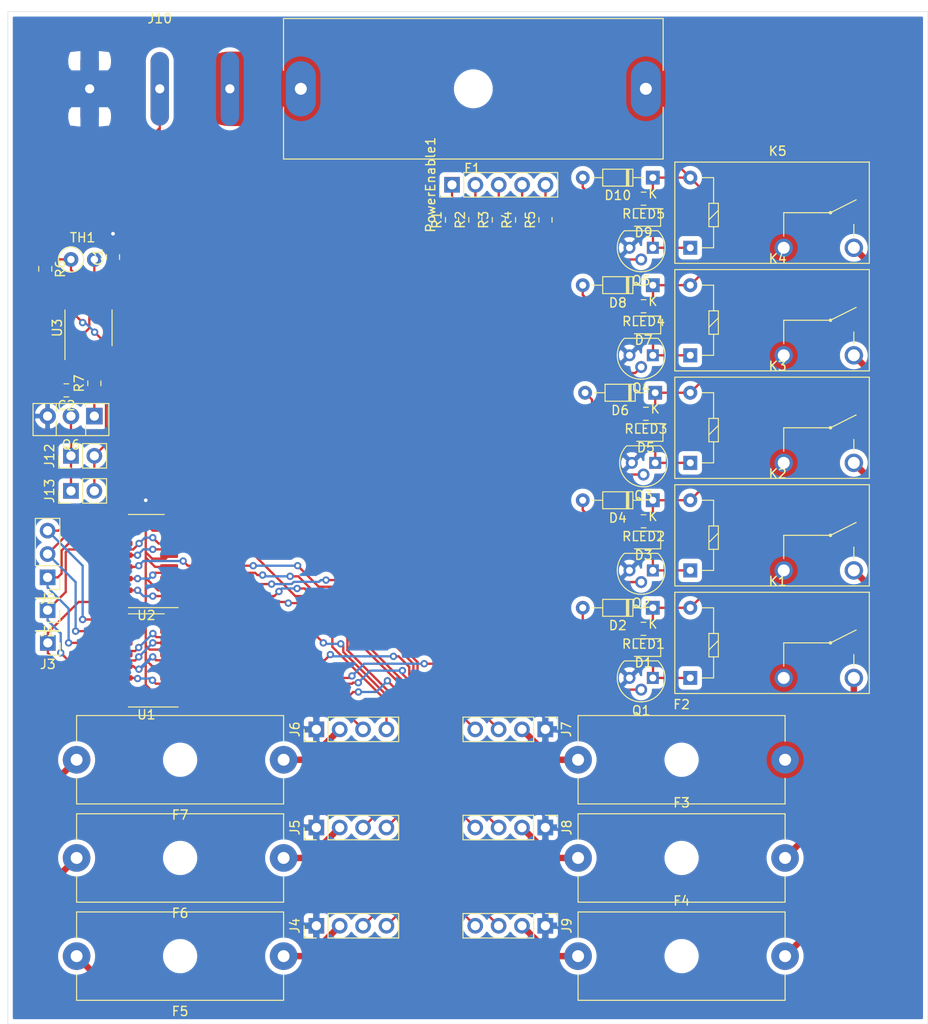
<source format=kicad_pcb>
(kicad_pcb (version 20171130) (host pcbnew "(5.1.2)-2")

  (general
    (thickness 1.6)
    (drawings 4)
    (tracks 502)
    (zones 0)
    (modules 59)
    (nets 59)
  )

  (page A4)
  (layers
    (0 F.Cu signal)
    (31 B.Cu signal)
    (32 B.Adhes user)
    (33 F.Adhes user)
    (34 B.Paste user)
    (35 F.Paste user)
    (36 B.SilkS user)
    (37 F.SilkS user)
    (38 B.Mask user)
    (39 F.Mask user)
    (40 Dwgs.User user)
    (41 Cmts.User user)
    (42 Eco1.User user)
    (43 Eco2.User user)
    (44 Edge.Cuts user)
    (45 Margin user)
    (46 B.CrtYd user)
    (47 F.CrtYd user)
    (48 B.Fab user)
    (49 F.Fab user)
  )

  (setup
    (last_trace_width 0.25)
    (trace_clearance 0.2)
    (zone_clearance 0.508)
    (zone_45_only no)
    (trace_min 0.2)
    (via_size 0.8)
    (via_drill 0.4)
    (via_min_size 0.4)
    (via_min_drill 0.3)
    (uvia_size 0.3)
    (uvia_drill 0.1)
    (uvias_allowed no)
    (uvia_min_size 0.2)
    (uvia_min_drill 0.1)
    (edge_width 0.05)
    (segment_width 0.2)
    (pcb_text_width 0.3)
    (pcb_text_size 1.5 1.5)
    (mod_edge_width 0.12)
    (mod_text_size 1 1)
    (mod_text_width 0.15)
    (pad_size 1.7 1.7)
    (pad_drill 1)
    (pad_to_mask_clearance 0.051)
    (solder_mask_min_width 0.25)
    (aux_axis_origin 0 0)
    (visible_elements 7FFFFFFF)
    (pcbplotparams
      (layerselection 0x010fc_ffffffff)
      (usegerberextensions false)
      (usegerberattributes false)
      (usegerberadvancedattributes false)
      (creategerberjobfile false)
      (excludeedgelayer true)
      (linewidth 0.100000)
      (plotframeref false)
      (viasonmask false)
      (mode 1)
      (useauxorigin false)
      (hpglpennumber 1)
      (hpglpenspeed 20)
      (hpglpendiameter 15.000000)
      (psnegative false)
      (psa4output false)
      (plotreference true)
      (plotvalue true)
      (plotinvisibletext false)
      (padsonsilk false)
      (subtractmaskfromsilk false)
      (outputformat 1)
      (mirror false)
      (drillshape 1)
      (scaleselection 1)
      (outputdirectory ""))
  )

  (net 0 "")
  (net 1 "Net-(D1-Pad2)")
  (net 2 "Net-(D1-Pad1)")
  (net 3 "Net-(D10-Pad1)")
  (net 4 "Net-(D3-Pad1)")
  (net 5 "Net-(D3-Pad2)")
  (net 6 "Net-(D5-Pad1)")
  (net 7 "Net-(D5-Pad2)")
  (net 8 "Net-(D7-Pad2)")
  (net 9 "Net-(D7-Pad1)")
  (net 10 "Net-(D10-Pad2)")
  (net 11 "Net-(D9-Pad2)")
  (net 12 "Net-(F2-Pad1)")
  (net 13 GND)
  (net 14 "Net-(F3-Pad1)")
  (net 15 "Net-(F4-Pad1)")
  (net 16 "Net-(F5-Pad1)")
  (net 17 "Net-(F6-Pad1)")
  (net 18 "Net-(F7-Pad1)")
  (net 19 "Net-(PowerEnable1-Pad1)")
  (net 20 "Net-(PowerEnable1-Pad2)")
  (net 21 "Net-(PowerEnable1-Pad3)")
  (net 22 "Net-(PowerEnable1-Pad4)")
  (net 23 "Net-(PowerEnable1-Pad5)")
  (net 24 "Net-(Q1-Pad2)")
  (net 25 "Net-(Q2-Pad2)")
  (net 26 "Net-(Q3-Pad2)")
  (net 27 "Net-(Q4-Pad2)")
  (net 28 "Net-(Q5-Pad2)")
  (net 29 "Net-(F3-Pad2)")
  (net 30 "Net-(F4-Pad2)")
  (net 31 "Net-(F5-Pad2)")
  (net 32 "Net-(F6-Pad2)")
  (net 33 "Net-(F7-Pad2)")
  (net 34 "Net-(J1-Pad1)")
  (net 35 "Net-(J2-Pad1)")
  (net 36 "Net-(J2-Pad2)")
  (net 37 "Net-(J2-Pad3)")
  (net 38 "Net-(J3-Pad1)")
  (net 39 "Net-(J4-Pad3)")
  (net 40 "Net-(J9-Pad3)")
  (net 41 "Net-(J8-Pad4)")
  (net 42 "Net-(J5-Pad3)")
  (net 43 "Net-(J7-Pad3)")
  (net 44 "Net-(J6-Pad3)")
  (net 45 "Net-(J6-Pad4)")
  (net 46 "Net-(J7-Pad4)")
  (net 47 "Net-(J5-Pad4)")
  (net 48 "Net-(J8-Pad3)")
  (net 49 "Net-(J9-Pad4)")
  (net 50 "Net-(J4-Pad4)")
  (net 51 "Net-(C1-Pad1)")
  (net 52 "Net-(C2-Pad1)")
  (net 53 VCC)
  (net 54 "Net-(J12-Pad1)")
  (net 55 "Net-(Q6-Pad1)")
  (net 56 "Net-(R6-Pad1)")
  (net 57 "Net-(R7-Pad2)")
  (net 58 "Net-(F1-Pad2)")

  (net_class Default "This is the default net class."
    (clearance 0.2)
    (trace_width 0.25)
    (via_dia 0.8)
    (via_drill 0.4)
    (uvia_dia 0.3)
    (uvia_drill 0.1)
    (add_net GND)
    (add_net "Net-(C1-Pad1)")
    (add_net "Net-(C2-Pad1)")
    (add_net "Net-(D1-Pad1)")
    (add_net "Net-(D1-Pad2)")
    (add_net "Net-(D10-Pad1)")
    (add_net "Net-(D10-Pad2)")
    (add_net "Net-(D3-Pad1)")
    (add_net "Net-(D3-Pad2)")
    (add_net "Net-(D5-Pad1)")
    (add_net "Net-(D5-Pad2)")
    (add_net "Net-(D7-Pad1)")
    (add_net "Net-(D7-Pad2)")
    (add_net "Net-(D9-Pad2)")
    (add_net "Net-(J1-Pad1)")
    (add_net "Net-(J12-Pad1)")
    (add_net "Net-(J2-Pad1)")
    (add_net "Net-(J2-Pad2)")
    (add_net "Net-(J2-Pad3)")
    (add_net "Net-(J3-Pad1)")
    (add_net "Net-(J4-Pad3)")
    (add_net "Net-(J4-Pad4)")
    (add_net "Net-(J5-Pad3)")
    (add_net "Net-(J5-Pad4)")
    (add_net "Net-(J6-Pad3)")
    (add_net "Net-(J6-Pad4)")
    (add_net "Net-(J7-Pad3)")
    (add_net "Net-(J7-Pad4)")
    (add_net "Net-(J8-Pad3)")
    (add_net "Net-(J8-Pad4)")
    (add_net "Net-(J9-Pad3)")
    (add_net "Net-(J9-Pad4)")
    (add_net "Net-(PowerEnable1-Pad1)")
    (add_net "Net-(PowerEnable1-Pad2)")
    (add_net "Net-(PowerEnable1-Pad3)")
    (add_net "Net-(PowerEnable1-Pad4)")
    (add_net "Net-(PowerEnable1-Pad5)")
    (add_net "Net-(Q1-Pad2)")
    (add_net "Net-(Q2-Pad2)")
    (add_net "Net-(Q3-Pad2)")
    (add_net "Net-(Q4-Pad2)")
    (add_net "Net-(Q5-Pad2)")
    (add_net "Net-(Q6-Pad1)")
    (add_net "Net-(R6-Pad1)")
    (add_net "Net-(R7-Pad2)")
  )

  (net_class "PSU 5v" ""
    (clearance 0.2)
    (trace_width 8.09)
    (via_dia 0.8)
    (via_drill 0.4)
    (uvia_dia 0.3)
    (uvia_drill 0.1)
    (add_net "Net-(F1-Pad2)")
    (add_net VCC)
  )

  (net_class "RLY 5v" ""
    (clearance 0.2)
    (trace_width 0.7)
    (via_dia 0.8)
    (via_drill 0.4)
    (uvia_dia 0.3)
    (uvia_drill 0.1)
    (add_net "Net-(F2-Pad1)")
    (add_net "Net-(F3-Pad1)")
    (add_net "Net-(F3-Pad2)")
    (add_net "Net-(F4-Pad1)")
    (add_net "Net-(F4-Pad2)")
    (add_net "Net-(F5-Pad1)")
    (add_net "Net-(F5-Pad2)")
    (add_net "Net-(F6-Pad1)")
    (add_net "Net-(F6-Pad2)")
    (add_net "Net-(F7-Pad1)")
    (add_net "Net-(F7-Pad2)")
  )

  (module LED_SMD:LED_0805_2012Metric_Pad1.15x1.40mm_HandSolder (layer F.Cu) (tedit 5B4B45C9) (tstamp 5D2C2BDC)
    (at 91.957 111.506 180)
    (descr "LED SMD 0805 (2012 Metric), square (rectangular) end terminal, IPC_7351 nominal, (Body size source: https://docs.google.com/spreadsheets/d/1BsfQQcO9C6DZCsRaXUlFlo91Tg2WpOkGARC1WS5S8t0/edit?usp=sharing), generated with kicad-footprint-generator")
    (tags "LED handsolder")
    (path /5D3DD700)
    (attr smd)
    (fp_text reference D1 (at 0 -1.65) (layer F.SilkS)
      (effects (font (size 1 1) (thickness 0.15)))
    )
    (fp_text value LED (at 0 1.65) (layer F.Fab)
      (effects (font (size 1 1) (thickness 0.15)))
    )
    (fp_text user %R (at 0 0) (layer F.Fab)
      (effects (font (size 0.5 0.5) (thickness 0.08)))
    )
    (fp_line (start 1.85 0.95) (end -1.85 0.95) (layer F.CrtYd) (width 0.05))
    (fp_line (start 1.85 -0.95) (end 1.85 0.95) (layer F.CrtYd) (width 0.05))
    (fp_line (start -1.85 -0.95) (end 1.85 -0.95) (layer F.CrtYd) (width 0.05))
    (fp_line (start -1.85 0.95) (end -1.85 -0.95) (layer F.CrtYd) (width 0.05))
    (fp_line (start -1.86 0.96) (end 1 0.96) (layer F.SilkS) (width 0.12))
    (fp_line (start -1.86 -0.96) (end -1.86 0.96) (layer F.SilkS) (width 0.12))
    (fp_line (start 1 -0.96) (end -1.86 -0.96) (layer F.SilkS) (width 0.12))
    (fp_line (start 1 0.6) (end 1 -0.6) (layer F.Fab) (width 0.1))
    (fp_line (start -1 0.6) (end 1 0.6) (layer F.Fab) (width 0.1))
    (fp_line (start -1 -0.3) (end -1 0.6) (layer F.Fab) (width 0.1))
    (fp_line (start -0.7 -0.6) (end -1 -0.3) (layer F.Fab) (width 0.1))
    (fp_line (start 1 -0.6) (end -0.7 -0.6) (layer F.Fab) (width 0.1))
    (pad 2 smd roundrect (at 1.025 0 180) (size 1.15 1.4) (layers F.Cu F.Paste F.Mask) (roundrect_rratio 0.217391)
      (net 1 "Net-(D1-Pad2)"))
    (pad 1 smd roundrect (at -1.025 0 180) (size 1.15 1.4) (layers F.Cu F.Paste F.Mask) (roundrect_rratio 0.217391)
      (net 2 "Net-(D1-Pad1)"))
    (model ${KISYS3DMOD}/LED_SMD.3dshapes/LED_0805_2012Metric.wrl
      (at (xyz 0 0 0))
      (scale (xyz 1 1 1))
      (rotate (xyz 0 0 0))
    )
  )

  (module Diode_THT:D_DO-34_SOD68_P7.62mm_Horizontal (layer F.Cu) (tedit 5AE50CD5) (tstamp 5D2C2BFB)
    (at 92.964 107.188 180)
    (descr "Diode, DO-34_SOD68 series, Axial, Horizontal, pin pitch=7.62mm, , length*diameter=3.04*1.6mm^2, , https://www.nxp.com/docs/en/data-sheet/KTY83_SER.pdf")
    (tags "Diode DO-34_SOD68 series Axial Horizontal pin pitch 7.62mm  length 3.04mm diameter 1.6mm")
    (path /5D3DD70C)
    (fp_text reference D2 (at 3.81 -1.92) (layer F.SilkS)
      (effects (font (size 1 1) (thickness 0.15)))
    )
    (fp_text value 1N4007 (at 3.81 1.92) (layer F.Fab)
      (effects (font (size 1 1) (thickness 0.15)))
    )
    (fp_text user K (at 0 -1.75) (layer F.SilkS)
      (effects (font (size 1 1) (thickness 0.15)))
    )
    (fp_text user K (at 0 -1.75) (layer F.Fab)
      (effects (font (size 1 1) (thickness 0.15)))
    )
    (fp_text user %R (at 4.038 0) (layer F.Fab)
      (effects (font (size 0.608 0.608) (thickness 0.0912)))
    )
    (fp_line (start 8.63 -1.05) (end -1 -1.05) (layer F.CrtYd) (width 0.05))
    (fp_line (start 8.63 1.05) (end 8.63 -1.05) (layer F.CrtYd) (width 0.05))
    (fp_line (start -1 1.05) (end 8.63 1.05) (layer F.CrtYd) (width 0.05))
    (fp_line (start -1 -1.05) (end -1 1.05) (layer F.CrtYd) (width 0.05))
    (fp_line (start 2.626 -0.92) (end 2.626 0.92) (layer F.SilkS) (width 0.12))
    (fp_line (start 2.866 -0.92) (end 2.866 0.92) (layer F.SilkS) (width 0.12))
    (fp_line (start 2.746 -0.92) (end 2.746 0.92) (layer F.SilkS) (width 0.12))
    (fp_line (start 6.63 0) (end 5.45 0) (layer F.SilkS) (width 0.12))
    (fp_line (start 0.99 0) (end 2.17 0) (layer F.SilkS) (width 0.12))
    (fp_line (start 5.45 -0.92) (end 2.17 -0.92) (layer F.SilkS) (width 0.12))
    (fp_line (start 5.45 0.92) (end 5.45 -0.92) (layer F.SilkS) (width 0.12))
    (fp_line (start 2.17 0.92) (end 5.45 0.92) (layer F.SilkS) (width 0.12))
    (fp_line (start 2.17 -0.92) (end 2.17 0.92) (layer F.SilkS) (width 0.12))
    (fp_line (start 2.646 -0.8) (end 2.646 0.8) (layer F.Fab) (width 0.1))
    (fp_line (start 2.846 -0.8) (end 2.846 0.8) (layer F.Fab) (width 0.1))
    (fp_line (start 2.746 -0.8) (end 2.746 0.8) (layer F.Fab) (width 0.1))
    (fp_line (start 7.62 0) (end 5.33 0) (layer F.Fab) (width 0.1))
    (fp_line (start 0 0) (end 2.29 0) (layer F.Fab) (width 0.1))
    (fp_line (start 5.33 -0.8) (end 2.29 -0.8) (layer F.Fab) (width 0.1))
    (fp_line (start 5.33 0.8) (end 5.33 -0.8) (layer F.Fab) (width 0.1))
    (fp_line (start 2.29 0.8) (end 5.33 0.8) (layer F.Fab) (width 0.1))
    (fp_line (start 2.29 -0.8) (end 2.29 0.8) (layer F.Fab) (width 0.1))
    (pad 2 thru_hole oval (at 7.62 0 180) (size 1.5 1.5) (drill 0.75) (layers *.Cu *.Mask)
      (net 2 "Net-(D1-Pad1)"))
    (pad 1 thru_hole rect (at 0 0 180) (size 1.5 1.5) (drill 0.75) (layers *.Cu *.Mask)
      (net 3 "Net-(D10-Pad1)"))
    (model ${KISYS3DMOD}/Diode_THT.3dshapes/D_DO-34_SOD68_P7.62mm_Horizontal.wrl
      (at (xyz 0 0 0))
      (scale (xyz 1 1 1))
      (rotate (xyz 0 0 0))
    )
  )

  (module LED_SMD:LED_0805_2012Metric_Pad1.15x1.40mm_HandSolder (layer F.Cu) (tedit 5B4B45C9) (tstamp 5D2C2C0E)
    (at 91.957 99.822 180)
    (descr "LED SMD 0805 (2012 Metric), square (rectangular) end terminal, IPC_7351 nominal, (Body size source: https://docs.google.com/spreadsheets/d/1BsfQQcO9C6DZCsRaXUlFlo91Tg2WpOkGARC1WS5S8t0/edit?usp=sharing), generated with kicad-footprint-generator")
    (tags "LED handsolder")
    (path /5D3D4D1E)
    (attr smd)
    (fp_text reference D3 (at 0 -1.65) (layer F.SilkS)
      (effects (font (size 1 1) (thickness 0.15)))
    )
    (fp_text value LED (at 0 1.65) (layer F.Fab)
      (effects (font (size 1 1) (thickness 0.15)))
    )
    (fp_line (start 1 -0.6) (end -0.7 -0.6) (layer F.Fab) (width 0.1))
    (fp_line (start -0.7 -0.6) (end -1 -0.3) (layer F.Fab) (width 0.1))
    (fp_line (start -1 -0.3) (end -1 0.6) (layer F.Fab) (width 0.1))
    (fp_line (start -1 0.6) (end 1 0.6) (layer F.Fab) (width 0.1))
    (fp_line (start 1 0.6) (end 1 -0.6) (layer F.Fab) (width 0.1))
    (fp_line (start 1 -0.96) (end -1.86 -0.96) (layer F.SilkS) (width 0.12))
    (fp_line (start -1.86 -0.96) (end -1.86 0.96) (layer F.SilkS) (width 0.12))
    (fp_line (start -1.86 0.96) (end 1 0.96) (layer F.SilkS) (width 0.12))
    (fp_line (start -1.85 0.95) (end -1.85 -0.95) (layer F.CrtYd) (width 0.05))
    (fp_line (start -1.85 -0.95) (end 1.85 -0.95) (layer F.CrtYd) (width 0.05))
    (fp_line (start 1.85 -0.95) (end 1.85 0.95) (layer F.CrtYd) (width 0.05))
    (fp_line (start 1.85 0.95) (end -1.85 0.95) (layer F.CrtYd) (width 0.05))
    (fp_text user %R (at 0 0) (layer F.Fab)
      (effects (font (size 0.5 0.5) (thickness 0.08)))
    )
    (pad 1 smd roundrect (at -1.025 0 180) (size 1.15 1.4) (layers F.Cu F.Paste F.Mask) (roundrect_rratio 0.217391)
      (net 4 "Net-(D3-Pad1)"))
    (pad 2 smd roundrect (at 1.025 0 180) (size 1.15 1.4) (layers F.Cu F.Paste F.Mask) (roundrect_rratio 0.217391)
      (net 5 "Net-(D3-Pad2)"))
    (model ${KISYS3DMOD}/LED_SMD.3dshapes/LED_0805_2012Metric.wrl
      (at (xyz 0 0 0))
      (scale (xyz 1 1 1))
      (rotate (xyz 0 0 0))
    )
  )

  (module Diode_THT:D_DO-34_SOD68_P7.62mm_Horizontal (layer F.Cu) (tedit 5AE50CD5) (tstamp 5D2C2C2D)
    (at 92.964 95.504 180)
    (descr "Diode, DO-34_SOD68 series, Axial, Horizontal, pin pitch=7.62mm, , length*diameter=3.04*1.6mm^2, , https://www.nxp.com/docs/en/data-sheet/KTY83_SER.pdf")
    (tags "Diode DO-34_SOD68 series Axial Horizontal pin pitch 7.62mm  length 3.04mm diameter 1.6mm")
    (path /5D3D4D2A)
    (fp_text reference D4 (at 3.81 -1.92) (layer F.SilkS)
      (effects (font (size 1 1) (thickness 0.15)))
    )
    (fp_text value 1N4007 (at 3.81 1.92) (layer F.Fab)
      (effects (font (size 1 1) (thickness 0.15)))
    )
    (fp_text user K (at 0 -1.75) (layer F.SilkS)
      (effects (font (size 1 1) (thickness 0.15)))
    )
    (fp_text user K (at 0 -1.75) (layer F.Fab)
      (effects (font (size 1 1) (thickness 0.15)))
    )
    (fp_text user %R (at 4.038 0) (layer F.Fab)
      (effects (font (size 0.608 0.608) (thickness 0.0912)))
    )
    (fp_line (start 8.63 -1.05) (end -1 -1.05) (layer F.CrtYd) (width 0.05))
    (fp_line (start 8.63 1.05) (end 8.63 -1.05) (layer F.CrtYd) (width 0.05))
    (fp_line (start -1 1.05) (end 8.63 1.05) (layer F.CrtYd) (width 0.05))
    (fp_line (start -1 -1.05) (end -1 1.05) (layer F.CrtYd) (width 0.05))
    (fp_line (start 2.626 -0.92) (end 2.626 0.92) (layer F.SilkS) (width 0.12))
    (fp_line (start 2.866 -0.92) (end 2.866 0.92) (layer F.SilkS) (width 0.12))
    (fp_line (start 2.746 -0.92) (end 2.746 0.92) (layer F.SilkS) (width 0.12))
    (fp_line (start 6.63 0) (end 5.45 0) (layer F.SilkS) (width 0.12))
    (fp_line (start 0.99 0) (end 2.17 0) (layer F.SilkS) (width 0.12))
    (fp_line (start 5.45 -0.92) (end 2.17 -0.92) (layer F.SilkS) (width 0.12))
    (fp_line (start 5.45 0.92) (end 5.45 -0.92) (layer F.SilkS) (width 0.12))
    (fp_line (start 2.17 0.92) (end 5.45 0.92) (layer F.SilkS) (width 0.12))
    (fp_line (start 2.17 -0.92) (end 2.17 0.92) (layer F.SilkS) (width 0.12))
    (fp_line (start 2.646 -0.8) (end 2.646 0.8) (layer F.Fab) (width 0.1))
    (fp_line (start 2.846 -0.8) (end 2.846 0.8) (layer F.Fab) (width 0.1))
    (fp_line (start 2.746 -0.8) (end 2.746 0.8) (layer F.Fab) (width 0.1))
    (fp_line (start 7.62 0) (end 5.33 0) (layer F.Fab) (width 0.1))
    (fp_line (start 0 0) (end 2.29 0) (layer F.Fab) (width 0.1))
    (fp_line (start 5.33 -0.8) (end 2.29 -0.8) (layer F.Fab) (width 0.1))
    (fp_line (start 5.33 0.8) (end 5.33 -0.8) (layer F.Fab) (width 0.1))
    (fp_line (start 2.29 0.8) (end 5.33 0.8) (layer F.Fab) (width 0.1))
    (fp_line (start 2.29 -0.8) (end 2.29 0.8) (layer F.Fab) (width 0.1))
    (pad 2 thru_hole oval (at 7.62 0 180) (size 1.5 1.5) (drill 0.75) (layers *.Cu *.Mask)
      (net 4 "Net-(D3-Pad1)"))
    (pad 1 thru_hole rect (at 0 0 180) (size 1.5 1.5) (drill 0.75) (layers *.Cu *.Mask)
      (net 3 "Net-(D10-Pad1)"))
    (model ${KISYS3DMOD}/Diode_THT.3dshapes/D_DO-34_SOD68_P7.62mm_Horizontal.wrl
      (at (xyz 0 0 0))
      (scale (xyz 1 1 1))
      (rotate (xyz 0 0 0))
    )
  )

  (module LED_SMD:LED_0805_2012Metric_Pad1.15x1.40mm_HandSolder (layer F.Cu) (tedit 5B4B45C9) (tstamp 5D2C2C40)
    (at 92.202 88.138 180)
    (descr "LED SMD 0805 (2012 Metric), square (rectangular) end terminal, IPC_7351 nominal, (Body size source: https://docs.google.com/spreadsheets/d/1BsfQQcO9C6DZCsRaXUlFlo91Tg2WpOkGARC1WS5S8t0/edit?usp=sharing), generated with kicad-footprint-generator")
    (tags "LED handsolder")
    (path /5D3BF24F)
    (attr smd)
    (fp_text reference D5 (at 0 -1.65) (layer F.SilkS)
      (effects (font (size 1 1) (thickness 0.15)))
    )
    (fp_text value LED (at 0 1.65) (layer F.Fab)
      (effects (font (size 1 1) (thickness 0.15)))
    )
    (fp_line (start 1 -0.6) (end -0.7 -0.6) (layer F.Fab) (width 0.1))
    (fp_line (start -0.7 -0.6) (end -1 -0.3) (layer F.Fab) (width 0.1))
    (fp_line (start -1 -0.3) (end -1 0.6) (layer F.Fab) (width 0.1))
    (fp_line (start -1 0.6) (end 1 0.6) (layer F.Fab) (width 0.1))
    (fp_line (start 1 0.6) (end 1 -0.6) (layer F.Fab) (width 0.1))
    (fp_line (start 1 -0.96) (end -1.86 -0.96) (layer F.SilkS) (width 0.12))
    (fp_line (start -1.86 -0.96) (end -1.86 0.96) (layer F.SilkS) (width 0.12))
    (fp_line (start -1.86 0.96) (end 1 0.96) (layer F.SilkS) (width 0.12))
    (fp_line (start -1.85 0.95) (end -1.85 -0.95) (layer F.CrtYd) (width 0.05))
    (fp_line (start -1.85 -0.95) (end 1.85 -0.95) (layer F.CrtYd) (width 0.05))
    (fp_line (start 1.85 -0.95) (end 1.85 0.95) (layer F.CrtYd) (width 0.05))
    (fp_line (start 1.85 0.95) (end -1.85 0.95) (layer F.CrtYd) (width 0.05))
    (fp_text user %R (at 0 0) (layer F.Fab)
      (effects (font (size 0.5 0.5) (thickness 0.08)))
    )
    (pad 1 smd roundrect (at -1.025 0 180) (size 1.15 1.4) (layers F.Cu F.Paste F.Mask) (roundrect_rratio 0.217391)
      (net 6 "Net-(D5-Pad1)"))
    (pad 2 smd roundrect (at 1.025 0 180) (size 1.15 1.4) (layers F.Cu F.Paste F.Mask) (roundrect_rratio 0.217391)
      (net 7 "Net-(D5-Pad2)"))
    (model ${KISYS3DMOD}/LED_SMD.3dshapes/LED_0805_2012Metric.wrl
      (at (xyz 0 0 0))
      (scale (xyz 1 1 1))
      (rotate (xyz 0 0 0))
    )
  )

  (module Diode_THT:D_DO-34_SOD68_P7.62mm_Horizontal (layer F.Cu) (tedit 5AE50CD5) (tstamp 5D2C2C5F)
    (at 93.218 83.82 180)
    (descr "Diode, DO-34_SOD68 series, Axial, Horizontal, pin pitch=7.62mm, , length*diameter=3.04*1.6mm^2, , https://www.nxp.com/docs/en/data-sheet/KTY83_SER.pdf")
    (tags "Diode DO-34_SOD68 series Axial Horizontal pin pitch 7.62mm  length 3.04mm diameter 1.6mm")
    (path /5D3BF25B)
    (fp_text reference D6 (at 3.81 -1.92) (layer F.SilkS)
      (effects (font (size 1 1) (thickness 0.15)))
    )
    (fp_text value 1N4007 (at 3.81 1.92) (layer F.Fab)
      (effects (font (size 1 1) (thickness 0.15)))
    )
    (fp_line (start 2.29 -0.8) (end 2.29 0.8) (layer F.Fab) (width 0.1))
    (fp_line (start 2.29 0.8) (end 5.33 0.8) (layer F.Fab) (width 0.1))
    (fp_line (start 5.33 0.8) (end 5.33 -0.8) (layer F.Fab) (width 0.1))
    (fp_line (start 5.33 -0.8) (end 2.29 -0.8) (layer F.Fab) (width 0.1))
    (fp_line (start 0 0) (end 2.29 0) (layer F.Fab) (width 0.1))
    (fp_line (start 7.62 0) (end 5.33 0) (layer F.Fab) (width 0.1))
    (fp_line (start 2.746 -0.8) (end 2.746 0.8) (layer F.Fab) (width 0.1))
    (fp_line (start 2.846 -0.8) (end 2.846 0.8) (layer F.Fab) (width 0.1))
    (fp_line (start 2.646 -0.8) (end 2.646 0.8) (layer F.Fab) (width 0.1))
    (fp_line (start 2.17 -0.92) (end 2.17 0.92) (layer F.SilkS) (width 0.12))
    (fp_line (start 2.17 0.92) (end 5.45 0.92) (layer F.SilkS) (width 0.12))
    (fp_line (start 5.45 0.92) (end 5.45 -0.92) (layer F.SilkS) (width 0.12))
    (fp_line (start 5.45 -0.92) (end 2.17 -0.92) (layer F.SilkS) (width 0.12))
    (fp_line (start 0.99 0) (end 2.17 0) (layer F.SilkS) (width 0.12))
    (fp_line (start 6.63 0) (end 5.45 0) (layer F.SilkS) (width 0.12))
    (fp_line (start 2.746 -0.92) (end 2.746 0.92) (layer F.SilkS) (width 0.12))
    (fp_line (start 2.866 -0.92) (end 2.866 0.92) (layer F.SilkS) (width 0.12))
    (fp_line (start 2.626 -0.92) (end 2.626 0.92) (layer F.SilkS) (width 0.12))
    (fp_line (start -1 -1.05) (end -1 1.05) (layer F.CrtYd) (width 0.05))
    (fp_line (start -1 1.05) (end 8.63 1.05) (layer F.CrtYd) (width 0.05))
    (fp_line (start 8.63 1.05) (end 8.63 -1.05) (layer F.CrtYd) (width 0.05))
    (fp_line (start 8.63 -1.05) (end -1 -1.05) (layer F.CrtYd) (width 0.05))
    (fp_text user %R (at 4.038 0) (layer F.Fab)
      (effects (font (size 0.608 0.608) (thickness 0.0912)))
    )
    (fp_text user K (at 0 -1.75) (layer F.Fab)
      (effects (font (size 1 1) (thickness 0.15)))
    )
    (fp_text user K (at 0 -1.75) (layer F.SilkS)
      (effects (font (size 1 1) (thickness 0.15)))
    )
    (pad 1 thru_hole rect (at 0 0 180) (size 1.5 1.5) (drill 0.75) (layers *.Cu *.Mask)
      (net 3 "Net-(D10-Pad1)"))
    (pad 2 thru_hole oval (at 7.62 0 180) (size 1.5 1.5) (drill 0.75) (layers *.Cu *.Mask)
      (net 6 "Net-(D5-Pad1)"))
    (model ${KISYS3DMOD}/Diode_THT.3dshapes/D_DO-34_SOD68_P7.62mm_Horizontal.wrl
      (at (xyz 0 0 0))
      (scale (xyz 1 1 1))
      (rotate (xyz 0 0 0))
    )
  )

  (module LED_SMD:LED_0805_2012Metric_Pad1.15x1.40mm_HandSolder (layer F.Cu) (tedit 5B4B45C9) (tstamp 5D2C2C72)
    (at 91.957 76.454 180)
    (descr "LED SMD 0805 (2012 Metric), square (rectangular) end terminal, IPC_7351 nominal, (Body size source: https://docs.google.com/spreadsheets/d/1BsfQQcO9C6DZCsRaXUlFlo91Tg2WpOkGARC1WS5S8t0/edit?usp=sharing), generated with kicad-footprint-generator")
    (tags "LED handsolder")
    (path /5D3B8BA6)
    (attr smd)
    (fp_text reference D7 (at 0 -1.65) (layer F.SilkS)
      (effects (font (size 1 1) (thickness 0.15)))
    )
    (fp_text value LED (at 0 1.65) (layer F.Fab)
      (effects (font (size 1 1) (thickness 0.15)))
    )
    (fp_text user %R (at 0 0) (layer F.Fab)
      (effects (font (size 0.5 0.5) (thickness 0.08)))
    )
    (fp_line (start 1.85 0.95) (end -1.85 0.95) (layer F.CrtYd) (width 0.05))
    (fp_line (start 1.85 -0.95) (end 1.85 0.95) (layer F.CrtYd) (width 0.05))
    (fp_line (start -1.85 -0.95) (end 1.85 -0.95) (layer F.CrtYd) (width 0.05))
    (fp_line (start -1.85 0.95) (end -1.85 -0.95) (layer F.CrtYd) (width 0.05))
    (fp_line (start -1.86 0.96) (end 1 0.96) (layer F.SilkS) (width 0.12))
    (fp_line (start -1.86 -0.96) (end -1.86 0.96) (layer F.SilkS) (width 0.12))
    (fp_line (start 1 -0.96) (end -1.86 -0.96) (layer F.SilkS) (width 0.12))
    (fp_line (start 1 0.6) (end 1 -0.6) (layer F.Fab) (width 0.1))
    (fp_line (start -1 0.6) (end 1 0.6) (layer F.Fab) (width 0.1))
    (fp_line (start -1 -0.3) (end -1 0.6) (layer F.Fab) (width 0.1))
    (fp_line (start -0.7 -0.6) (end -1 -0.3) (layer F.Fab) (width 0.1))
    (fp_line (start 1 -0.6) (end -0.7 -0.6) (layer F.Fab) (width 0.1))
    (pad 2 smd roundrect (at 1.025 0 180) (size 1.15 1.4) (layers F.Cu F.Paste F.Mask) (roundrect_rratio 0.217391)
      (net 8 "Net-(D7-Pad2)"))
    (pad 1 smd roundrect (at -1.025 0 180) (size 1.15 1.4) (layers F.Cu F.Paste F.Mask) (roundrect_rratio 0.217391)
      (net 9 "Net-(D7-Pad1)"))
    (model ${KISYS3DMOD}/LED_SMD.3dshapes/LED_0805_2012Metric.wrl
      (at (xyz 0 0 0))
      (scale (xyz 1 1 1))
      (rotate (xyz 0 0 0))
    )
  )

  (module Diode_THT:D_DO-34_SOD68_P7.62mm_Horizontal (layer F.Cu) (tedit 5AE50CD5) (tstamp 5D2F6FA5)
    (at 92.964 72.136 180)
    (descr "Diode, DO-34_SOD68 series, Axial, Horizontal, pin pitch=7.62mm, , length*diameter=3.04*1.6mm^2, , https://www.nxp.com/docs/en/data-sheet/KTY83_SER.pdf")
    (tags "Diode DO-34_SOD68 series Axial Horizontal pin pitch 7.62mm  length 3.04mm diameter 1.6mm")
    (path /5D3B8BB2)
    (fp_text reference D8 (at 3.81 -1.92) (layer F.SilkS)
      (effects (font (size 1 1) (thickness 0.15)))
    )
    (fp_text value 1N4007 (at 3.81 1.92) (layer F.Fab)
      (effects (font (size 1 1) (thickness 0.15)))
    )
    (fp_line (start 2.29 -0.8) (end 2.29 0.8) (layer F.Fab) (width 0.1))
    (fp_line (start 2.29 0.8) (end 5.33 0.8) (layer F.Fab) (width 0.1))
    (fp_line (start 5.33 0.8) (end 5.33 -0.8) (layer F.Fab) (width 0.1))
    (fp_line (start 5.33 -0.8) (end 2.29 -0.8) (layer F.Fab) (width 0.1))
    (fp_line (start 0 0) (end 2.29 0) (layer F.Fab) (width 0.1))
    (fp_line (start 7.62 0) (end 5.33 0) (layer F.Fab) (width 0.1))
    (fp_line (start 2.746 -0.8) (end 2.746 0.8) (layer F.Fab) (width 0.1))
    (fp_line (start 2.846 -0.8) (end 2.846 0.8) (layer F.Fab) (width 0.1))
    (fp_line (start 2.646 -0.8) (end 2.646 0.8) (layer F.Fab) (width 0.1))
    (fp_line (start 2.17 -0.92) (end 2.17 0.92) (layer F.SilkS) (width 0.12))
    (fp_line (start 2.17 0.92) (end 5.45 0.92) (layer F.SilkS) (width 0.12))
    (fp_line (start 5.45 0.92) (end 5.45 -0.92) (layer F.SilkS) (width 0.12))
    (fp_line (start 5.45 -0.92) (end 2.17 -0.92) (layer F.SilkS) (width 0.12))
    (fp_line (start 0.99 0) (end 2.17 0) (layer F.SilkS) (width 0.12))
    (fp_line (start 6.63 0) (end 5.45 0) (layer F.SilkS) (width 0.12))
    (fp_line (start 2.746 -0.92) (end 2.746 0.92) (layer F.SilkS) (width 0.12))
    (fp_line (start 2.866 -0.92) (end 2.866 0.92) (layer F.SilkS) (width 0.12))
    (fp_line (start 2.626 -0.92) (end 2.626 0.92) (layer F.SilkS) (width 0.12))
    (fp_line (start -1 -1.05) (end -1 1.05) (layer F.CrtYd) (width 0.05))
    (fp_line (start -1 1.05) (end 8.63 1.05) (layer F.CrtYd) (width 0.05))
    (fp_line (start 8.63 1.05) (end 8.63 -1.05) (layer F.CrtYd) (width 0.05))
    (fp_line (start 8.63 -1.05) (end -1 -1.05) (layer F.CrtYd) (width 0.05))
    (fp_text user %R (at 4.038 0) (layer F.Fab)
      (effects (font (size 0.608 0.608) (thickness 0.0912)))
    )
    (fp_text user K (at 0 -1.75) (layer F.Fab)
      (effects (font (size 1 1) (thickness 0.15)))
    )
    (fp_text user K (at 0 -1.75) (layer F.SilkS)
      (effects (font (size 1 1) (thickness 0.15)))
    )
    (pad 1 thru_hole rect (at 0 0 180) (size 1.5 1.5) (drill 0.75) (layers *.Cu *.Mask)
      (net 3 "Net-(D10-Pad1)"))
    (pad 2 thru_hole oval (at 7.62 0 180) (size 1.5 1.5) (drill 0.75) (layers *.Cu *.Mask)
      (net 9 "Net-(D7-Pad1)"))
    (model ${KISYS3DMOD}/Diode_THT.3dshapes/D_DO-34_SOD68_P7.62mm_Horizontal.wrl
      (at (xyz 0 0 0))
      (scale (xyz 1 1 1))
      (rotate (xyz 0 0 0))
    )
  )

  (module LED_SMD:LED_0805_2012Metric_Pad1.15x1.40mm_HandSolder (layer F.Cu) (tedit 5B4B45C9) (tstamp 5D2C2CA4)
    (at 91.948 64.77 180)
    (descr "LED SMD 0805 (2012 Metric), square (rectangular) end terminal, IPC_7351 nominal, (Body size source: https://docs.google.com/spreadsheets/d/1BsfQQcO9C6DZCsRaXUlFlo91Tg2WpOkGARC1WS5S8t0/edit?usp=sharing), generated with kicad-footprint-generator")
    (tags "LED handsolder")
    (path /5D3B2883)
    (attr smd)
    (fp_text reference D9 (at 0 -1.65) (layer F.SilkS)
      (effects (font (size 1 1) (thickness 0.15)))
    )
    (fp_text value LED (at 0 1.65) (layer F.Fab)
      (effects (font (size 1 1) (thickness 0.15)))
    )
    (fp_line (start 1 -0.6) (end -0.7 -0.6) (layer F.Fab) (width 0.1))
    (fp_line (start -0.7 -0.6) (end -1 -0.3) (layer F.Fab) (width 0.1))
    (fp_line (start -1 -0.3) (end -1 0.6) (layer F.Fab) (width 0.1))
    (fp_line (start -1 0.6) (end 1 0.6) (layer F.Fab) (width 0.1))
    (fp_line (start 1 0.6) (end 1 -0.6) (layer F.Fab) (width 0.1))
    (fp_line (start 1 -0.96) (end -1.86 -0.96) (layer F.SilkS) (width 0.12))
    (fp_line (start -1.86 -0.96) (end -1.86 0.96) (layer F.SilkS) (width 0.12))
    (fp_line (start -1.86 0.96) (end 1 0.96) (layer F.SilkS) (width 0.12))
    (fp_line (start -1.85 0.95) (end -1.85 -0.95) (layer F.CrtYd) (width 0.05))
    (fp_line (start -1.85 -0.95) (end 1.85 -0.95) (layer F.CrtYd) (width 0.05))
    (fp_line (start 1.85 -0.95) (end 1.85 0.95) (layer F.CrtYd) (width 0.05))
    (fp_line (start 1.85 0.95) (end -1.85 0.95) (layer F.CrtYd) (width 0.05))
    (fp_text user %R (at 0 0) (layer F.Fab)
      (effects (font (size 0.5 0.5) (thickness 0.08)))
    )
    (pad 1 smd roundrect (at -1.025 0 180) (size 1.15 1.4) (layers F.Cu F.Paste F.Mask) (roundrect_rratio 0.217391)
      (net 10 "Net-(D10-Pad2)"))
    (pad 2 smd roundrect (at 1.025 0 180) (size 1.15 1.4) (layers F.Cu F.Paste F.Mask) (roundrect_rratio 0.217391)
      (net 11 "Net-(D9-Pad2)"))
    (model ${KISYS3DMOD}/LED_SMD.3dshapes/LED_0805_2012Metric.wrl
      (at (xyz 0 0 0))
      (scale (xyz 1 1 1))
      (rotate (xyz 0 0 0))
    )
  )

  (module Diode_THT:D_DO-34_SOD68_P7.62mm_Horizontal (layer F.Cu) (tedit 5AE50CD5) (tstamp 5D2C2CC3)
    (at 92.964 60.452 180)
    (descr "Diode, DO-34_SOD68 series, Axial, Horizontal, pin pitch=7.62mm, , length*diameter=3.04*1.6mm^2, , https://www.nxp.com/docs/en/data-sheet/KTY83_SER.pdf")
    (tags "Diode DO-34_SOD68 series Axial Horizontal pin pitch 7.62mm  length 3.04mm diameter 1.6mm")
    (path /5D3B288F)
    (fp_text reference D10 (at 3.81 -1.92) (layer F.SilkS)
      (effects (font (size 1 1) (thickness 0.15)))
    )
    (fp_text value 1N4007 (at 3.81 1.92) (layer F.Fab)
      (effects (font (size 1 1) (thickness 0.15)))
    )
    (fp_line (start 2.29 -0.8) (end 2.29 0.8) (layer F.Fab) (width 0.1))
    (fp_line (start 2.29 0.8) (end 5.33 0.8) (layer F.Fab) (width 0.1))
    (fp_line (start 5.33 0.8) (end 5.33 -0.8) (layer F.Fab) (width 0.1))
    (fp_line (start 5.33 -0.8) (end 2.29 -0.8) (layer F.Fab) (width 0.1))
    (fp_line (start 0 0) (end 2.29 0) (layer F.Fab) (width 0.1))
    (fp_line (start 7.62 0) (end 5.33 0) (layer F.Fab) (width 0.1))
    (fp_line (start 2.746 -0.8) (end 2.746 0.8) (layer F.Fab) (width 0.1))
    (fp_line (start 2.846 -0.8) (end 2.846 0.8) (layer F.Fab) (width 0.1))
    (fp_line (start 2.646 -0.8) (end 2.646 0.8) (layer F.Fab) (width 0.1))
    (fp_line (start 2.17 -0.92) (end 2.17 0.92) (layer F.SilkS) (width 0.12))
    (fp_line (start 2.17 0.92) (end 5.45 0.92) (layer F.SilkS) (width 0.12))
    (fp_line (start 5.45 0.92) (end 5.45 -0.92) (layer F.SilkS) (width 0.12))
    (fp_line (start 5.45 -0.92) (end 2.17 -0.92) (layer F.SilkS) (width 0.12))
    (fp_line (start 0.99 0) (end 2.17 0) (layer F.SilkS) (width 0.12))
    (fp_line (start 6.63 0) (end 5.45 0) (layer F.SilkS) (width 0.12))
    (fp_line (start 2.746 -0.92) (end 2.746 0.92) (layer F.SilkS) (width 0.12))
    (fp_line (start 2.866 -0.92) (end 2.866 0.92) (layer F.SilkS) (width 0.12))
    (fp_line (start 2.626 -0.92) (end 2.626 0.92) (layer F.SilkS) (width 0.12))
    (fp_line (start -1 -1.05) (end -1 1.05) (layer F.CrtYd) (width 0.05))
    (fp_line (start -1 1.05) (end 8.63 1.05) (layer F.CrtYd) (width 0.05))
    (fp_line (start 8.63 1.05) (end 8.63 -1.05) (layer F.CrtYd) (width 0.05))
    (fp_line (start 8.63 -1.05) (end -1 -1.05) (layer F.CrtYd) (width 0.05))
    (fp_text user %R (at 4.038 0) (layer F.Fab)
      (effects (font (size 0.608 0.608) (thickness 0.0912)))
    )
    (fp_text user K (at 0 -1.75) (layer F.Fab)
      (effects (font (size 1 1) (thickness 0.15)))
    )
    (fp_text user K (at 0 -1.75) (layer F.SilkS)
      (effects (font (size 1 1) (thickness 0.15)))
    )
    (pad 1 thru_hole rect (at 0 0 180) (size 1.5 1.5) (drill 0.75) (layers *.Cu *.Mask)
      (net 3 "Net-(D10-Pad1)"))
    (pad 2 thru_hole oval (at 7.62 0 180) (size 1.5 1.5) (drill 0.75) (layers *.Cu *.Mask)
      (net 10 "Net-(D10-Pad2)"))
    (model ${KISYS3DMOD}/Diode_THT.3dshapes/D_DO-34_SOD68_P7.62mm_Horizontal.wrl
      (at (xyz 0 0 0))
      (scale (xyz 1 1 1))
      (rotate (xyz 0 0 0))
    )
  )

  (module Connector_PinHeader_2.54mm:PinHeader_1x05_P2.54mm_Vertical (layer F.Cu) (tedit 59FED5CC) (tstamp 5D2FDBF9)
    (at 71.1352 61.2292 90)
    (descr "Through hole straight pin header, 1x05, 2.54mm pitch, single row")
    (tags "Through hole pin header THT 1x05 2.54mm single row")
    (path /5D2BB833)
    (fp_text reference PowerEnable1 (at 0 -2.33 90) (layer F.SilkS)
      (effects (font (size 1 1) (thickness 0.15)))
    )
    (fp_text value Conn_01x05_Male (at 0 12.49 90) (layer F.Fab)
      (effects (font (size 1 1) (thickness 0.15)))
    )
    (fp_line (start -0.635 -1.27) (end 1.27 -1.27) (layer F.Fab) (width 0.1))
    (fp_line (start 1.27 -1.27) (end 1.27 11.43) (layer F.Fab) (width 0.1))
    (fp_line (start 1.27 11.43) (end -1.27 11.43) (layer F.Fab) (width 0.1))
    (fp_line (start -1.27 11.43) (end -1.27 -0.635) (layer F.Fab) (width 0.1))
    (fp_line (start -1.27 -0.635) (end -0.635 -1.27) (layer F.Fab) (width 0.1))
    (fp_line (start -1.33 11.49) (end 1.33 11.49) (layer F.SilkS) (width 0.12))
    (fp_line (start -1.33 1.27) (end -1.33 11.49) (layer F.SilkS) (width 0.12))
    (fp_line (start 1.33 1.27) (end 1.33 11.49) (layer F.SilkS) (width 0.12))
    (fp_line (start -1.33 1.27) (end 1.33 1.27) (layer F.SilkS) (width 0.12))
    (fp_line (start -1.33 0) (end -1.33 -1.33) (layer F.SilkS) (width 0.12))
    (fp_line (start -1.33 -1.33) (end 0 -1.33) (layer F.SilkS) (width 0.12))
    (fp_line (start -1.8 -1.8) (end -1.8 11.95) (layer F.CrtYd) (width 0.05))
    (fp_line (start -1.8 11.95) (end 1.8 11.95) (layer F.CrtYd) (width 0.05))
    (fp_line (start 1.8 11.95) (end 1.8 -1.8) (layer F.CrtYd) (width 0.05))
    (fp_line (start 1.8 -1.8) (end -1.8 -1.8) (layer F.CrtYd) (width 0.05))
    (fp_text user %R (at 0 5.08) (layer F.Fab)
      (effects (font (size 1 1) (thickness 0.15)))
    )
    (pad 1 thru_hole rect (at 0 0 90) (size 1.7 1.7) (drill 1) (layers *.Cu *.Mask)
      (net 19 "Net-(PowerEnable1-Pad1)"))
    (pad 2 thru_hole oval (at 0 2.54 90) (size 1.7 1.7) (drill 1) (layers *.Cu *.Mask)
      (net 20 "Net-(PowerEnable1-Pad2)"))
    (pad 3 thru_hole oval (at 0 5.08 90) (size 1.7 1.7) (drill 1) (layers *.Cu *.Mask)
      (net 21 "Net-(PowerEnable1-Pad3)"))
    (pad 4 thru_hole oval (at 0 7.62 90) (size 1.7 1.7) (drill 1) (layers *.Cu *.Mask)
      (net 22 "Net-(PowerEnable1-Pad4)"))
    (pad 5 thru_hole oval (at 0 10.16 90) (size 1.7 1.7) (drill 1) (layers *.Cu *.Mask)
      (net 23 "Net-(PowerEnable1-Pad5)"))
    (model ${KISYS3DMOD}/Connector_PinHeader_2.54mm.3dshapes/PinHeader_1x05_P2.54mm_Vertical.wrl
      (at (xyz 0 0 0))
      (scale (xyz 1 1 1))
      (rotate (xyz 0 0 0))
    )
  )

  (module Package_TO_SOT_THT:TO-92 (layer F.Cu) (tedit 5A279852) (tstamp 5D2C2E3A)
    (at 92.964 114.808 180)
    (descr "TO-92 leads molded, narrow, drill 0.75mm (see NXP sot054_po.pdf)")
    (tags "to-92 sc-43 sc-43a sot54 PA33 transistor")
    (path /5D3DD6F4)
    (fp_text reference Q1 (at 1.27 -3.56) (layer F.SilkS)
      (effects (font (size 1 1) (thickness 0.15)))
    )
    (fp_text value Q_NPN_CBE (at 1.27 2.79) (layer F.Fab)
      (effects (font (size 1 1) (thickness 0.15)))
    )
    (fp_text user %R (at 1.27 -3.56) (layer F.Fab)
      (effects (font (size 1 1) (thickness 0.15)))
    )
    (fp_line (start -0.53 1.85) (end 3.07 1.85) (layer F.SilkS) (width 0.12))
    (fp_line (start -0.5 1.75) (end 3 1.75) (layer F.Fab) (width 0.1))
    (fp_line (start -1.46 -2.73) (end 4 -2.73) (layer F.CrtYd) (width 0.05))
    (fp_line (start -1.46 -2.73) (end -1.46 2.01) (layer F.CrtYd) (width 0.05))
    (fp_line (start 4 2.01) (end 4 -2.73) (layer F.CrtYd) (width 0.05))
    (fp_line (start 4 2.01) (end -1.46 2.01) (layer F.CrtYd) (width 0.05))
    (fp_arc (start 1.27 0) (end 1.27 -2.48) (angle 135) (layer F.Fab) (width 0.1))
    (fp_arc (start 1.27 0) (end 1.27 -2.6) (angle -135) (layer F.SilkS) (width 0.12))
    (fp_arc (start 1.27 0) (end 1.27 -2.48) (angle -135) (layer F.Fab) (width 0.1))
    (fp_arc (start 1.27 0) (end 1.27 -2.6) (angle 135) (layer F.SilkS) (width 0.12))
    (pad 2 thru_hole circle (at 1.27 -1.27 270) (size 1.3 1.3) (drill 0.75) (layers *.Cu *.Mask)
      (net 24 "Net-(Q1-Pad2)"))
    (pad 3 thru_hole circle (at 2.54 0 270) (size 1.3 1.3) (drill 0.75) (layers *.Cu *.Mask)
      (net 13 GND))
    (pad 1 thru_hole rect (at 0 0 270) (size 1.3 1.3) (drill 0.75) (layers *.Cu *.Mask)
      (net 2 "Net-(D1-Pad1)"))
    (model ${KISYS3DMOD}/Package_TO_SOT_THT.3dshapes/TO-92.wrl
      (at (xyz 0 0 0))
      (scale (xyz 1 1 1))
      (rotate (xyz 0 0 0))
    )
  )

  (module Package_TO_SOT_THT:TO-92 (layer F.Cu) (tedit 5A279852) (tstamp 5D2C2E4C)
    (at 92.964 103.124 180)
    (descr "TO-92 leads molded, narrow, drill 0.75mm (see NXP sot054_po.pdf)")
    (tags "to-92 sc-43 sc-43a sot54 PA33 transistor")
    (path /5D3D4D12)
    (fp_text reference Q2 (at 1.27 -3.56) (layer F.SilkS)
      (effects (font (size 1 1) (thickness 0.15)))
    )
    (fp_text value Q_NPN_CBE (at 1.27 2.79) (layer F.Fab)
      (effects (font (size 1 1) (thickness 0.15)))
    )
    (fp_text user %R (at 1.27 -3.56) (layer F.Fab)
      (effects (font (size 1 1) (thickness 0.15)))
    )
    (fp_line (start -0.53 1.85) (end 3.07 1.85) (layer F.SilkS) (width 0.12))
    (fp_line (start -0.5 1.75) (end 3 1.75) (layer F.Fab) (width 0.1))
    (fp_line (start -1.46 -2.73) (end 4 -2.73) (layer F.CrtYd) (width 0.05))
    (fp_line (start -1.46 -2.73) (end -1.46 2.01) (layer F.CrtYd) (width 0.05))
    (fp_line (start 4 2.01) (end 4 -2.73) (layer F.CrtYd) (width 0.05))
    (fp_line (start 4 2.01) (end -1.46 2.01) (layer F.CrtYd) (width 0.05))
    (fp_arc (start 1.27 0) (end 1.27 -2.48) (angle 135) (layer F.Fab) (width 0.1))
    (fp_arc (start 1.27 0) (end 1.27 -2.6) (angle -135) (layer F.SilkS) (width 0.12))
    (fp_arc (start 1.27 0) (end 1.27 -2.48) (angle -135) (layer F.Fab) (width 0.1))
    (fp_arc (start 1.27 0) (end 1.27 -2.6) (angle 135) (layer F.SilkS) (width 0.12))
    (pad 2 thru_hole circle (at 1.27 -1.27 270) (size 1.3 1.3) (drill 0.75) (layers *.Cu *.Mask)
      (net 25 "Net-(Q2-Pad2)"))
    (pad 3 thru_hole circle (at 2.54 0 270) (size 1.3 1.3) (drill 0.75) (layers *.Cu *.Mask)
      (net 13 GND))
    (pad 1 thru_hole rect (at 0 0 270) (size 1.3 1.3) (drill 0.75) (layers *.Cu *.Mask)
      (net 4 "Net-(D3-Pad1)"))
    (model ${KISYS3DMOD}/Package_TO_SOT_THT.3dshapes/TO-92.wrl
      (at (xyz 0 0 0))
      (scale (xyz 1 1 1))
      (rotate (xyz 0 0 0))
    )
  )

  (module Package_TO_SOT_THT:TO-92 (layer F.Cu) (tedit 5A279852) (tstamp 5D2C2E5E)
    (at 93.218 91.44 180)
    (descr "TO-92 leads molded, narrow, drill 0.75mm (see NXP sot054_po.pdf)")
    (tags "to-92 sc-43 sc-43a sot54 PA33 transistor")
    (path /5D3BF243)
    (fp_text reference Q3 (at 1.27 -3.56) (layer F.SilkS)
      (effects (font (size 1 1) (thickness 0.15)))
    )
    (fp_text value Q_NPN_CBE (at 1.27 2.79) (layer F.Fab)
      (effects (font (size 1 1) (thickness 0.15)))
    )
    (fp_arc (start 1.27 0) (end 1.27 -2.6) (angle 135) (layer F.SilkS) (width 0.12))
    (fp_arc (start 1.27 0) (end 1.27 -2.48) (angle -135) (layer F.Fab) (width 0.1))
    (fp_arc (start 1.27 0) (end 1.27 -2.6) (angle -135) (layer F.SilkS) (width 0.12))
    (fp_arc (start 1.27 0) (end 1.27 -2.48) (angle 135) (layer F.Fab) (width 0.1))
    (fp_line (start 4 2.01) (end -1.46 2.01) (layer F.CrtYd) (width 0.05))
    (fp_line (start 4 2.01) (end 4 -2.73) (layer F.CrtYd) (width 0.05))
    (fp_line (start -1.46 -2.73) (end -1.46 2.01) (layer F.CrtYd) (width 0.05))
    (fp_line (start -1.46 -2.73) (end 4 -2.73) (layer F.CrtYd) (width 0.05))
    (fp_line (start -0.5 1.75) (end 3 1.75) (layer F.Fab) (width 0.1))
    (fp_line (start -0.53 1.85) (end 3.07 1.85) (layer F.SilkS) (width 0.12))
    (fp_text user %R (at 1.27 -3.56) (layer F.Fab)
      (effects (font (size 1 1) (thickness 0.15)))
    )
    (pad 1 thru_hole rect (at 0 0 270) (size 1.3 1.3) (drill 0.75) (layers *.Cu *.Mask)
      (net 6 "Net-(D5-Pad1)"))
    (pad 3 thru_hole circle (at 2.54 0 270) (size 1.3 1.3) (drill 0.75) (layers *.Cu *.Mask)
      (net 13 GND))
    (pad 2 thru_hole circle (at 1.27 -1.27 270) (size 1.3 1.3) (drill 0.75) (layers *.Cu *.Mask)
      (net 26 "Net-(Q3-Pad2)"))
    (model ${KISYS3DMOD}/Package_TO_SOT_THT.3dshapes/TO-92.wrl
      (at (xyz 0 0 0))
      (scale (xyz 1 1 1))
      (rotate (xyz 0 0 0))
    )
  )

  (module Package_TO_SOT_THT:TO-92 (layer F.Cu) (tedit 5A279852) (tstamp 5D2C2E70)
    (at 92.964 79.756 180)
    (descr "TO-92 leads molded, narrow, drill 0.75mm (see NXP sot054_po.pdf)")
    (tags "to-92 sc-43 sc-43a sot54 PA33 transistor")
    (path /5D3B8B9A)
    (fp_text reference Q4 (at 1.27 -3.56) (layer F.SilkS)
      (effects (font (size 1 1) (thickness 0.15)))
    )
    (fp_text value Q_NPN_CBE (at 1.27 2.79) (layer F.Fab)
      (effects (font (size 1 1) (thickness 0.15)))
    )
    (fp_text user %R (at 1.27 -3.56) (layer F.Fab)
      (effects (font (size 1 1) (thickness 0.15)))
    )
    (fp_line (start -0.53 1.85) (end 3.07 1.85) (layer F.SilkS) (width 0.12))
    (fp_line (start -0.5 1.75) (end 3 1.75) (layer F.Fab) (width 0.1))
    (fp_line (start -1.46 -2.73) (end 4 -2.73) (layer F.CrtYd) (width 0.05))
    (fp_line (start -1.46 -2.73) (end -1.46 2.01) (layer F.CrtYd) (width 0.05))
    (fp_line (start 4 2.01) (end 4 -2.73) (layer F.CrtYd) (width 0.05))
    (fp_line (start 4 2.01) (end -1.46 2.01) (layer F.CrtYd) (width 0.05))
    (fp_arc (start 1.27 0) (end 1.27 -2.48) (angle 135) (layer F.Fab) (width 0.1))
    (fp_arc (start 1.27 0) (end 1.27 -2.6) (angle -135) (layer F.SilkS) (width 0.12))
    (fp_arc (start 1.27 0) (end 1.27 -2.48) (angle -135) (layer F.Fab) (width 0.1))
    (fp_arc (start 1.27 0) (end 1.27 -2.6) (angle 135) (layer F.SilkS) (width 0.12))
    (pad 2 thru_hole circle (at 1.27 -1.27 270) (size 1.3 1.3) (drill 0.75) (layers *.Cu *.Mask)
      (net 27 "Net-(Q4-Pad2)"))
    (pad 3 thru_hole circle (at 2.54 0 270) (size 1.3 1.3) (drill 0.75) (layers *.Cu *.Mask)
      (net 13 GND))
    (pad 1 thru_hole rect (at 0 0 270) (size 1.3 1.3) (drill 0.75) (layers *.Cu *.Mask)
      (net 9 "Net-(D7-Pad1)"))
    (model ${KISYS3DMOD}/Package_TO_SOT_THT.3dshapes/TO-92.wrl
      (at (xyz 0 0 0))
      (scale (xyz 1 1 1))
      (rotate (xyz 0 0 0))
    )
  )

  (module Package_TO_SOT_THT:TO-92 (layer F.Cu) (tedit 5A279852) (tstamp 5D2C2E82)
    (at 92.964 68.072 180)
    (descr "TO-92 leads molded, narrow, drill 0.75mm (see NXP sot054_po.pdf)")
    (tags "to-92 sc-43 sc-43a sot54 PA33 transistor")
    (path /5D3B2877)
    (fp_text reference Q5 (at 1.27 -3.56) (layer F.SilkS)
      (effects (font (size 1 1) (thickness 0.15)))
    )
    (fp_text value Q_NPN_CBE (at 1.27 2.79) (layer F.Fab)
      (effects (font (size 1 1) (thickness 0.15)))
    )
    (fp_arc (start 1.27 0) (end 1.27 -2.6) (angle 135) (layer F.SilkS) (width 0.12))
    (fp_arc (start 1.27 0) (end 1.27 -2.48) (angle -135) (layer F.Fab) (width 0.1))
    (fp_arc (start 1.27 0) (end 1.27 -2.6) (angle -135) (layer F.SilkS) (width 0.12))
    (fp_arc (start 1.27 0) (end 1.27 -2.48) (angle 135) (layer F.Fab) (width 0.1))
    (fp_line (start 4 2.01) (end -1.46 2.01) (layer F.CrtYd) (width 0.05))
    (fp_line (start 4 2.01) (end 4 -2.73) (layer F.CrtYd) (width 0.05))
    (fp_line (start -1.46 -2.73) (end -1.46 2.01) (layer F.CrtYd) (width 0.05))
    (fp_line (start -1.46 -2.73) (end 4 -2.73) (layer F.CrtYd) (width 0.05))
    (fp_line (start -0.5 1.75) (end 3 1.75) (layer F.Fab) (width 0.1))
    (fp_line (start -0.53 1.85) (end 3.07 1.85) (layer F.SilkS) (width 0.12))
    (fp_text user %R (at 1.27 -3.56) (layer F.Fab)
      (effects (font (size 1 1) (thickness 0.15)))
    )
    (pad 1 thru_hole rect (at 0 0 270) (size 1.3 1.3) (drill 0.75) (layers *.Cu *.Mask)
      (net 10 "Net-(D10-Pad2)"))
    (pad 3 thru_hole circle (at 2.54 0 270) (size 1.3 1.3) (drill 0.75) (layers *.Cu *.Mask)
      (net 13 GND))
    (pad 2 thru_hole circle (at 1.27 -1.27 270) (size 1.3 1.3) (drill 0.75) (layers *.Cu *.Mask)
      (net 28 "Net-(Q5-Pad2)"))
    (model ${KISYS3DMOD}/Package_TO_SOT_THT.3dshapes/TO-92.wrl
      (at (xyz 0 0 0))
      (scale (xyz 1 1 1))
      (rotate (xyz 0 0 0))
    )
  )

  (module Resistor_SMD:R_0805_2012Metric_Pad1.15x1.40mm_HandSolder (layer F.Cu) (tedit 5B36C52B) (tstamp 5D2FDBC1)
    (at 71.1352 65.0392 90)
    (descr "Resistor SMD 0805 (2012 Metric), square (rectangular) end terminal, IPC_7351 nominal with elongated pad for handsoldering. (Body size source: https://docs.google.com/spreadsheets/d/1BsfQQcO9C6DZCsRaXUlFlo91Tg2WpOkGARC1WS5S8t0/edit?usp=sharing), generated with kicad-footprint-generator")
    (tags "resistor handsolder")
    (path /5D3DD6FA)
    (attr smd)
    (fp_text reference R1 (at 0 -1.65 90) (layer F.SilkS)
      (effects (font (size 1 1) (thickness 0.15)))
    )
    (fp_text value 1k (at 0 1.65 90) (layer F.Fab)
      (effects (font (size 1 1) (thickness 0.15)))
    )
    (fp_line (start -1 0.6) (end -1 -0.6) (layer F.Fab) (width 0.1))
    (fp_line (start -1 -0.6) (end 1 -0.6) (layer F.Fab) (width 0.1))
    (fp_line (start 1 -0.6) (end 1 0.6) (layer F.Fab) (width 0.1))
    (fp_line (start 1 0.6) (end -1 0.6) (layer F.Fab) (width 0.1))
    (fp_line (start -0.261252 -0.71) (end 0.261252 -0.71) (layer F.SilkS) (width 0.12))
    (fp_line (start -0.261252 0.71) (end 0.261252 0.71) (layer F.SilkS) (width 0.12))
    (fp_line (start -1.85 0.95) (end -1.85 -0.95) (layer F.CrtYd) (width 0.05))
    (fp_line (start -1.85 -0.95) (end 1.85 -0.95) (layer F.CrtYd) (width 0.05))
    (fp_line (start 1.85 -0.95) (end 1.85 0.95) (layer F.CrtYd) (width 0.05))
    (fp_line (start 1.85 0.95) (end -1.85 0.95) (layer F.CrtYd) (width 0.05))
    (fp_text user %R (at 0 0 90) (layer F.Fab)
      (effects (font (size 0.5 0.5) (thickness 0.08)))
    )
    (pad 1 smd roundrect (at -1.025 0 90) (size 1.15 1.4) (layers F.Cu F.Paste F.Mask) (roundrect_rratio 0.217391)
      (net 24 "Net-(Q1-Pad2)"))
    (pad 2 smd roundrect (at 1.025 0 90) (size 1.15 1.4) (layers F.Cu F.Paste F.Mask) (roundrect_rratio 0.217391)
      (net 19 "Net-(PowerEnable1-Pad1)"))
    (model ${KISYS3DMOD}/Resistor_SMD.3dshapes/R_0805_2012Metric.wrl
      (at (xyz 0 0 0))
      (scale (xyz 1 1 1))
      (rotate (xyz 0 0 0))
    )
  )

  (module Resistor_SMD:R_0805_2012Metric_Pad1.15x1.40mm_HandSolder (layer F.Cu) (tedit 5B36C52B) (tstamp 5D2FDC39)
    (at 73.6752 65.0392 90)
    (descr "Resistor SMD 0805 (2012 Metric), square (rectangular) end terminal, IPC_7351 nominal with elongated pad for handsoldering. (Body size source: https://docs.google.com/spreadsheets/d/1BsfQQcO9C6DZCsRaXUlFlo91Tg2WpOkGARC1WS5S8t0/edit?usp=sharing), generated with kicad-footprint-generator")
    (tags "resistor handsolder")
    (path /5D3D4D18)
    (attr smd)
    (fp_text reference R2 (at 0 -1.65 90) (layer F.SilkS)
      (effects (font (size 1 1) (thickness 0.15)))
    )
    (fp_text value 1k (at 0 1.65 90) (layer F.Fab)
      (effects (font (size 1 1) (thickness 0.15)))
    )
    (fp_text user %R (at 0 0 90) (layer F.Fab)
      (effects (font (size 0.5 0.5) (thickness 0.08)))
    )
    (fp_line (start 1.85 0.95) (end -1.85 0.95) (layer F.CrtYd) (width 0.05))
    (fp_line (start 1.85 -0.95) (end 1.85 0.95) (layer F.CrtYd) (width 0.05))
    (fp_line (start -1.85 -0.95) (end 1.85 -0.95) (layer F.CrtYd) (width 0.05))
    (fp_line (start -1.85 0.95) (end -1.85 -0.95) (layer F.CrtYd) (width 0.05))
    (fp_line (start -0.261252 0.71) (end 0.261252 0.71) (layer F.SilkS) (width 0.12))
    (fp_line (start -0.261252 -0.71) (end 0.261252 -0.71) (layer F.SilkS) (width 0.12))
    (fp_line (start 1 0.6) (end -1 0.6) (layer F.Fab) (width 0.1))
    (fp_line (start 1 -0.6) (end 1 0.6) (layer F.Fab) (width 0.1))
    (fp_line (start -1 -0.6) (end 1 -0.6) (layer F.Fab) (width 0.1))
    (fp_line (start -1 0.6) (end -1 -0.6) (layer F.Fab) (width 0.1))
    (pad 2 smd roundrect (at 1.025 0 90) (size 1.15 1.4) (layers F.Cu F.Paste F.Mask) (roundrect_rratio 0.217391)
      (net 20 "Net-(PowerEnable1-Pad2)"))
    (pad 1 smd roundrect (at -1.025 0 90) (size 1.15 1.4) (layers F.Cu F.Paste F.Mask) (roundrect_rratio 0.217391)
      (net 25 "Net-(Q2-Pad2)"))
    (model ${KISYS3DMOD}/Resistor_SMD.3dshapes/R_0805_2012Metric.wrl
      (at (xyz 0 0 0))
      (scale (xyz 1 1 1))
      (rotate (xyz 0 0 0))
    )
  )

  (module Resistor_SMD:R_0805_2012Metric_Pad1.15x1.40mm_HandSolder (layer F.Cu) (tedit 5B36C52B) (tstamp 5D2FDB91)
    (at 76.2152 65.0392 90)
    (descr "Resistor SMD 0805 (2012 Metric), square (rectangular) end terminal, IPC_7351 nominal with elongated pad for handsoldering. (Body size source: https://docs.google.com/spreadsheets/d/1BsfQQcO9C6DZCsRaXUlFlo91Tg2WpOkGARC1WS5S8t0/edit?usp=sharing), generated with kicad-footprint-generator")
    (tags "resistor handsolder")
    (path /5D3BF249)
    (attr smd)
    (fp_text reference R3 (at 0 -1.65 90) (layer F.SilkS)
      (effects (font (size 1 1) (thickness 0.15)))
    )
    (fp_text value 1k (at 0 1.65 90) (layer F.Fab)
      (effects (font (size 1 1) (thickness 0.15)))
    )
    (fp_line (start -1 0.6) (end -1 -0.6) (layer F.Fab) (width 0.1))
    (fp_line (start -1 -0.6) (end 1 -0.6) (layer F.Fab) (width 0.1))
    (fp_line (start 1 -0.6) (end 1 0.6) (layer F.Fab) (width 0.1))
    (fp_line (start 1 0.6) (end -1 0.6) (layer F.Fab) (width 0.1))
    (fp_line (start -0.261252 -0.71) (end 0.261252 -0.71) (layer F.SilkS) (width 0.12))
    (fp_line (start -0.261252 0.71) (end 0.261252 0.71) (layer F.SilkS) (width 0.12))
    (fp_line (start -1.85 0.95) (end -1.85 -0.95) (layer F.CrtYd) (width 0.05))
    (fp_line (start -1.85 -0.95) (end 1.85 -0.95) (layer F.CrtYd) (width 0.05))
    (fp_line (start 1.85 -0.95) (end 1.85 0.95) (layer F.CrtYd) (width 0.05))
    (fp_line (start 1.85 0.95) (end -1.85 0.95) (layer F.CrtYd) (width 0.05))
    (fp_text user %R (at 0 0 90) (layer F.Fab)
      (effects (font (size 0.5 0.5) (thickness 0.08)))
    )
    (pad 1 smd roundrect (at -1.025 0 90) (size 1.15 1.4) (layers F.Cu F.Paste F.Mask) (roundrect_rratio 0.217391)
      (net 26 "Net-(Q3-Pad2)"))
    (pad 2 smd roundrect (at 1.025 0 90) (size 1.15 1.4) (layers F.Cu F.Paste F.Mask) (roundrect_rratio 0.217391)
      (net 21 "Net-(PowerEnable1-Pad3)"))
    (model ${KISYS3DMOD}/Resistor_SMD.3dshapes/R_0805_2012Metric.wrl
      (at (xyz 0 0 0))
      (scale (xyz 1 1 1))
      (rotate (xyz 0 0 0))
    )
  )

  (module Resistor_SMD:R_0805_2012Metric_Pad1.15x1.40mm_HandSolder (layer F.Cu) (tedit 5B36C52B) (tstamp 5D2FDA50)
    (at 78.7552 65.0392 90)
    (descr "Resistor SMD 0805 (2012 Metric), square (rectangular) end terminal, IPC_7351 nominal with elongated pad for handsoldering. (Body size source: https://docs.google.com/spreadsheets/d/1BsfQQcO9C6DZCsRaXUlFlo91Tg2WpOkGARC1WS5S8t0/edit?usp=sharing), generated with kicad-footprint-generator")
    (tags "resistor handsolder")
    (path /5D3B8BA0)
    (attr smd)
    (fp_text reference R4 (at 0 -1.65 90) (layer F.SilkS)
      (effects (font (size 1 1) (thickness 0.15)))
    )
    (fp_text value 1k (at 0 1.65 90) (layer F.Fab)
      (effects (font (size 1 1) (thickness 0.15)))
    )
    (fp_line (start -1 0.6) (end -1 -0.6) (layer F.Fab) (width 0.1))
    (fp_line (start -1 -0.6) (end 1 -0.6) (layer F.Fab) (width 0.1))
    (fp_line (start 1 -0.6) (end 1 0.6) (layer F.Fab) (width 0.1))
    (fp_line (start 1 0.6) (end -1 0.6) (layer F.Fab) (width 0.1))
    (fp_line (start -0.261252 -0.71) (end 0.261252 -0.71) (layer F.SilkS) (width 0.12))
    (fp_line (start -0.261252 0.71) (end 0.261252 0.71) (layer F.SilkS) (width 0.12))
    (fp_line (start -1.85 0.95) (end -1.85 -0.95) (layer F.CrtYd) (width 0.05))
    (fp_line (start -1.85 -0.95) (end 1.85 -0.95) (layer F.CrtYd) (width 0.05))
    (fp_line (start 1.85 -0.95) (end 1.85 0.95) (layer F.CrtYd) (width 0.05))
    (fp_line (start 1.85 0.95) (end -1.85 0.95) (layer F.CrtYd) (width 0.05))
    (fp_text user %R (at 0 0 90) (layer F.Fab)
      (effects (font (size 0.5 0.5) (thickness 0.08)))
    )
    (pad 1 smd roundrect (at -1.025 0 90) (size 1.15 1.4) (layers F.Cu F.Paste F.Mask) (roundrect_rratio 0.217391)
      (net 27 "Net-(Q4-Pad2)"))
    (pad 2 smd roundrect (at 1.025 0 90) (size 1.15 1.4) (layers F.Cu F.Paste F.Mask) (roundrect_rratio 0.217391)
      (net 22 "Net-(PowerEnable1-Pad4)"))
    (model ${KISYS3DMOD}/Resistor_SMD.3dshapes/R_0805_2012Metric.wrl
      (at (xyz 0 0 0))
      (scale (xyz 1 1 1))
      (rotate (xyz 0 0 0))
    )
  )

  (module Resistor_SMD:R_0805_2012Metric_Pad1.15x1.40mm_HandSolder (layer F.Cu) (tedit 5B36C52B) (tstamp 5D2FDB61)
    (at 81.2952 65.0392 90)
    (descr "Resistor SMD 0805 (2012 Metric), square (rectangular) end terminal, IPC_7351 nominal with elongated pad for handsoldering. (Body size source: https://docs.google.com/spreadsheets/d/1BsfQQcO9C6DZCsRaXUlFlo91Tg2WpOkGARC1WS5S8t0/edit?usp=sharing), generated with kicad-footprint-generator")
    (tags "resistor handsolder")
    (path /5D3B287D)
    (attr smd)
    (fp_text reference R5 (at 0 -1.65 90) (layer F.SilkS)
      (effects (font (size 1 1) (thickness 0.15)))
    )
    (fp_text value 1k (at 0 1.65 90) (layer F.Fab)
      (effects (font (size 1 1) (thickness 0.15)))
    )
    (fp_line (start -1 0.6) (end -1 -0.6) (layer F.Fab) (width 0.1))
    (fp_line (start -1 -0.6) (end 1 -0.6) (layer F.Fab) (width 0.1))
    (fp_line (start 1 -0.6) (end 1 0.6) (layer F.Fab) (width 0.1))
    (fp_line (start 1 0.6) (end -1 0.6) (layer F.Fab) (width 0.1))
    (fp_line (start -0.261252 -0.71) (end 0.261252 -0.71) (layer F.SilkS) (width 0.12))
    (fp_line (start -0.261252 0.71) (end 0.261252 0.71) (layer F.SilkS) (width 0.12))
    (fp_line (start -1.85 0.95) (end -1.85 -0.95) (layer F.CrtYd) (width 0.05))
    (fp_line (start -1.85 -0.95) (end 1.85 -0.95) (layer F.CrtYd) (width 0.05))
    (fp_line (start 1.85 -0.95) (end 1.85 0.95) (layer F.CrtYd) (width 0.05))
    (fp_line (start 1.85 0.95) (end -1.85 0.95) (layer F.CrtYd) (width 0.05))
    (fp_text user %R (at 0 0 90) (layer F.Fab)
      (effects (font (size 0.5 0.5) (thickness 0.08)))
    )
    (pad 1 smd roundrect (at -1.025 0 90) (size 1.15 1.4) (layers F.Cu F.Paste F.Mask) (roundrect_rratio 0.217391)
      (net 28 "Net-(Q5-Pad2)"))
    (pad 2 smd roundrect (at 1.025 0 90) (size 1.15 1.4) (layers F.Cu F.Paste F.Mask) (roundrect_rratio 0.217391)
      (net 23 "Net-(PowerEnable1-Pad5)"))
    (model ${KISYS3DMOD}/Resistor_SMD.3dshapes/R_0805_2012Metric.wrl
      (at (xyz 0 0 0))
      (scale (xyz 1 1 1))
      (rotate (xyz 0 0 0))
    )
  )

  (module Resistor_SMD:R_0805_2012Metric_Pad1.15x1.40mm_HandSolder (layer F.Cu) (tedit 5B36C52B) (tstamp 5D2C2EE8)
    (at 91.939 109.474 180)
    (descr "Resistor SMD 0805 (2012 Metric), square (rectangular) end terminal, IPC_7351 nominal with elongated pad for handsoldering. (Body size source: https://docs.google.com/spreadsheets/d/1BsfQQcO9C6DZCsRaXUlFlo91Tg2WpOkGARC1WS5S8t0/edit?usp=sharing), generated with kicad-footprint-generator")
    (tags "resistor handsolder")
    (path /5D3DD706)
    (attr smd)
    (fp_text reference RLED1 (at 0 -1.65) (layer F.SilkS)
      (effects (font (size 1 1) (thickness 0.15)))
    )
    (fp_text value ??? (at 0 1.65) (layer F.Fab)
      (effects (font (size 1 1) (thickness 0.15)))
    )
    (fp_text user %R (at 0 0) (layer F.Fab)
      (effects (font (size 0.5 0.5) (thickness 0.08)))
    )
    (fp_line (start 1.85 0.95) (end -1.85 0.95) (layer F.CrtYd) (width 0.05))
    (fp_line (start 1.85 -0.95) (end 1.85 0.95) (layer F.CrtYd) (width 0.05))
    (fp_line (start -1.85 -0.95) (end 1.85 -0.95) (layer F.CrtYd) (width 0.05))
    (fp_line (start -1.85 0.95) (end -1.85 -0.95) (layer F.CrtYd) (width 0.05))
    (fp_line (start -0.261252 0.71) (end 0.261252 0.71) (layer F.SilkS) (width 0.12))
    (fp_line (start -0.261252 -0.71) (end 0.261252 -0.71) (layer F.SilkS) (width 0.12))
    (fp_line (start 1 0.6) (end -1 0.6) (layer F.Fab) (width 0.1))
    (fp_line (start 1 -0.6) (end 1 0.6) (layer F.Fab) (width 0.1))
    (fp_line (start -1 -0.6) (end 1 -0.6) (layer F.Fab) (width 0.1))
    (fp_line (start -1 0.6) (end -1 -0.6) (layer F.Fab) (width 0.1))
    (pad 2 smd roundrect (at 1.025 0 180) (size 1.15 1.4) (layers F.Cu F.Paste F.Mask) (roundrect_rratio 0.217391)
      (net 1 "Net-(D1-Pad2)"))
    (pad 1 smd roundrect (at -1.025 0 180) (size 1.15 1.4) (layers F.Cu F.Paste F.Mask) (roundrect_rratio 0.217391)
      (net 3 "Net-(D10-Pad1)"))
    (model ${KISYS3DMOD}/Resistor_SMD.3dshapes/R_0805_2012Metric.wrl
      (at (xyz 0 0 0))
      (scale (xyz 1 1 1))
      (rotate (xyz 0 0 0))
    )
  )

  (module Resistor_SMD:R_0805_2012Metric_Pad1.15x1.40mm_HandSolder (layer F.Cu) (tedit 5B36C52B) (tstamp 5D2F752A)
    (at 91.957 97.79 180)
    (descr "Resistor SMD 0805 (2012 Metric), square (rectangular) end terminal, IPC_7351 nominal with elongated pad for handsoldering. (Body size source: https://docs.google.com/spreadsheets/d/1BsfQQcO9C6DZCsRaXUlFlo91Tg2WpOkGARC1WS5S8t0/edit?usp=sharing), generated with kicad-footprint-generator")
    (tags "resistor handsolder")
    (path /5D3D4D24)
    (attr smd)
    (fp_text reference RLED2 (at 0 -1.65) (layer F.SilkS)
      (effects (font (size 1 1) (thickness 0.15)))
    )
    (fp_text value ??? (at 0 1.65) (layer F.Fab)
      (effects (font (size 1 1) (thickness 0.15)))
    )
    (fp_text user %R (at 0 0) (layer F.Fab)
      (effects (font (size 0.5 0.5) (thickness 0.08)))
    )
    (fp_line (start 1.85 0.95) (end -1.85 0.95) (layer F.CrtYd) (width 0.05))
    (fp_line (start 1.85 -0.95) (end 1.85 0.95) (layer F.CrtYd) (width 0.05))
    (fp_line (start -1.85 -0.95) (end 1.85 -0.95) (layer F.CrtYd) (width 0.05))
    (fp_line (start -1.85 0.95) (end -1.85 -0.95) (layer F.CrtYd) (width 0.05))
    (fp_line (start -0.261252 0.71) (end 0.261252 0.71) (layer F.SilkS) (width 0.12))
    (fp_line (start -0.261252 -0.71) (end 0.261252 -0.71) (layer F.SilkS) (width 0.12))
    (fp_line (start 1 0.6) (end -1 0.6) (layer F.Fab) (width 0.1))
    (fp_line (start 1 -0.6) (end 1 0.6) (layer F.Fab) (width 0.1))
    (fp_line (start -1 -0.6) (end 1 -0.6) (layer F.Fab) (width 0.1))
    (fp_line (start -1 0.6) (end -1 -0.6) (layer F.Fab) (width 0.1))
    (pad 2 smd roundrect (at 1.025 0 180) (size 1.15 1.4) (layers F.Cu F.Paste F.Mask) (roundrect_rratio 0.217391)
      (net 5 "Net-(D3-Pad2)"))
    (pad 1 smd roundrect (at -1.025 0 180) (size 1.15 1.4) (layers F.Cu F.Paste F.Mask) (roundrect_rratio 0.217391)
      (net 3 "Net-(D10-Pad1)"))
    (model ${KISYS3DMOD}/Resistor_SMD.3dshapes/R_0805_2012Metric.wrl
      (at (xyz 0 0 0))
      (scale (xyz 1 1 1))
      (rotate (xyz 0 0 0))
    )
  )

  (module Resistor_SMD:R_0805_2012Metric_Pad1.15x1.40mm_HandSolder (layer F.Cu) (tedit 5B36C52B) (tstamp 5D2C2F0A)
    (at 92.211 86.106 180)
    (descr "Resistor SMD 0805 (2012 Metric), square (rectangular) end terminal, IPC_7351 nominal with elongated pad for handsoldering. (Body size source: https://docs.google.com/spreadsheets/d/1BsfQQcO9C6DZCsRaXUlFlo91Tg2WpOkGARC1WS5S8t0/edit?usp=sharing), generated with kicad-footprint-generator")
    (tags "resistor handsolder")
    (path /5D3BF255)
    (attr smd)
    (fp_text reference RLED3 (at 0 -1.65) (layer F.SilkS)
      (effects (font (size 1 1) (thickness 0.15)))
    )
    (fp_text value ??? (at 0 1.65) (layer F.Fab)
      (effects (font (size 1 1) (thickness 0.15)))
    )
    (fp_text user %R (at 0 0) (layer F.Fab)
      (effects (font (size 0.5 0.5) (thickness 0.08)))
    )
    (fp_line (start 1.85 0.95) (end -1.85 0.95) (layer F.CrtYd) (width 0.05))
    (fp_line (start 1.85 -0.95) (end 1.85 0.95) (layer F.CrtYd) (width 0.05))
    (fp_line (start -1.85 -0.95) (end 1.85 -0.95) (layer F.CrtYd) (width 0.05))
    (fp_line (start -1.85 0.95) (end -1.85 -0.95) (layer F.CrtYd) (width 0.05))
    (fp_line (start -0.261252 0.71) (end 0.261252 0.71) (layer F.SilkS) (width 0.12))
    (fp_line (start -0.261252 -0.71) (end 0.261252 -0.71) (layer F.SilkS) (width 0.12))
    (fp_line (start 1 0.6) (end -1 0.6) (layer F.Fab) (width 0.1))
    (fp_line (start 1 -0.6) (end 1 0.6) (layer F.Fab) (width 0.1))
    (fp_line (start -1 -0.6) (end 1 -0.6) (layer F.Fab) (width 0.1))
    (fp_line (start -1 0.6) (end -1 -0.6) (layer F.Fab) (width 0.1))
    (pad 2 smd roundrect (at 1.025 0 180) (size 1.15 1.4) (layers F.Cu F.Paste F.Mask) (roundrect_rratio 0.217391)
      (net 7 "Net-(D5-Pad2)"))
    (pad 1 smd roundrect (at -1.025 0 180) (size 1.15 1.4) (layers F.Cu F.Paste F.Mask) (roundrect_rratio 0.217391)
      (net 3 "Net-(D10-Pad1)"))
    (model ${KISYS3DMOD}/Resistor_SMD.3dshapes/R_0805_2012Metric.wrl
      (at (xyz 0 0 0))
      (scale (xyz 1 1 1))
      (rotate (xyz 0 0 0))
    )
  )

  (module Resistor_SMD:R_0805_2012Metric_Pad1.15x1.40mm_HandSolder (layer F.Cu) (tedit 5B36C52B) (tstamp 5D2C2F1B)
    (at 91.957 74.422 180)
    (descr "Resistor SMD 0805 (2012 Metric), square (rectangular) end terminal, IPC_7351 nominal with elongated pad for handsoldering. (Body size source: https://docs.google.com/spreadsheets/d/1BsfQQcO9C6DZCsRaXUlFlo91Tg2WpOkGARC1WS5S8t0/edit?usp=sharing), generated with kicad-footprint-generator")
    (tags "resistor handsolder")
    (path /5D3B8BAC)
    (attr smd)
    (fp_text reference RLED4 (at 0 -1.65) (layer F.SilkS)
      (effects (font (size 1 1) (thickness 0.15)))
    )
    (fp_text value ??? (at 0 1.65) (layer F.Fab)
      (effects (font (size 1 1) (thickness 0.15)))
    )
    (fp_text user %R (at 0 0) (layer F.Fab)
      (effects (font (size 0.5 0.5) (thickness 0.08)))
    )
    (fp_line (start 1.85 0.95) (end -1.85 0.95) (layer F.CrtYd) (width 0.05))
    (fp_line (start 1.85 -0.95) (end 1.85 0.95) (layer F.CrtYd) (width 0.05))
    (fp_line (start -1.85 -0.95) (end 1.85 -0.95) (layer F.CrtYd) (width 0.05))
    (fp_line (start -1.85 0.95) (end -1.85 -0.95) (layer F.CrtYd) (width 0.05))
    (fp_line (start -0.261252 0.71) (end 0.261252 0.71) (layer F.SilkS) (width 0.12))
    (fp_line (start -0.261252 -0.71) (end 0.261252 -0.71) (layer F.SilkS) (width 0.12))
    (fp_line (start 1 0.6) (end -1 0.6) (layer F.Fab) (width 0.1))
    (fp_line (start 1 -0.6) (end 1 0.6) (layer F.Fab) (width 0.1))
    (fp_line (start -1 -0.6) (end 1 -0.6) (layer F.Fab) (width 0.1))
    (fp_line (start -1 0.6) (end -1 -0.6) (layer F.Fab) (width 0.1))
    (pad 2 smd roundrect (at 1.025 0 180) (size 1.15 1.4) (layers F.Cu F.Paste F.Mask) (roundrect_rratio 0.217391)
      (net 8 "Net-(D7-Pad2)"))
    (pad 1 smd roundrect (at -1.025 0 180) (size 1.15 1.4) (layers F.Cu F.Paste F.Mask) (roundrect_rratio 0.217391)
      (net 3 "Net-(D10-Pad1)"))
    (model ${KISYS3DMOD}/Resistor_SMD.3dshapes/R_0805_2012Metric.wrl
      (at (xyz 0 0 0))
      (scale (xyz 1 1 1))
      (rotate (xyz 0 0 0))
    )
  )

  (module Resistor_SMD:R_0805_2012Metric_Pad1.15x1.40mm_HandSolder (layer F.Cu) (tedit 5B36C52B) (tstamp 5D2C2F2C)
    (at 91.957 62.738 180)
    (descr "Resistor SMD 0805 (2012 Metric), square (rectangular) end terminal, IPC_7351 nominal with elongated pad for handsoldering. (Body size source: https://docs.google.com/spreadsheets/d/1BsfQQcO9C6DZCsRaXUlFlo91Tg2WpOkGARC1WS5S8t0/edit?usp=sharing), generated with kicad-footprint-generator")
    (tags "resistor handsolder")
    (path /5D3B2889)
    (attr smd)
    (fp_text reference RLED5 (at 0 -1.65) (layer F.SilkS)
      (effects (font (size 1 1) (thickness 0.15)))
    )
    (fp_text value ??? (at 0 1.65) (layer F.Fab)
      (effects (font (size 1 1) (thickness 0.15)))
    )
    (fp_line (start -1 0.6) (end -1 -0.6) (layer F.Fab) (width 0.1))
    (fp_line (start -1 -0.6) (end 1 -0.6) (layer F.Fab) (width 0.1))
    (fp_line (start 1 -0.6) (end 1 0.6) (layer F.Fab) (width 0.1))
    (fp_line (start 1 0.6) (end -1 0.6) (layer F.Fab) (width 0.1))
    (fp_line (start -0.261252 -0.71) (end 0.261252 -0.71) (layer F.SilkS) (width 0.12))
    (fp_line (start -0.261252 0.71) (end 0.261252 0.71) (layer F.SilkS) (width 0.12))
    (fp_line (start -1.85 0.95) (end -1.85 -0.95) (layer F.CrtYd) (width 0.05))
    (fp_line (start -1.85 -0.95) (end 1.85 -0.95) (layer F.CrtYd) (width 0.05))
    (fp_line (start 1.85 -0.95) (end 1.85 0.95) (layer F.CrtYd) (width 0.05))
    (fp_line (start 1.85 0.95) (end -1.85 0.95) (layer F.CrtYd) (width 0.05))
    (fp_text user %R (at 0 0) (layer F.Fab)
      (effects (font (size 0.5 0.5) (thickness 0.08)))
    )
    (pad 1 smd roundrect (at -1.025 0 180) (size 1.15 1.4) (layers F.Cu F.Paste F.Mask) (roundrect_rratio 0.217391)
      (net 3 "Net-(D10-Pad1)"))
    (pad 2 smd roundrect (at 1.025 0 180) (size 1.15 1.4) (layers F.Cu F.Paste F.Mask) (roundrect_rratio 0.217391)
      (net 11 "Net-(D9-Pad2)"))
    (model ${KISYS3DMOD}/Resistor_SMD.3dshapes/R_0805_2012Metric.wrl
      (at (xyz 0 0 0))
      (scale (xyz 1 1 1))
      (rotate (xyz 0 0 0))
    )
  )

  (module Connector_PinHeader_2.54mm:PinHeader_1x01_P2.54mm_Vertical (layer F.Cu) (tedit 59FED5CC) (tstamp 5D2FDB29)
    (at 27.178 107.442 180)
    (descr "Through hole straight pin header, 1x01, 2.54mm pitch, single row")
    (tags "Through hole pin header THT 1x01 2.54mm single row")
    (path /5D628A64)
    (fp_text reference J1 (at 0 -2.33) (layer F.SilkS)
      (effects (font (size 1 1) (thickness 0.15)))
    )
    (fp_text value "Serial Enable" (at 0 2.33) (layer F.Fab)
      (effects (font (size 1 1) (thickness 0.15)))
    )
    (fp_line (start -0.635 -1.27) (end 1.27 -1.27) (layer F.Fab) (width 0.1))
    (fp_line (start 1.27 -1.27) (end 1.27 1.27) (layer F.Fab) (width 0.1))
    (fp_line (start 1.27 1.27) (end -1.27 1.27) (layer F.Fab) (width 0.1))
    (fp_line (start -1.27 1.27) (end -1.27 -0.635) (layer F.Fab) (width 0.1))
    (fp_line (start -1.27 -0.635) (end -0.635 -1.27) (layer F.Fab) (width 0.1))
    (fp_line (start -1.33 1.33) (end 1.33 1.33) (layer F.SilkS) (width 0.12))
    (fp_line (start -1.33 1.27) (end -1.33 1.33) (layer F.SilkS) (width 0.12))
    (fp_line (start 1.33 1.27) (end 1.33 1.33) (layer F.SilkS) (width 0.12))
    (fp_line (start -1.33 1.27) (end 1.33 1.27) (layer F.SilkS) (width 0.12))
    (fp_line (start -1.33 0) (end -1.33 -1.33) (layer F.SilkS) (width 0.12))
    (fp_line (start -1.33 -1.33) (end 0 -1.33) (layer F.SilkS) (width 0.12))
    (fp_line (start -1.8 -1.8) (end -1.8 1.8) (layer F.CrtYd) (width 0.05))
    (fp_line (start -1.8 1.8) (end 1.8 1.8) (layer F.CrtYd) (width 0.05))
    (fp_line (start 1.8 1.8) (end 1.8 -1.8) (layer F.CrtYd) (width 0.05))
    (fp_line (start 1.8 -1.8) (end -1.8 -1.8) (layer F.CrtYd) (width 0.05))
    (fp_text user %R (at 0 0 90) (layer F.Fab)
      (effects (font (size 1 1) (thickness 0.15)))
    )
    (pad 1 thru_hole rect (at 0 0 180) (size 1.7 1.7) (drill 1) (layers *.Cu *.Mask)
      (net 34 "Net-(J1-Pad1)"))
    (model ${KISYS3DMOD}/Connector_PinHeader_2.54mm.3dshapes/PinHeader_1x01_P2.54mm_Vertical.wrl
      (at (xyz 0 0 0))
      (scale (xyz 1 1 1))
      (rotate (xyz 0 0 0))
    )
  )

  (module Connector_PinHeader_2.54mm:PinHeader_1x03_P2.54mm_Vertical (layer F.Cu) (tedit 59FED5CC) (tstamp 5D2FDAE9)
    (at 27.178 103.886 180)
    (descr "Through hole straight pin header, 1x03, 2.54mm pitch, single row")
    (tags "Through hole pin header THT 1x03 2.54mm single row")
    (path /5D2F7689)
    (fp_text reference J2 (at 0 -2.33) (layer F.SilkS)
      (effects (font (size 1 1) (thickness 0.15)))
    )
    (fp_text value S_Select (at 0 7.41) (layer F.Fab)
      (effects (font (size 1 1) (thickness 0.15)))
    )
    (fp_line (start -0.635 -1.27) (end 1.27 -1.27) (layer F.Fab) (width 0.1))
    (fp_line (start 1.27 -1.27) (end 1.27 6.35) (layer F.Fab) (width 0.1))
    (fp_line (start 1.27 6.35) (end -1.27 6.35) (layer F.Fab) (width 0.1))
    (fp_line (start -1.27 6.35) (end -1.27 -0.635) (layer F.Fab) (width 0.1))
    (fp_line (start -1.27 -0.635) (end -0.635 -1.27) (layer F.Fab) (width 0.1))
    (fp_line (start -1.33 6.41) (end 1.33 6.41) (layer F.SilkS) (width 0.12))
    (fp_line (start -1.33 1.27) (end -1.33 6.41) (layer F.SilkS) (width 0.12))
    (fp_line (start 1.33 1.27) (end 1.33 6.41) (layer F.SilkS) (width 0.12))
    (fp_line (start -1.33 1.27) (end 1.33 1.27) (layer F.SilkS) (width 0.12))
    (fp_line (start -1.33 0) (end -1.33 -1.33) (layer F.SilkS) (width 0.12))
    (fp_line (start -1.33 -1.33) (end 0 -1.33) (layer F.SilkS) (width 0.12))
    (fp_line (start -1.8 -1.8) (end -1.8 6.85) (layer F.CrtYd) (width 0.05))
    (fp_line (start -1.8 6.85) (end 1.8 6.85) (layer F.CrtYd) (width 0.05))
    (fp_line (start 1.8 6.85) (end 1.8 -1.8) (layer F.CrtYd) (width 0.05))
    (fp_line (start 1.8 -1.8) (end -1.8 -1.8) (layer F.CrtYd) (width 0.05))
    (fp_text user %R (at 0 2.54 90) (layer F.Fab)
      (effects (font (size 1 1) (thickness 0.15)))
    )
    (pad 1 thru_hole rect (at 0 0 180) (size 1.7 1.7) (drill 1) (layers *.Cu *.Mask)
      (net 35 "Net-(J2-Pad1)"))
    (pad 2 thru_hole oval (at 0 2.54 180) (size 1.7 1.7) (drill 1) (layers *.Cu *.Mask)
      (net 36 "Net-(J2-Pad2)"))
    (pad 3 thru_hole oval (at 0 5.08 180) (size 1.7 1.7) (drill 1) (layers *.Cu *.Mask)
      (net 37 "Net-(J2-Pad3)"))
    (model ${KISYS3DMOD}/Connector_PinHeader_2.54mm.3dshapes/PinHeader_1x03_P2.54mm_Vertical.wrl
      (at (xyz 0 0 0))
      (scale (xyz 1 1 1))
      (rotate (xyz 0 0 0))
    )
  )

  (module Package_SO:SOIC-16_3.9x9.9mm_P1.27mm (layer F.Cu) (tedit 5C97300E) (tstamp 5D2FDA91)
    (at 37.911 112.903 180)
    (descr "SOIC, 16 Pin (JEDEC MS-012AC, https://www.analog.com/media/en/package-pcb-resources/package/pkg_pdf/soic_narrow-r/r_16.pdf), generated with kicad-footprint-generator ipc_gullwing_generator.py")
    (tags "SOIC SO")
    (path /5D4F0089)
    (attr smd)
    (fp_text reference U1 (at 0 -5.9) (layer F.SilkS)
      (effects (font (size 1 1) (thickness 0.15)))
    )
    (fp_text value CD4051B (at 0 5.9) (layer F.Fab)
      (effects (font (size 1 1) (thickness 0.15)))
    )
    (fp_text user %R (at 0 0) (layer F.Fab)
      (effects (font (size 0.98 0.98) (thickness 0.15)))
    )
    (fp_line (start 3.7 -5.2) (end -3.7 -5.2) (layer F.CrtYd) (width 0.05))
    (fp_line (start 3.7 5.2) (end 3.7 -5.2) (layer F.CrtYd) (width 0.05))
    (fp_line (start -3.7 5.2) (end 3.7 5.2) (layer F.CrtYd) (width 0.05))
    (fp_line (start -3.7 -5.2) (end -3.7 5.2) (layer F.CrtYd) (width 0.05))
    (fp_line (start -1.95 -3.975) (end -0.975 -4.95) (layer F.Fab) (width 0.1))
    (fp_line (start -1.95 4.95) (end -1.95 -3.975) (layer F.Fab) (width 0.1))
    (fp_line (start 1.95 4.95) (end -1.95 4.95) (layer F.Fab) (width 0.1))
    (fp_line (start 1.95 -4.95) (end 1.95 4.95) (layer F.Fab) (width 0.1))
    (fp_line (start -0.975 -4.95) (end 1.95 -4.95) (layer F.Fab) (width 0.1))
    (fp_line (start 0 -5.06) (end -3.45 -5.06) (layer F.SilkS) (width 0.12))
    (fp_line (start 0 -5.06) (end 1.95 -5.06) (layer F.SilkS) (width 0.12))
    (fp_line (start 0 5.06) (end -1.95 5.06) (layer F.SilkS) (width 0.12))
    (fp_line (start 0 5.06) (end 1.95 5.06) (layer F.SilkS) (width 0.12))
    (pad 16 smd roundrect (at 2.475 -4.445 180) (size 1.95 0.6) (layers F.Cu F.Paste F.Mask) (roundrect_rratio 0.25)
      (net 38 "Net-(J3-Pad1)"))
    (pad 15 smd roundrect (at 2.475 -3.175 180) (size 1.95 0.6) (layers F.Cu F.Paste F.Mask) (roundrect_rratio 0.25)
      (net 39 "Net-(J4-Pad3)"))
    (pad 14 smd roundrect (at 2.475 -1.905 180) (size 1.95 0.6) (layers F.Cu F.Paste F.Mask) (roundrect_rratio 0.25)
      (net 40 "Net-(J9-Pad3)"))
    (pad 13 smd roundrect (at 2.475 -0.635 180) (size 1.95 0.6) (layers F.Cu F.Paste F.Mask) (roundrect_rratio 0.25)
      (net 41 "Net-(J8-Pad4)"))
    (pad 12 smd roundrect (at 2.475 0.635 180) (size 1.95 0.6) (layers F.Cu F.Paste F.Mask) (roundrect_rratio 0.25)
      (net 42 "Net-(J5-Pad3)"))
    (pad 11 smd roundrect (at 2.475 1.905 180) (size 1.95 0.6) (layers F.Cu F.Paste F.Mask) (roundrect_rratio 0.25)
      (net 35 "Net-(J2-Pad1)"))
    (pad 10 smd roundrect (at 2.475 3.175 180) (size 1.95 0.6) (layers F.Cu F.Paste F.Mask) (roundrect_rratio 0.25)
      (net 36 "Net-(J2-Pad2)"))
    (pad 9 smd roundrect (at 2.475 4.445 180) (size 1.95 0.6) (layers F.Cu F.Paste F.Mask) (roundrect_rratio 0.25)
      (net 37 "Net-(J2-Pad3)"))
    (pad 8 smd roundrect (at -2.475 4.445 180) (size 1.95 0.6) (layers F.Cu F.Paste F.Mask) (roundrect_rratio 0.25)
      (net 13 GND))
    (pad 7 smd roundrect (at -2.475 3.175 180) (size 1.95 0.6) (layers F.Cu F.Paste F.Mask) (roundrect_rratio 0.25)
      (net 13 GND))
    (pad 6 smd roundrect (at -2.475 1.905 180) (size 1.95 0.6) (layers F.Cu F.Paste F.Mask) (roundrect_rratio 0.25)
      (net 34 "Net-(J1-Pad1)"))
    (pad 5 smd roundrect (at -2.475 0.635 180) (size 1.95 0.6) (layers F.Cu F.Paste F.Mask) (roundrect_rratio 0.25)
      (net 13 GND))
    (pad 4 smd roundrect (at -2.475 -0.635 180) (size 1.95 0.6) (layers F.Cu F.Paste F.Mask) (roundrect_rratio 0.25)
      (net 13 GND))
    (pad 3 smd roundrect (at -2.475 -1.905 180) (size 1.95 0.6) (layers F.Cu F.Paste F.Mask) (roundrect_rratio 0.25)
      (net 43 "Net-(J7-Pad3)"))
    (pad 2 smd roundrect (at -2.475 -3.175 180) (size 1.95 0.6) (layers F.Cu F.Paste F.Mask) (roundrect_rratio 0.25)
      (net 13 GND))
    (pad 1 smd roundrect (at -2.475 -4.445 180) (size 1.95 0.6) (layers F.Cu F.Paste F.Mask) (roundrect_rratio 0.25)
      (net 44 "Net-(J6-Pad3)"))
    (model ${KISYS3DMOD}/Package_SO.3dshapes/SOIC-16_3.9x9.9mm_P1.27mm.wrl
      (at (xyz 0 0 0))
      (scale (xyz 1 1 1))
      (rotate (xyz 0 0 0))
    )
  )

  (module Package_SO:SOIC-16_3.9x9.9mm_P1.27mm (layer F.Cu) (tedit 5C97300E) (tstamp 5D3E2193)
    (at 37.911 102.108 180)
    (descr "SOIC, 16 Pin (JEDEC MS-012AC, https://www.analog.com/media/en/package-pcb-resources/package/pkg_pdf/soic_narrow-r/r_16.pdf), generated with kicad-footprint-generator ipc_gullwing_generator.py")
    (tags "SOIC SO")
    (path /5D4F4DC9)
    (attr smd)
    (fp_text reference U2 (at 0 -5.9) (layer F.SilkS)
      (effects (font (size 1 1) (thickness 0.15)))
    )
    (fp_text value CD4051B (at 0 5.9) (layer F.Fab)
      (effects (font (size 1 1) (thickness 0.15)))
    )
    (fp_line (start 0 5.06) (end 1.95 5.06) (layer F.SilkS) (width 0.12))
    (fp_line (start 0 5.06) (end -1.95 5.06) (layer F.SilkS) (width 0.12))
    (fp_line (start 0 -5.06) (end 1.95 -5.06) (layer F.SilkS) (width 0.12))
    (fp_line (start 0 -5.06) (end -3.45 -5.06) (layer F.SilkS) (width 0.12))
    (fp_line (start -0.975 -4.95) (end 1.95 -4.95) (layer F.Fab) (width 0.1))
    (fp_line (start 1.95 -4.95) (end 1.95 4.95) (layer F.Fab) (width 0.1))
    (fp_line (start 1.95 4.95) (end -1.95 4.95) (layer F.Fab) (width 0.1))
    (fp_line (start -1.95 4.95) (end -1.95 -3.975) (layer F.Fab) (width 0.1))
    (fp_line (start -1.95 -3.975) (end -0.975 -4.95) (layer F.Fab) (width 0.1))
    (fp_line (start -3.7 -5.2) (end -3.7 5.2) (layer F.CrtYd) (width 0.05))
    (fp_line (start -3.7 5.2) (end 3.7 5.2) (layer F.CrtYd) (width 0.05))
    (fp_line (start 3.7 5.2) (end 3.7 -5.2) (layer F.CrtYd) (width 0.05))
    (fp_line (start 3.7 -5.2) (end -3.7 -5.2) (layer F.CrtYd) (width 0.05))
    (fp_text user %R (at 0 0) (layer F.Fab)
      (effects (font (size 0.98 0.98) (thickness 0.15)))
    )
    (pad 1 smd roundrect (at -2.475 -4.445 180) (size 1.95 0.6) (layers F.Cu F.Paste F.Mask) (roundrect_rratio 0.25)
      (net 45 "Net-(J6-Pad4)"))
    (pad 2 smd roundrect (at -2.475 -3.175 180) (size 1.95 0.6) (layers F.Cu F.Paste F.Mask) (roundrect_rratio 0.25)
      (net 13 GND))
    (pad 3 smd roundrect (at -2.475 -1.905 180) (size 1.95 0.6) (layers F.Cu F.Paste F.Mask) (roundrect_rratio 0.25)
      (net 46 "Net-(J7-Pad4)"))
    (pad 4 smd roundrect (at -2.475 -0.635 180) (size 1.95 0.6) (layers F.Cu F.Paste F.Mask) (roundrect_rratio 0.25)
      (net 13 GND))
    (pad 5 smd roundrect (at -2.475 0.635 180) (size 1.95 0.6) (layers F.Cu F.Paste F.Mask) (roundrect_rratio 0.25)
      (net 13 GND))
    (pad 6 smd roundrect (at -2.475 1.905 180) (size 1.95 0.6) (layers F.Cu F.Paste F.Mask) (roundrect_rratio 0.25)
      (net 34 "Net-(J1-Pad1)"))
    (pad 7 smd roundrect (at -2.475 3.175 180) (size 1.95 0.6) (layers F.Cu F.Paste F.Mask) (roundrect_rratio 0.25)
      (net 13 GND))
    (pad 8 smd roundrect (at -2.475 4.445 180) (size 1.95 0.6) (layers F.Cu F.Paste F.Mask) (roundrect_rratio 0.25)
      (net 13 GND))
    (pad 9 smd roundrect (at 2.475 4.445 180) (size 1.95 0.6) (layers F.Cu F.Paste F.Mask) (roundrect_rratio 0.25)
      (net 37 "Net-(J2-Pad3)"))
    (pad 10 smd roundrect (at 2.475 3.175 180) (size 1.95 0.6) (layers F.Cu F.Paste F.Mask) (roundrect_rratio 0.25)
      (net 36 "Net-(J2-Pad2)"))
    (pad 11 smd roundrect (at 2.475 1.905 180) (size 1.95 0.6) (layers F.Cu F.Paste F.Mask) (roundrect_rratio 0.25)
      (net 35 "Net-(J2-Pad1)"))
    (pad 12 smd roundrect (at 2.475 0.635 180) (size 1.95 0.6) (layers F.Cu F.Paste F.Mask) (roundrect_rratio 0.25)
      (net 47 "Net-(J5-Pad4)"))
    (pad 13 smd roundrect (at 2.475 -0.635 180) (size 1.95 0.6) (layers F.Cu F.Paste F.Mask) (roundrect_rratio 0.25)
      (net 48 "Net-(J8-Pad3)"))
    (pad 14 smd roundrect (at 2.475 -1.905 180) (size 1.95 0.6) (layers F.Cu F.Paste F.Mask) (roundrect_rratio 0.25)
      (net 49 "Net-(J9-Pad4)"))
    (pad 15 smd roundrect (at 2.475 -3.175 180) (size 1.95 0.6) (layers F.Cu F.Paste F.Mask) (roundrect_rratio 0.25)
      (net 50 "Net-(J4-Pad4)"))
    (pad 16 smd roundrect (at 2.475 -4.445 180) (size 1.95 0.6) (layers F.Cu F.Paste F.Mask) (roundrect_rratio 0.25)
      (net 38 "Net-(J3-Pad1)"))
    (model ${KISYS3DMOD}/Package_SO.3dshapes/SOIC-16_3.9x9.9mm_P1.27mm.wrl
      (at (xyz 0 0 0))
      (scale (xyz 1 1 1))
      (rotate (xyz 0 0 0))
    )
  )

  (module Connector_PinHeader_2.54mm:PinHeader_1x04_P2.54mm_Vertical (layer F.Cu) (tedit 5D3C60C0) (tstamp 5D3554C3)
    (at 56.388 141.732 90)
    (descr "Through hole straight pin header, 1x04, 2.54mm pitch, single row")
    (tags "Through hole pin header THT 1x04 2.54mm single row")
    (path /5D72DD16)
    (fp_text reference J4 (at 0 -2.33 90) (layer F.SilkS)
      (effects (font (size 1 1) (thickness 0.15)))
    )
    (fp_text value Conn_01x04_Male (at 0 9.95 90) (layer F.Fab)
      (effects (font (size 1 1) (thickness 0.15)))
    )
    (fp_line (start -0.635 -1.27) (end 1.27 -1.27) (layer F.Fab) (width 0.1))
    (fp_line (start 1.27 -1.27) (end 1.27 8.89) (layer F.Fab) (width 0.1))
    (fp_line (start 1.27 8.89) (end -1.27 8.89) (layer F.Fab) (width 0.1))
    (fp_line (start -1.27 8.89) (end -1.27 -0.635) (layer F.Fab) (width 0.1))
    (fp_line (start -1.27 -0.635) (end -0.635 -1.27) (layer F.Fab) (width 0.1))
    (fp_line (start -1.33 8.95) (end 1.33 8.95) (layer F.SilkS) (width 0.12))
    (fp_line (start -1.33 1.27) (end -1.33 8.95) (layer F.SilkS) (width 0.12))
    (fp_line (start 1.33 1.27) (end 1.33 8.95) (layer F.SilkS) (width 0.12))
    (fp_line (start -1.33 1.27) (end 1.33 1.27) (layer F.SilkS) (width 0.12))
    (fp_line (start -1.33 0) (end -1.33 -1.33) (layer F.SilkS) (width 0.12))
    (fp_line (start -1.33 -1.33) (end 0 -1.33) (layer F.SilkS) (width 0.12))
    (fp_line (start -1.8 -1.8) (end -1.8 9.4) (layer F.CrtYd) (width 0.05))
    (fp_line (start -1.8 9.4) (end 1.8 9.4) (layer F.CrtYd) (width 0.05))
    (fp_line (start 1.8 9.4) (end 1.8 -1.8) (layer F.CrtYd) (width 0.05))
    (fp_line (start 1.8 -1.8) (end -1.8 -1.8) (layer F.CrtYd) (width 0.05))
    (fp_text user %R (at 0 3.81) (layer F.Fab)
      (effects (font (size 1 1) (thickness 0.15)))
    )
    (pad 1 thru_hole rect (at 0 0 90) (size 1.7 1.7) (drill 1) (layers *.Cu *.Mask)
      (net 13 GND) (thermal_width 0.7))
    (pad 2 thru_hole oval (at 0 2.54 90) (size 1.7 1.7) (drill 1) (layers *.Cu *.Mask)
      (net 16 "Net-(F5-Pad1)"))
    (pad 3 thru_hole oval (at 0 5.08 90) (size 1.7 1.7) (drill 1) (layers *.Cu *.Mask)
      (net 39 "Net-(J4-Pad3)"))
    (pad 4 thru_hole oval (at 0 7.62 90) (size 1.7 1.7) (drill 1) (layers *.Cu *.Mask)
      (net 50 "Net-(J4-Pad4)"))
    (model ${KISYS3DMOD}/Connector_PinHeader_2.54mm.3dshapes/PinHeader_1x04_P2.54mm_Vertical.wrl
      (at (xyz 0 0 0))
      (scale (xyz 1 1 1))
      (rotate (xyz 0 0 0))
    )
  )

  (module Connector_PinHeader_2.54mm:PinHeader_1x04_P2.54mm_Vertical (layer F.Cu) (tedit 5D3C60B8) (tstamp 5D355681)
    (at 56.388 131.064 90)
    (descr "Through hole straight pin header, 1x04, 2.54mm pitch, single row")
    (tags "Through hole pin header THT 1x04 2.54mm single row")
    (path /5D73448D)
    (fp_text reference J5 (at 0 -2.33 90) (layer F.SilkS)
      (effects (font (size 1 1) (thickness 0.15)))
    )
    (fp_text value Conn_01x04_Male (at 0 9.95 90) (layer F.Fab)
      (effects (font (size 1 1) (thickness 0.15)))
    )
    (fp_line (start -0.635 -1.27) (end 1.27 -1.27) (layer F.Fab) (width 0.1))
    (fp_line (start 1.27 -1.27) (end 1.27 8.89) (layer F.Fab) (width 0.1))
    (fp_line (start 1.27 8.89) (end -1.27 8.89) (layer F.Fab) (width 0.1))
    (fp_line (start -1.27 8.89) (end -1.27 -0.635) (layer F.Fab) (width 0.1))
    (fp_line (start -1.27 -0.635) (end -0.635 -1.27) (layer F.Fab) (width 0.1))
    (fp_line (start -1.33 8.95) (end 1.33 8.95) (layer F.SilkS) (width 0.12))
    (fp_line (start -1.33 1.27) (end -1.33 8.95) (layer F.SilkS) (width 0.12))
    (fp_line (start 1.33 1.27) (end 1.33 8.95) (layer F.SilkS) (width 0.12))
    (fp_line (start -1.33 1.27) (end 1.33 1.27) (layer F.SilkS) (width 0.12))
    (fp_line (start -1.33 0) (end -1.33 -1.33) (layer F.SilkS) (width 0.12))
    (fp_line (start -1.33 -1.33) (end 0 -1.33) (layer F.SilkS) (width 0.12))
    (fp_line (start -1.8 -1.8) (end -1.8 9.4) (layer F.CrtYd) (width 0.05))
    (fp_line (start -1.8 9.4) (end 1.8 9.4) (layer F.CrtYd) (width 0.05))
    (fp_line (start 1.8 9.4) (end 1.8 -1.8) (layer F.CrtYd) (width 0.05))
    (fp_line (start 1.8 -1.8) (end -1.8 -1.8) (layer F.CrtYd) (width 0.05))
    (fp_text user %R (at 0 3.81) (layer F.Fab)
      (effects (font (size 1 1) (thickness 0.15)))
    )
    (pad 1 thru_hole rect (at 0 0 90) (size 1.7 1.7) (drill 1) (layers *.Cu *.Mask)
      (net 13 GND) (thermal_width 0.7))
    (pad 2 thru_hole oval (at 0 2.54 90) (size 1.7 1.7) (drill 1) (layers *.Cu *.Mask)
      (net 17 "Net-(F6-Pad1)"))
    (pad 3 thru_hole oval (at 0 5.08 90) (size 1.7 1.7) (drill 1) (layers *.Cu *.Mask)
      (net 42 "Net-(J5-Pad3)"))
    (pad 4 thru_hole oval (at 0 7.62 90) (size 1.7 1.7) (drill 1) (layers *.Cu *.Mask)
      (net 47 "Net-(J5-Pad4)"))
    (model ${KISYS3DMOD}/Connector_PinHeader_2.54mm.3dshapes/PinHeader_1x04_P2.54mm_Vertical.wrl
      (at (xyz 0 0 0))
      (scale (xyz 1 1 1))
      (rotate (xyz 0 0 0))
    )
  )

  (module Connector_PinHeader_2.54mm:PinHeader_1x04_P2.54mm_Vertical (layer F.Cu) (tedit 5D3C60A4) (tstamp 5D2F2CCF)
    (at 56.388 120.396 90)
    (descr "Through hole straight pin header, 1x04, 2.54mm pitch, single row")
    (tags "Through hole pin header THT 1x04 2.54mm single row")
    (path /5D73AA29)
    (fp_text reference J6 (at 0 -2.33 90) (layer F.SilkS)
      (effects (font (size 1 1) (thickness 0.15)))
    )
    (fp_text value Conn_01x04_Male (at 0 9.95 90) (layer F.Fab)
      (effects (font (size 1 1) (thickness 0.15)))
    )
    (fp_text user %R (at 0 3.81) (layer F.Fab)
      (effects (font (size 1 1) (thickness 0.15)))
    )
    (fp_line (start 1.8 -1.8) (end -1.8 -1.8) (layer F.CrtYd) (width 0.05))
    (fp_line (start 1.8 9.4) (end 1.8 -1.8) (layer F.CrtYd) (width 0.05))
    (fp_line (start -1.8 9.4) (end 1.8 9.4) (layer F.CrtYd) (width 0.05))
    (fp_line (start -1.8 -1.8) (end -1.8 9.4) (layer F.CrtYd) (width 0.05))
    (fp_line (start -1.33 -1.33) (end 0 -1.33) (layer F.SilkS) (width 0.12))
    (fp_line (start -1.33 0) (end -1.33 -1.33) (layer F.SilkS) (width 0.12))
    (fp_line (start -1.33 1.27) (end 1.33 1.27) (layer F.SilkS) (width 0.12))
    (fp_line (start 1.33 1.27) (end 1.33 8.95) (layer F.SilkS) (width 0.12))
    (fp_line (start -1.33 1.27) (end -1.33 8.95) (layer F.SilkS) (width 0.12))
    (fp_line (start -1.33 8.95) (end 1.33 8.95) (layer F.SilkS) (width 0.12))
    (fp_line (start -1.27 -0.635) (end -0.635 -1.27) (layer F.Fab) (width 0.1))
    (fp_line (start -1.27 8.89) (end -1.27 -0.635) (layer F.Fab) (width 0.1))
    (fp_line (start 1.27 8.89) (end -1.27 8.89) (layer F.Fab) (width 0.1))
    (fp_line (start 1.27 -1.27) (end 1.27 8.89) (layer F.Fab) (width 0.1))
    (fp_line (start -0.635 -1.27) (end 1.27 -1.27) (layer F.Fab) (width 0.1))
    (pad 4 thru_hole oval (at 0 7.62 90) (size 1.7 1.7) (drill 1) (layers *.Cu *.Mask)
      (net 45 "Net-(J6-Pad4)"))
    (pad 3 thru_hole oval (at 0 5.08 90) (size 1.7 1.7) (drill 1) (layers *.Cu *.Mask)
      (net 44 "Net-(J6-Pad3)"))
    (pad 2 thru_hole oval (at 0 2.54 90) (size 1.7 1.7) (drill 1) (layers *.Cu *.Mask)
      (net 18 "Net-(F7-Pad1)"))
    (pad 1 thru_hole rect (at 0 0 90) (size 1.7 1.7) (drill 1) (layers *.Cu *.Mask)
      (net 13 GND) (thermal_width 0.7))
    (model ${KISYS3DMOD}/Connector_PinHeader_2.54mm.3dshapes/PinHeader_1x04_P2.54mm_Vertical.wrl
      (at (xyz 0 0 0))
      (scale (xyz 1 1 1))
      (rotate (xyz 0 0 0))
    )
  )

  (module Connector_PinHeader_2.54mm:PinHeader_1x04_P2.54mm_Vertical (layer F.Cu) (tedit 5D3C60DA) (tstamp 5D356552)
    (at 81.28 120.396 270)
    (descr "Through hole straight pin header, 1x04, 2.54mm pitch, single row")
    (tags "Through hole pin header THT 1x04 2.54mm single row")
    (path /5D6FAD41)
    (fp_text reference J7 (at 0 -2.286 90) (layer F.SilkS)
      (effects (font (size 1 1) (thickness 0.15)))
    )
    (fp_text value Conn_01x04_Male (at 0 9.95 90) (layer F.Fab)
      (effects (font (size 1 1) (thickness 0.15)))
    )
    (fp_line (start -0.635 -1.27) (end 1.27 -1.27) (layer F.Fab) (width 0.1))
    (fp_line (start 1.27 -1.27) (end 1.27 8.89) (layer F.Fab) (width 0.1))
    (fp_line (start 1.27 8.89) (end -1.27 8.89) (layer F.Fab) (width 0.1))
    (fp_line (start -1.27 8.89) (end -1.27 -0.635) (layer F.Fab) (width 0.1))
    (fp_line (start -1.27 -0.635) (end -0.635 -1.27) (layer F.Fab) (width 0.1))
    (fp_line (start -1.33 8.95) (end 1.33 8.95) (layer F.SilkS) (width 0.12))
    (fp_line (start -1.33 1.27) (end -1.33 8.95) (layer F.SilkS) (width 0.12))
    (fp_line (start 1.33 1.27) (end 1.33 8.95) (layer F.SilkS) (width 0.12))
    (fp_line (start -1.33 1.27) (end 1.33 1.27) (layer F.SilkS) (width 0.12))
    (fp_line (start -1.33 0) (end -1.33 -1.33) (layer F.SilkS) (width 0.12))
    (fp_line (start -1.33 -1.33) (end 0 -1.33) (layer F.SilkS) (width 0.12))
    (fp_line (start -1.8 -1.8) (end -1.8 9.4) (layer F.CrtYd) (width 0.05))
    (fp_line (start -1.8 9.4) (end 1.8 9.4) (layer F.CrtYd) (width 0.05))
    (fp_line (start 1.8 9.4) (end 1.8 -1.8) (layer F.CrtYd) (width 0.05))
    (fp_line (start 1.8 -1.8) (end -1.8 -1.8) (layer F.CrtYd) (width 0.05))
    (fp_text user %R (at 0 3.81) (layer F.Fab)
      (effects (font (size 1 1) (thickness 0.15)))
    )
    (pad 1 thru_hole rect (at 0 0 270) (size 1.7 1.7) (drill 1) (layers *.Cu *.Mask)
      (net 13 GND) (thermal_width 0.7))
    (pad 2 thru_hole oval (at 0 2.54 270) (size 1.7 1.7) (drill 1) (layers *.Cu *.Mask)
      (net 12 "Net-(F2-Pad1)"))
    (pad 3 thru_hole oval (at 0 5.08 270) (size 1.7 1.7) (drill 1) (layers *.Cu *.Mask)
      (net 43 "Net-(J7-Pad3)"))
    (pad 4 thru_hole oval (at 0 7.62 270) (size 1.7 1.7) (drill 1) (layers *.Cu *.Mask)
      (net 46 "Net-(J7-Pad4)"))
    (model ${KISYS3DMOD}/Connector_PinHeader_2.54mm.3dshapes/PinHeader_1x04_P2.54mm_Vertical.wrl
      (at (xyz 0 0 0))
      (scale (xyz 1 1 1))
      (rotate (xyz 0 0 0))
    )
  )

  (module Connector_PinHeader_2.54mm:PinHeader_1x04_P2.54mm_Vertical (layer F.Cu) (tedit 5D3C60D2) (tstamp 5D2F27A2)
    (at 81.28 131.064 270)
    (descr "Through hole straight pin header, 1x04, 2.54mm pitch, single row")
    (tags "Through hole pin header THT 1x04 2.54mm single row")
    (path /5D721717)
    (fp_text reference J8 (at 0 -2.33 90) (layer F.SilkS)
      (effects (font (size 1 1) (thickness 0.15)))
    )
    (fp_text value Conn_01x04_Male (at 0 9.95 90) (layer F.Fab)
      (effects (font (size 1 1) (thickness 0.15)))
    )
    (fp_line (start -0.635 -1.27) (end 1.27 -1.27) (layer F.Fab) (width 0.1))
    (fp_line (start 1.27 -1.27) (end 1.27 8.89) (layer F.Fab) (width 0.1))
    (fp_line (start 1.27 8.89) (end -1.27 8.89) (layer F.Fab) (width 0.1))
    (fp_line (start -1.27 8.89) (end -1.27 -0.635) (layer F.Fab) (width 0.1))
    (fp_line (start -1.27 -0.635) (end -0.635 -1.27) (layer F.Fab) (width 0.1))
    (fp_line (start -1.33 8.95) (end 1.33 8.95) (layer F.SilkS) (width 0.12))
    (fp_line (start -1.33 1.27) (end -1.33 8.95) (layer F.SilkS) (width 0.12))
    (fp_line (start 1.33 1.27) (end 1.33 8.95) (layer F.SilkS) (width 0.12))
    (fp_line (start -1.33 1.27) (end 1.33 1.27) (layer F.SilkS) (width 0.12))
    (fp_line (start -1.33 0) (end -1.33 -1.33) (layer F.SilkS) (width 0.12))
    (fp_line (start -1.33 -1.33) (end 0 -1.33) (layer F.SilkS) (width 0.12))
    (fp_line (start -1.8 -1.8) (end -1.8 9.4) (layer F.CrtYd) (width 0.05))
    (fp_line (start -1.8 9.4) (end 1.8 9.4) (layer F.CrtYd) (width 0.05))
    (fp_line (start 1.8 9.4) (end 1.8 -1.8) (layer F.CrtYd) (width 0.05))
    (fp_line (start 1.8 -1.8) (end -1.8 -1.8) (layer F.CrtYd) (width 0.05))
    (fp_text user %R (at 0 3.81) (layer F.Fab)
      (effects (font (size 1 1) (thickness 0.15)))
    )
    (pad 1 thru_hole rect (at 0 0 270) (size 1.7 1.7) (drill 1) (layers *.Cu *.Mask)
      (net 13 GND) (thermal_width 0.7))
    (pad 2 thru_hole oval (at 0 2.54 270) (size 1.7 1.7) (drill 1) (layers *.Cu *.Mask)
      (net 14 "Net-(F3-Pad1)"))
    (pad 3 thru_hole oval (at 0 5.08 270) (size 1.7 1.7) (drill 1) (layers *.Cu *.Mask)
      (net 48 "Net-(J8-Pad3)"))
    (pad 4 thru_hole oval (at 0 7.62 270) (size 1.7 1.7) (drill 1) (layers *.Cu *.Mask)
      (net 41 "Net-(J8-Pad4)"))
    (model ${KISYS3DMOD}/Connector_PinHeader_2.54mm.3dshapes/PinHeader_1x04_P2.54mm_Vertical.wrl
      (at (xyz 0 0 0))
      (scale (xyz 1 1 1))
      (rotate (xyz 0 0 0))
    )
  )

  (module Connector_PinHeader_2.54mm:PinHeader_1x04_P2.54mm_Vertical (layer F.Cu) (tedit 5D3C60C9) (tstamp 5D344BAE)
    (at 81.28 141.732 270)
    (descr "Through hole straight pin header, 1x04, 2.54mm pitch, single row")
    (tags "Through hole pin header THT 1x04 2.54mm single row")
    (path /5D727BA4)
    (fp_text reference J9 (at 0 -2.33 90) (layer F.SilkS)
      (effects (font (size 1 1) (thickness 0.15)))
    )
    (fp_text value Conn_01x04_Male (at 0 9.95 90) (layer F.Fab)
      (effects (font (size 1 1) (thickness 0.15)))
    )
    (fp_text user %R (at 0 3.81) (layer F.Fab)
      (effects (font (size 1 1) (thickness 0.15)))
    )
    (fp_line (start 1.8 -1.8) (end -1.8 -1.8) (layer F.CrtYd) (width 0.05))
    (fp_line (start 1.8 9.4) (end 1.8 -1.8) (layer F.CrtYd) (width 0.05))
    (fp_line (start -1.8 9.4) (end 1.8 9.4) (layer F.CrtYd) (width 0.05))
    (fp_line (start -1.8 -1.8) (end -1.8 9.4) (layer F.CrtYd) (width 0.05))
    (fp_line (start -1.33 -1.33) (end 0 -1.33) (layer F.SilkS) (width 0.12))
    (fp_line (start -1.33 0) (end -1.33 -1.33) (layer F.SilkS) (width 0.12))
    (fp_line (start -1.33 1.27) (end 1.33 1.27) (layer F.SilkS) (width 0.12))
    (fp_line (start 1.33 1.27) (end 1.33 8.95) (layer F.SilkS) (width 0.12))
    (fp_line (start -1.33 1.27) (end -1.33 8.95) (layer F.SilkS) (width 0.12))
    (fp_line (start -1.33 8.95) (end 1.33 8.95) (layer F.SilkS) (width 0.12))
    (fp_line (start -1.27 -0.635) (end -0.635 -1.27) (layer F.Fab) (width 0.1))
    (fp_line (start -1.27 8.89) (end -1.27 -0.635) (layer F.Fab) (width 0.1))
    (fp_line (start 1.27 8.89) (end -1.27 8.89) (layer F.Fab) (width 0.1))
    (fp_line (start 1.27 -1.27) (end 1.27 8.89) (layer F.Fab) (width 0.1))
    (fp_line (start -0.635 -1.27) (end 1.27 -1.27) (layer F.Fab) (width 0.1))
    (pad 4 thru_hole oval (at 0 7.62 270) (size 1.7 1.7) (drill 1) (layers *.Cu *.Mask)
      (net 49 "Net-(J9-Pad4)"))
    (pad 3 thru_hole oval (at 0 5.08 270) (size 1.7 1.7) (drill 1) (layers *.Cu *.Mask)
      (net 40 "Net-(J9-Pad3)"))
    (pad 2 thru_hole oval (at 0 2.54 270) (size 1.7 1.7) (drill 1) (layers *.Cu *.Mask)
      (net 15 "Net-(F4-Pad1)"))
    (pad 1 thru_hole rect (at 0 0 270) (size 1.7 1.7) (drill 1) (layers *.Cu *.Mask)
      (net 13 GND) (thermal_width 0.7))
    (model ${KISYS3DMOD}/Connector_PinHeader_2.54mm.3dshapes/PinHeader_1x04_P2.54mm_Vertical.wrl
      (at (xyz 0 0 0))
      (scale (xyz 1 1 1))
      (rotate (xyz 0 0 0))
    )
  )

  (module Relay_THT:Relay_SPST_Omron-G5Q-1A (layer F.Cu) (tedit 5AE38B4B) (tstamp 5D2F27D0)
    (at 97.028 114.808)
    (descr "Relay SPST-NO Omron Serie G5Q, http://omronfs.omron.com/en_US/ecb/products/pdf/en-g5q.pdf")
    (tags "Relay SPST-NO Omron Serie G5Q")
    (path /5D3DD712)
    (fp_text reference K1 (at 9.5 -10.5 180) (layer F.SilkS)
      (effects (font (size 1 1) (thickness 0.15)))
    )
    (fp_text value G5Q-1A (at 8.8 3 180) (layer F.Fab)
      (effects (font (size 1 1) (thickness 0.15)))
    )
    (fp_circle (center 15.24 -3.81) (end 15.24 -3.68) (layer F.SilkS) (width 0.12))
    (fp_line (start -1.68 -9.31) (end 19.46 -9.31) (layer F.SilkS) (width 0.12))
    (fp_line (start -1.68 1.69) (end -1.68 -9.31) (layer F.SilkS) (width 0.12))
    (fp_line (start 19.46 1.69) (end 19.46 -9.31) (layer F.SilkS) (width 0.12))
    (fp_line (start -1.68 1.69) (end 19.46 1.69) (layer F.SilkS) (width 0.12))
    (fp_line (start 3.05 -2.29) (end 2.54 -2.29) (layer F.SilkS) (width 0.12))
    (fp_line (start 3.05 -4.83) (end 3.05 -2.29) (layer F.SilkS) (width 0.12))
    (fp_line (start 2.54 -4.83) (end 3.05 -4.83) (layer F.SilkS) (width 0.12))
    (fp_line (start 2.03 -4.83) (end 2.54 -4.83) (layer F.SilkS) (width 0.12))
    (fp_line (start 2.03 -2.29) (end 2.03 -4.83) (layer F.SilkS) (width 0.12))
    (fp_line (start 2.54 -2.29) (end 2.03 -2.29) (layer F.SilkS) (width 0.12))
    (fp_line (start 1.27 0) (end 2.54 0) (layer F.SilkS) (width 0.12))
    (fp_line (start 2.54 0) (end 2.54 -2.29) (layer F.SilkS) (width 0.12))
    (fp_line (start 2.54 -4.83) (end 2.54 -7.62) (layer F.SilkS) (width 0.12))
    (fp_line (start 2.54 -7.62) (end 1.27 -7.62) (layer F.SilkS) (width 0.12))
    (fp_line (start 2.03 -3.05) (end 3.05 -4.06) (layer F.SilkS) (width 0.12))
    (fp_line (start 10.16 -3.81) (end 15.24 -3.81) (layer F.SilkS) (width 0.12))
    (fp_line (start 10.16 -1.27) (end 10.16 -3.81) (layer F.SilkS) (width 0.12))
    (fp_line (start 17.78 -1.27) (end 17.78 -2.54) (layer F.SilkS) (width 0.12))
    (fp_line (start 15.24 -3.81) (end 18.03 -5.21) (layer F.SilkS) (width 0.12))
    (fp_line (start -1.95 1.95) (end -1.95 -9.55) (layer F.CrtYd) (width 0.05))
    (fp_line (start 19.7 1.95) (end -1.95 1.95) (layer F.CrtYd) (width 0.05))
    (fp_line (start 19.7 -9.55) (end 19.7 1.95) (layer F.CrtYd) (width 0.05))
    (fp_line (start -1.95 -9.55) (end 19.7 -9.55) (layer F.CrtYd) (width 0.05))
    (fp_line (start -1.18 -8.81) (end 18.96 -8.81) (layer F.Fab) (width 0.1))
    (fp_line (start -1.18 1.19) (end -1.18 -8.81) (layer F.Fab) (width 0.1))
    (fp_line (start 18.96 1.19) (end -1.18 1.19) (layer F.Fab) (width 0.1))
    (fp_line (start 18.96 -8.81) (end 18.96 1.19) (layer F.Fab) (width 0.1))
    (fp_line (start 0 -1) (end 0 -6.5) (layer F.Fab) (width 0.1))
    (fp_text user %R (at 9.6 -4.5) (layer F.Fab)
      (effects (font (size 1 1) (thickness 0.15)))
    )
    (pad 5 thru_hole circle (at 0 -7.62 180) (size 1.52 1.52) (drill 0.76) (layers *.Cu *.Mask)
      (net 3 "Net-(D10-Pad1)"))
    (pad 3 thru_hole circle (at 17.78 0 180) (size 2 2) (drill 1.3) (layers *.Cu *.Mask)
      (net 29 "Net-(F3-Pad2)"))
    (pad 2 thru_hole circle (at 10.16 0 180) (size 2 2) (drill 1.3) (layers *.Cu *.Mask)
      (net 53 VCC))
    (pad 1 thru_hole rect (at 0 0 180) (size 1.52 1.52) (drill 0.76) (layers *.Cu *.Mask)
      (net 2 "Net-(D1-Pad1)"))
    (model ${KISYS3DMOD}/Relay_THT.3dshapes/Relay_SPST_Omron-G5Q-1A.wrl
      (at (xyz 0 0 0))
      (scale (xyz 1 1 1))
      (rotate (xyz 0 0 0))
    )
  )

  (module Relay_THT:Relay_SPST_Omron-G5Q-1A (layer F.Cu) (tedit 5AE38B4B) (tstamp 5D2F6570)
    (at 97.028 103.124)
    (descr "Relay SPST-NO Omron Serie G5Q, http://omronfs.omron.com/en_US/ecb/products/pdf/en-g5q.pdf")
    (tags "Relay SPST-NO Omron Serie G5Q")
    (path /5D3D4D30)
    (fp_text reference K2 (at 9.5 -10.5 180) (layer F.SilkS)
      (effects (font (size 1 1) (thickness 0.15)))
    )
    (fp_text value G5Q-1A (at 8.8 3 180) (layer F.Fab)
      (effects (font (size 1 1) (thickness 0.15)))
    )
    (fp_text user %R (at 9.6 -4.5) (layer F.Fab)
      (effects (font (size 1 1) (thickness 0.15)))
    )
    (fp_line (start 0 -1) (end 0 -6.5) (layer F.Fab) (width 0.1))
    (fp_line (start 18.96 -8.81) (end 18.96 1.19) (layer F.Fab) (width 0.1))
    (fp_line (start 18.96 1.19) (end -1.18 1.19) (layer F.Fab) (width 0.1))
    (fp_line (start -1.18 1.19) (end -1.18 -8.81) (layer F.Fab) (width 0.1))
    (fp_line (start -1.18 -8.81) (end 18.96 -8.81) (layer F.Fab) (width 0.1))
    (fp_line (start -1.95 -9.55) (end 19.7 -9.55) (layer F.CrtYd) (width 0.05))
    (fp_line (start 19.7 -9.55) (end 19.7 1.95) (layer F.CrtYd) (width 0.05))
    (fp_line (start 19.7 1.95) (end -1.95 1.95) (layer F.CrtYd) (width 0.05))
    (fp_line (start -1.95 1.95) (end -1.95 -9.55) (layer F.CrtYd) (width 0.05))
    (fp_line (start 15.24 -3.81) (end 18.03 -5.21) (layer F.SilkS) (width 0.12))
    (fp_line (start 17.78 -1.27) (end 17.78 -2.54) (layer F.SilkS) (width 0.12))
    (fp_line (start 10.16 -1.27) (end 10.16 -3.81) (layer F.SilkS) (width 0.12))
    (fp_line (start 10.16 -3.81) (end 15.24 -3.81) (layer F.SilkS) (width 0.12))
    (fp_line (start 2.03 -3.05) (end 3.05 -4.06) (layer F.SilkS) (width 0.12))
    (fp_line (start 2.54 -7.62) (end 1.27 -7.62) (layer F.SilkS) (width 0.12))
    (fp_line (start 2.54 -4.83) (end 2.54 -7.62) (layer F.SilkS) (width 0.12))
    (fp_line (start 2.54 0) (end 2.54 -2.29) (layer F.SilkS) (width 0.12))
    (fp_line (start 1.27 0) (end 2.54 0) (layer F.SilkS) (width 0.12))
    (fp_line (start 2.54 -2.29) (end 2.03 -2.29) (layer F.SilkS) (width 0.12))
    (fp_line (start 2.03 -2.29) (end 2.03 -4.83) (layer F.SilkS) (width 0.12))
    (fp_line (start 2.03 -4.83) (end 2.54 -4.83) (layer F.SilkS) (width 0.12))
    (fp_line (start 2.54 -4.83) (end 3.05 -4.83) (layer F.SilkS) (width 0.12))
    (fp_line (start 3.05 -4.83) (end 3.05 -2.29) (layer F.SilkS) (width 0.12))
    (fp_line (start 3.05 -2.29) (end 2.54 -2.29) (layer F.SilkS) (width 0.12))
    (fp_line (start -1.68 1.69) (end 19.46 1.69) (layer F.SilkS) (width 0.12))
    (fp_line (start 19.46 1.69) (end 19.46 -9.31) (layer F.SilkS) (width 0.12))
    (fp_line (start -1.68 1.69) (end -1.68 -9.31) (layer F.SilkS) (width 0.12))
    (fp_line (start -1.68 -9.31) (end 19.46 -9.31) (layer F.SilkS) (width 0.12))
    (fp_circle (center 15.24 -3.81) (end 15.24 -3.68) (layer F.SilkS) (width 0.12))
    (pad 1 thru_hole rect (at 0 0 180) (size 1.52 1.52) (drill 0.76) (layers *.Cu *.Mask)
      (net 4 "Net-(D3-Pad1)"))
    (pad 2 thru_hole circle (at 10.16 0 180) (size 2 2) (drill 1.3) (layers *.Cu *.Mask)
      (net 53 VCC))
    (pad 3 thru_hole circle (at 17.78 0 180) (size 2 2) (drill 1.3) (layers *.Cu *.Mask)
      (net 30 "Net-(F4-Pad2)"))
    (pad 5 thru_hole circle (at 0 -7.62 180) (size 1.52 1.52) (drill 0.76) (layers *.Cu *.Mask)
      (net 3 "Net-(D10-Pad1)"))
    (model ${KISYS3DMOD}/Relay_THT.3dshapes/Relay_SPST_Omron-G5Q-1A.wrl
      (at (xyz 0 0 0))
      (scale (xyz 1 1 1))
      (rotate (xyz 0 0 0))
    )
  )

  (module Relay_THT:Relay_SPST_Omron-G5Q-1A (layer F.Cu) (tedit 5AE38B4B) (tstamp 5D2F281A)
    (at 97.028 91.44)
    (descr "Relay SPST-NO Omron Serie G5Q, http://omronfs.omron.com/en_US/ecb/products/pdf/en-g5q.pdf")
    (tags "Relay SPST-NO Omron Serie G5Q")
    (path /5D3BF261)
    (fp_text reference K3 (at 9.5 -10.5 180) (layer F.SilkS)
      (effects (font (size 1 1) (thickness 0.15)))
    )
    (fp_text value G5Q-1A (at 8.8 3 180) (layer F.Fab)
      (effects (font (size 1 1) (thickness 0.15)))
    )
    (fp_text user %R (at 9.6 -4.5) (layer F.Fab)
      (effects (font (size 1 1) (thickness 0.15)))
    )
    (fp_line (start 0 -1) (end 0 -6.5) (layer F.Fab) (width 0.1))
    (fp_line (start 18.96 -8.81) (end 18.96 1.19) (layer F.Fab) (width 0.1))
    (fp_line (start 18.96 1.19) (end -1.18 1.19) (layer F.Fab) (width 0.1))
    (fp_line (start -1.18 1.19) (end -1.18 -8.81) (layer F.Fab) (width 0.1))
    (fp_line (start -1.18 -8.81) (end 18.96 -8.81) (layer F.Fab) (width 0.1))
    (fp_line (start -1.95 -9.55) (end 19.7 -9.55) (layer F.CrtYd) (width 0.05))
    (fp_line (start 19.7 -9.55) (end 19.7 1.95) (layer F.CrtYd) (width 0.05))
    (fp_line (start 19.7 1.95) (end -1.95 1.95) (layer F.CrtYd) (width 0.05))
    (fp_line (start -1.95 1.95) (end -1.95 -9.55) (layer F.CrtYd) (width 0.05))
    (fp_line (start 15.24 -3.81) (end 18.03 -5.21) (layer F.SilkS) (width 0.12))
    (fp_line (start 17.78 -1.27) (end 17.78 -2.54) (layer F.SilkS) (width 0.12))
    (fp_line (start 10.16 -1.27) (end 10.16 -3.81) (layer F.SilkS) (width 0.12))
    (fp_line (start 10.16 -3.81) (end 15.24 -3.81) (layer F.SilkS) (width 0.12))
    (fp_line (start 2.03 -3.05) (end 3.05 -4.06) (layer F.SilkS) (width 0.12))
    (fp_line (start 2.54 -7.62) (end 1.27 -7.62) (layer F.SilkS) (width 0.12))
    (fp_line (start 2.54 -4.83) (end 2.54 -7.62) (layer F.SilkS) (width 0.12))
    (fp_line (start 2.54 0) (end 2.54 -2.29) (layer F.SilkS) (width 0.12))
    (fp_line (start 1.27 0) (end 2.54 0) (layer F.SilkS) (width 0.12))
    (fp_line (start 2.54 -2.29) (end 2.03 -2.29) (layer F.SilkS) (width 0.12))
    (fp_line (start 2.03 -2.29) (end 2.03 -4.83) (layer F.SilkS) (width 0.12))
    (fp_line (start 2.03 -4.83) (end 2.54 -4.83) (layer F.SilkS) (width 0.12))
    (fp_line (start 2.54 -4.83) (end 3.05 -4.83) (layer F.SilkS) (width 0.12))
    (fp_line (start 3.05 -4.83) (end 3.05 -2.29) (layer F.SilkS) (width 0.12))
    (fp_line (start 3.05 -2.29) (end 2.54 -2.29) (layer F.SilkS) (width 0.12))
    (fp_line (start -1.68 1.69) (end 19.46 1.69) (layer F.SilkS) (width 0.12))
    (fp_line (start 19.46 1.69) (end 19.46 -9.31) (layer F.SilkS) (width 0.12))
    (fp_line (start -1.68 1.69) (end -1.68 -9.31) (layer F.SilkS) (width 0.12))
    (fp_line (start -1.68 -9.31) (end 19.46 -9.31) (layer F.SilkS) (width 0.12))
    (fp_circle (center 15.24 -3.81) (end 15.24 -3.68) (layer F.SilkS) (width 0.12))
    (pad 1 thru_hole rect (at 0 0 180) (size 1.52 1.52) (drill 0.76) (layers *.Cu *.Mask)
      (net 6 "Net-(D5-Pad1)"))
    (pad 2 thru_hole circle (at 10.16 0 180) (size 2 2) (drill 1.3) (layers *.Cu *.Mask)
      (net 53 VCC))
    (pad 3 thru_hole circle (at 17.78 0 180) (size 2 2) (drill 1.3) (layers *.Cu *.Mask)
      (net 31 "Net-(F5-Pad2)"))
    (pad 5 thru_hole circle (at 0 -7.62 180) (size 1.52 1.52) (drill 0.76) (layers *.Cu *.Mask)
      (net 3 "Net-(D10-Pad1)"))
    (model ${KISYS3DMOD}/Relay_THT.3dshapes/Relay_SPST_Omron-G5Q-1A.wrl
      (at (xyz 0 0 0))
      (scale (xyz 1 1 1))
      (rotate (xyz 0 0 0))
    )
  )

  (module Relay_THT:Relay_SPST_Omron-G5Q-1A (layer F.Cu) (tedit 5AE38B4B) (tstamp 5D2F4B5B)
    (at 97.028 79.756)
    (descr "Relay SPST-NO Omron Serie G5Q, http://omronfs.omron.com/en_US/ecb/products/pdf/en-g5q.pdf")
    (tags "Relay SPST-NO Omron Serie G5Q")
    (path /5D3B8BB8)
    (fp_text reference K4 (at 9.5 -10.5 180) (layer F.SilkS)
      (effects (font (size 1 1) (thickness 0.15)))
    )
    (fp_text value G5Q-1A (at 8.8 3 180) (layer F.Fab)
      (effects (font (size 1 1) (thickness 0.15)))
    )
    (fp_circle (center 15.24 -3.81) (end 15.24 -3.68) (layer F.SilkS) (width 0.12))
    (fp_line (start -1.68 -9.31) (end 19.46 -9.31) (layer F.SilkS) (width 0.12))
    (fp_line (start -1.68 1.69) (end -1.68 -9.31) (layer F.SilkS) (width 0.12))
    (fp_line (start 19.46 1.69) (end 19.46 -9.31) (layer F.SilkS) (width 0.12))
    (fp_line (start -1.68 1.69) (end 19.46 1.69) (layer F.SilkS) (width 0.12))
    (fp_line (start 3.05 -2.29) (end 2.54 -2.29) (layer F.SilkS) (width 0.12))
    (fp_line (start 3.05 -4.83) (end 3.05 -2.29) (layer F.SilkS) (width 0.12))
    (fp_line (start 2.54 -4.83) (end 3.05 -4.83) (layer F.SilkS) (width 0.12))
    (fp_line (start 2.03 -4.83) (end 2.54 -4.83) (layer F.SilkS) (width 0.12))
    (fp_line (start 2.03 -2.29) (end 2.03 -4.83) (layer F.SilkS) (width 0.12))
    (fp_line (start 2.54 -2.29) (end 2.03 -2.29) (layer F.SilkS) (width 0.12))
    (fp_line (start 1.27 0) (end 2.54 0) (layer F.SilkS) (width 0.12))
    (fp_line (start 2.54 0) (end 2.54 -2.29) (layer F.SilkS) (width 0.12))
    (fp_line (start 2.54 -4.83) (end 2.54 -7.62) (layer F.SilkS) (width 0.12))
    (fp_line (start 2.54 -7.62) (end 1.27 -7.62) (layer F.SilkS) (width 0.12))
    (fp_line (start 2.03 -3.05) (end 3.05 -4.06) (layer F.SilkS) (width 0.12))
    (fp_line (start 10.16 -3.81) (end 15.24 -3.81) (layer F.SilkS) (width 0.12))
    (fp_line (start 10.16 -1.27) (end 10.16 -3.81) (layer F.SilkS) (width 0.12))
    (fp_line (start 17.78 -1.27) (end 17.78 -2.54) (layer F.SilkS) (width 0.12))
    (fp_line (start 15.24 -3.81) (end 18.03 -5.21) (layer F.SilkS) (width 0.12))
    (fp_line (start -1.95 1.95) (end -1.95 -9.55) (layer F.CrtYd) (width 0.05))
    (fp_line (start 19.7 1.95) (end -1.95 1.95) (layer F.CrtYd) (width 0.05))
    (fp_line (start 19.7 -9.55) (end 19.7 1.95) (layer F.CrtYd) (width 0.05))
    (fp_line (start -1.95 -9.55) (end 19.7 -9.55) (layer F.CrtYd) (width 0.05))
    (fp_line (start -1.18 -8.81) (end 18.96 -8.81) (layer F.Fab) (width 0.1))
    (fp_line (start -1.18 1.19) (end -1.18 -8.81) (layer F.Fab) (width 0.1))
    (fp_line (start 18.96 1.19) (end -1.18 1.19) (layer F.Fab) (width 0.1))
    (fp_line (start 18.96 -8.81) (end 18.96 1.19) (layer F.Fab) (width 0.1))
    (fp_line (start 0 -1) (end 0 -6.5) (layer F.Fab) (width 0.1))
    (fp_text user %R (at 9.6 -4.5) (layer F.Fab)
      (effects (font (size 1 1) (thickness 0.15)))
    )
    (pad 5 thru_hole circle (at 0 -7.62 180) (size 1.52 1.52) (drill 0.76) (layers *.Cu *.Mask)
      (net 3 "Net-(D10-Pad1)"))
    (pad 3 thru_hole circle (at 17.78 0 180) (size 2 2) (drill 1.3) (layers *.Cu *.Mask)
      (net 32 "Net-(F6-Pad2)"))
    (pad 2 thru_hole circle (at 10.16 0 180) (size 2 2) (drill 1.3) (layers *.Cu *.Mask)
      (net 53 VCC))
    (pad 1 thru_hole rect (at 0 0 180) (size 1.52 1.52) (drill 0.76) (layers *.Cu *.Mask)
      (net 9 "Net-(D7-Pad1)"))
    (model ${KISYS3DMOD}/Relay_THT.3dshapes/Relay_SPST_Omron-G5Q-1A.wrl
      (at (xyz 0 0 0))
      (scale (xyz 1 1 1))
      (rotate (xyz 0 0 0))
    )
  )

  (module Relay_THT:Relay_SPST_Omron-G5Q-1A (layer F.Cu) (tedit 5AE38B4B) (tstamp 5D2F2864)
    (at 97.028 68.072)
    (descr "Relay SPST-NO Omron Serie G5Q, http://omronfs.omron.com/en_US/ecb/products/pdf/en-g5q.pdf")
    (tags "Relay SPST-NO Omron Serie G5Q")
    (path /5D3B2895)
    (fp_text reference K5 (at 9.5 -10.5 180) (layer F.SilkS)
      (effects (font (size 1 1) (thickness 0.15)))
    )
    (fp_text value G5Q-1A (at 8.8 3 180) (layer F.Fab)
      (effects (font (size 1 1) (thickness 0.15)))
    )
    (fp_text user %R (at 9.6 -4.5) (layer F.Fab)
      (effects (font (size 1 1) (thickness 0.15)))
    )
    (fp_line (start 0 -1) (end 0 -6.5) (layer F.Fab) (width 0.1))
    (fp_line (start 18.96 -8.81) (end 18.96 1.19) (layer F.Fab) (width 0.1))
    (fp_line (start 18.96 1.19) (end -1.18 1.19) (layer F.Fab) (width 0.1))
    (fp_line (start -1.18 1.19) (end -1.18 -8.81) (layer F.Fab) (width 0.1))
    (fp_line (start -1.18 -8.81) (end 18.96 -8.81) (layer F.Fab) (width 0.1))
    (fp_line (start -1.95 -9.55) (end 19.7 -9.55) (layer F.CrtYd) (width 0.05))
    (fp_line (start 19.7 -9.55) (end 19.7 1.95) (layer F.CrtYd) (width 0.05))
    (fp_line (start 19.7 1.95) (end -1.95 1.95) (layer F.CrtYd) (width 0.05))
    (fp_line (start -1.95 1.95) (end -1.95 -9.55) (layer F.CrtYd) (width 0.05))
    (fp_line (start 15.24 -3.81) (end 18.03 -5.21) (layer F.SilkS) (width 0.12))
    (fp_line (start 17.78 -1.27) (end 17.78 -2.54) (layer F.SilkS) (width 0.12))
    (fp_line (start 10.16 -1.27) (end 10.16 -3.81) (layer F.SilkS) (width 0.12))
    (fp_line (start 10.16 -3.81) (end 15.24 -3.81) (layer F.SilkS) (width 0.12))
    (fp_line (start 2.03 -3.05) (end 3.05 -4.06) (layer F.SilkS) (width 0.12))
    (fp_line (start 2.54 -7.62) (end 1.27 -7.62) (layer F.SilkS) (width 0.12))
    (fp_line (start 2.54 -4.83) (end 2.54 -7.62) (layer F.SilkS) (width 0.12))
    (fp_line (start 2.54 0) (end 2.54 -2.29) (layer F.SilkS) (width 0.12))
    (fp_line (start 1.27 0) (end 2.54 0) (layer F.SilkS) (width 0.12))
    (fp_line (start 2.54 -2.29) (end 2.03 -2.29) (layer F.SilkS) (width 0.12))
    (fp_line (start 2.03 -2.29) (end 2.03 -4.83) (layer F.SilkS) (width 0.12))
    (fp_line (start 2.03 -4.83) (end 2.54 -4.83) (layer F.SilkS) (width 0.12))
    (fp_line (start 2.54 -4.83) (end 3.05 -4.83) (layer F.SilkS) (width 0.12))
    (fp_line (start 3.05 -4.83) (end 3.05 -2.29) (layer F.SilkS) (width 0.12))
    (fp_line (start 3.05 -2.29) (end 2.54 -2.29) (layer F.SilkS) (width 0.12))
    (fp_line (start -1.68 1.69) (end 19.46 1.69) (layer F.SilkS) (width 0.12))
    (fp_line (start 19.46 1.69) (end 19.46 -9.31) (layer F.SilkS) (width 0.12))
    (fp_line (start -1.68 1.69) (end -1.68 -9.31) (layer F.SilkS) (width 0.12))
    (fp_line (start -1.68 -9.31) (end 19.46 -9.31) (layer F.SilkS) (width 0.12))
    (fp_circle (center 15.24 -3.81) (end 15.24 -3.68) (layer F.SilkS) (width 0.12))
    (pad 1 thru_hole rect (at 0 0 180) (size 1.52 1.52) (drill 0.76) (layers *.Cu *.Mask)
      (net 10 "Net-(D10-Pad2)"))
    (pad 2 thru_hole circle (at 10.16 0 180) (size 2 2) (drill 1.3) (layers *.Cu *.Mask)
      (net 53 VCC))
    (pad 3 thru_hole circle (at 17.78 0 180) (size 2 2) (drill 1.3) (layers *.Cu *.Mask)
      (net 33 "Net-(F7-Pad2)"))
    (pad 5 thru_hole circle (at 0 -7.62 180) (size 1.52 1.52) (drill 0.76) (layers *.Cu *.Mask)
      (net 3 "Net-(D10-Pad1)"))
    (model ${KISYS3DMOD}/Relay_THT.3dshapes/Relay_SPST_Omron-G5Q-1A.wrl
      (at (xyz 0 0 0))
      (scale (xyz 1 1 1))
      (rotate (xyz 0 0 0))
    )
  )

  (module Connector_PinHeader_2.54mm:PinHeader_1x01_P2.54mm_Vertical (layer F.Cu) (tedit 59FED5CC) (tstamp 5D2FD96A)
    (at 27.2034 110.998 180)
    (descr "Through hole straight pin header, 1x01, 2.54mm pitch, single row")
    (tags "Through hole pin header THT 1x01 2.54mm single row")
    (path /5D61134C)
    (fp_text reference J3 (at 0 -2.33) (layer F.SilkS)
      (effects (font (size 1 1) (thickness 0.15)))
    )
    (fp_text value 3.3V (at 0 2.33) (layer F.Fab)
      (effects (font (size 1 1) (thickness 0.15)))
    )
    (fp_line (start -0.635 -1.27) (end 1.27 -1.27) (layer F.Fab) (width 0.1))
    (fp_line (start 1.27 -1.27) (end 1.27 1.27) (layer F.Fab) (width 0.1))
    (fp_line (start 1.27 1.27) (end -1.27 1.27) (layer F.Fab) (width 0.1))
    (fp_line (start -1.27 1.27) (end -1.27 -0.635) (layer F.Fab) (width 0.1))
    (fp_line (start -1.27 -0.635) (end -0.635 -1.27) (layer F.Fab) (width 0.1))
    (fp_line (start -1.33 1.33) (end 1.33 1.33) (layer F.SilkS) (width 0.12))
    (fp_line (start -1.33 1.27) (end -1.33 1.33) (layer F.SilkS) (width 0.12))
    (fp_line (start 1.33 1.27) (end 1.33 1.33) (layer F.SilkS) (width 0.12))
    (fp_line (start -1.33 1.27) (end 1.33 1.27) (layer F.SilkS) (width 0.12))
    (fp_line (start -1.33 0) (end -1.33 -1.33) (layer F.SilkS) (width 0.12))
    (fp_line (start -1.33 -1.33) (end 0 -1.33) (layer F.SilkS) (width 0.12))
    (fp_line (start -1.8 -1.8) (end -1.8 1.8) (layer F.CrtYd) (width 0.05))
    (fp_line (start -1.8 1.8) (end 1.8 1.8) (layer F.CrtYd) (width 0.05))
    (fp_line (start 1.8 1.8) (end 1.8 -1.8) (layer F.CrtYd) (width 0.05))
    (fp_line (start 1.8 -1.8) (end -1.8 -1.8) (layer F.CrtYd) (width 0.05))
    (fp_text user %R (at 0 0 90) (layer F.Fab)
      (effects (font (size 1 1) (thickness 0.15)))
    )
    (pad 1 thru_hole rect (at 0 0 180) (size 1.7 1.7) (drill 1) (layers *.Cu *.Mask)
      (net 38 "Net-(J3-Pad1)"))
    (model ${KISYS3DMOD}/Connector_PinHeader_2.54mm.3dshapes/PinHeader_1x01_P2.54mm_Vertical.wrl
      (at (xyz 0 0 0))
      (scale (xyz 1 1 1))
      (rotate (xyz 0 0 0))
    )
  )

  (module Capacitor_SMD:C_0805_2012Metric_Pad1.15x1.40mm_HandSolder (layer F.Cu) (tedit 5B36C52B) (tstamp 5D2FD828)
    (at 34.29 69.079 90)
    (descr "Capacitor SMD 0805 (2012 Metric), square (rectangular) end terminal, IPC_7351 nominal with elongated pad for handsoldering. (Body size source: https://docs.google.com/spreadsheets/d/1BsfQQcO9C6DZCsRaXUlFlo91Tg2WpOkGARC1WS5S8t0/edit?usp=sharing), generated with kicad-footprint-generator")
    (tags "capacitor handsolder")
    (path /5DE1F528)
    (attr smd)
    (fp_text reference C1 (at 0 -1.65 90) (layer F.SilkS)
      (effects (font (size 1 1) (thickness 0.15)))
    )
    (fp_text value 0.01µ (at 0 1.65 90) (layer F.Fab)
      (effects (font (size 1 1) (thickness 0.15)))
    )
    (fp_line (start -1 0.6) (end -1 -0.6) (layer F.Fab) (width 0.1))
    (fp_line (start -1 -0.6) (end 1 -0.6) (layer F.Fab) (width 0.1))
    (fp_line (start 1 -0.6) (end 1 0.6) (layer F.Fab) (width 0.1))
    (fp_line (start 1 0.6) (end -1 0.6) (layer F.Fab) (width 0.1))
    (fp_line (start -0.261252 -0.71) (end 0.261252 -0.71) (layer F.SilkS) (width 0.12))
    (fp_line (start -0.261252 0.71) (end 0.261252 0.71) (layer F.SilkS) (width 0.12))
    (fp_line (start -1.85 0.95) (end -1.85 -0.95) (layer F.CrtYd) (width 0.05))
    (fp_line (start -1.85 -0.95) (end 1.85 -0.95) (layer F.CrtYd) (width 0.05))
    (fp_line (start 1.85 -0.95) (end 1.85 0.95) (layer F.CrtYd) (width 0.05))
    (fp_line (start 1.85 0.95) (end -1.85 0.95) (layer F.CrtYd) (width 0.05))
    (fp_text user %R (at 0 0 90) (layer F.Fab)
      (effects (font (size 0.5 0.5) (thickness 0.08)))
    )
    (pad 1 smd roundrect (at -1.025 0 90) (size 1.15 1.4) (layers F.Cu F.Paste F.Mask) (roundrect_rratio 0.217391)
      (net 51 "Net-(C1-Pad1)"))
    (pad 2 smd roundrect (at 1.025 0 90) (size 1.15 1.4) (layers F.Cu F.Paste F.Mask) (roundrect_rratio 0.217391)
      (net 13 GND))
    (model ${KISYS3DMOD}/Capacitor_SMD.3dshapes/C_0805_2012Metric.wrl
      (at (xyz 0 0 0))
      (scale (xyz 1 1 1))
      (rotate (xyz 0 0 0))
    )
  )

  (module Capacitor_SMD:C_0805_2012Metric_Pad1.15x1.40mm_HandSolder (layer F.Cu) (tedit 5B36C52B) (tstamp 5D2FD936)
    (at 29.219 83.566 180)
    (descr "Capacitor SMD 0805 (2012 Metric), square (rectangular) end terminal, IPC_7351 nominal with elongated pad for handsoldering. (Body size source: https://docs.google.com/spreadsheets/d/1BsfQQcO9C6DZCsRaXUlFlo91Tg2WpOkGARC1WS5S8t0/edit?usp=sharing), generated with kicad-footprint-generator")
    (tags "capacitor handsolder")
    (path /5DF54BEE)
    (attr smd)
    (fp_text reference C2 (at 0 -1.65) (layer F.SilkS)
      (effects (font (size 1 1) (thickness 0.15)))
    )
    (fp_text value 0.1µ (at 0 1.65) (layer F.Fab)
      (effects (font (size 1 1) (thickness 0.15)))
    )
    (fp_text user %R (at 0 0) (layer F.Fab)
      (effects (font (size 0.5 0.5) (thickness 0.08)))
    )
    (fp_line (start 1.85 0.95) (end -1.85 0.95) (layer F.CrtYd) (width 0.05))
    (fp_line (start 1.85 -0.95) (end 1.85 0.95) (layer F.CrtYd) (width 0.05))
    (fp_line (start -1.85 -0.95) (end 1.85 -0.95) (layer F.CrtYd) (width 0.05))
    (fp_line (start -1.85 0.95) (end -1.85 -0.95) (layer F.CrtYd) (width 0.05))
    (fp_line (start -0.261252 0.71) (end 0.261252 0.71) (layer F.SilkS) (width 0.12))
    (fp_line (start -0.261252 -0.71) (end 0.261252 -0.71) (layer F.SilkS) (width 0.12))
    (fp_line (start 1 0.6) (end -1 0.6) (layer F.Fab) (width 0.1))
    (fp_line (start 1 -0.6) (end 1 0.6) (layer F.Fab) (width 0.1))
    (fp_line (start -1 -0.6) (end 1 -0.6) (layer F.Fab) (width 0.1))
    (fp_line (start -1 0.6) (end -1 -0.6) (layer F.Fab) (width 0.1))
    (pad 2 smd roundrect (at 1.025 0 180) (size 1.15 1.4) (layers F.Cu F.Paste F.Mask) (roundrect_rratio 0.217391)
      (net 13 GND))
    (pad 1 smd roundrect (at -1.025 0 180) (size 1.15 1.4) (layers F.Cu F.Paste F.Mask) (roundrect_rratio 0.217391)
      (net 52 "Net-(C2-Pad1)"))
    (model ${KISYS3DMOD}/Capacitor_SMD.3dshapes/C_0805_2012Metric.wrl
      (at (xyz 0 0 0))
      (scale (xyz 1 1 1))
      (rotate (xyz 0 0 0))
    )
  )

  (module Connector_PinHeader_2.54mm:PinHeader_1x02_P2.54mm_Vertical (layer F.Cu) (tedit 59FED5CC) (tstamp 5D2FD8FC)
    (at 29.718 90.678 90)
    (descr "Through hole straight pin header, 1x02, 2.54mm pitch, single row")
    (tags "Through hole pin header THT 1x02 2.54mm single row")
    (path /5E0EDAB7)
    (fp_text reference J12 (at 0 -2.33 90) (layer F.SilkS)
      (effects (font (size 1 1) (thickness 0.15)))
    )
    (fp_text value Fan1 (at 0 4.87 90) (layer F.Fab)
      (effects (font (size 1 1) (thickness 0.15)))
    )
    (fp_text user %R (at 0 1.27) (layer F.Fab)
      (effects (font (size 1 1) (thickness 0.15)))
    )
    (fp_line (start 1.8 -1.8) (end -1.8 -1.8) (layer F.CrtYd) (width 0.05))
    (fp_line (start 1.8 4.35) (end 1.8 -1.8) (layer F.CrtYd) (width 0.05))
    (fp_line (start -1.8 4.35) (end 1.8 4.35) (layer F.CrtYd) (width 0.05))
    (fp_line (start -1.8 -1.8) (end -1.8 4.35) (layer F.CrtYd) (width 0.05))
    (fp_line (start -1.33 -1.33) (end 0 -1.33) (layer F.SilkS) (width 0.12))
    (fp_line (start -1.33 0) (end -1.33 -1.33) (layer F.SilkS) (width 0.12))
    (fp_line (start -1.33 1.27) (end 1.33 1.27) (layer F.SilkS) (width 0.12))
    (fp_line (start 1.33 1.27) (end 1.33 3.87) (layer F.SilkS) (width 0.12))
    (fp_line (start -1.33 1.27) (end -1.33 3.87) (layer F.SilkS) (width 0.12))
    (fp_line (start -1.33 3.87) (end 1.33 3.87) (layer F.SilkS) (width 0.12))
    (fp_line (start -1.27 -0.635) (end -0.635 -1.27) (layer F.Fab) (width 0.1))
    (fp_line (start -1.27 3.81) (end -1.27 -0.635) (layer F.Fab) (width 0.1))
    (fp_line (start 1.27 3.81) (end -1.27 3.81) (layer F.Fab) (width 0.1))
    (fp_line (start 1.27 -1.27) (end 1.27 3.81) (layer F.Fab) (width 0.1))
    (fp_line (start -0.635 -1.27) (end 1.27 -1.27) (layer F.Fab) (width 0.1))
    (pad 2 thru_hole oval (at 0 2.54 90) (size 1.7 1.7) (drill 1) (layers *.Cu *.Mask)
      (net 3 "Net-(D10-Pad1)"))
    (pad 1 thru_hole rect (at 0 0 90) (size 1.7 1.7) (drill 1) (layers *.Cu *.Mask)
      (net 54 "Net-(J12-Pad1)"))
    (model ${KISYS3DMOD}/Connector_PinHeader_2.54mm.3dshapes/PinHeader_1x02_P2.54mm_Vertical.wrl
      (at (xyz 0 0 0))
      (scale (xyz 1 1 1))
      (rotate (xyz 0 0 0))
    )
  )

  (module Connector_PinHeader_2.54mm:PinHeader_1x02_P2.54mm_Vertical (layer F.Cu) (tedit 59FED5CC) (tstamp 5D2FD8BD)
    (at 29.718 94.488 90)
    (descr "Through hole straight pin header, 1x02, 2.54mm pitch, single row")
    (tags "Through hole pin header THT 1x02 2.54mm single row")
    (path /5E0EFF2C)
    (fp_text reference J13 (at 0 -2.33 90) (layer F.SilkS)
      (effects (font (size 1 1) (thickness 0.15)))
    )
    (fp_text value Fan2 (at 0 4.87 90) (layer F.Fab)
      (effects (font (size 1 1) (thickness 0.15)))
    )
    (fp_line (start -0.635 -1.27) (end 1.27 -1.27) (layer F.Fab) (width 0.1))
    (fp_line (start 1.27 -1.27) (end 1.27 3.81) (layer F.Fab) (width 0.1))
    (fp_line (start 1.27 3.81) (end -1.27 3.81) (layer F.Fab) (width 0.1))
    (fp_line (start -1.27 3.81) (end -1.27 -0.635) (layer F.Fab) (width 0.1))
    (fp_line (start -1.27 -0.635) (end -0.635 -1.27) (layer F.Fab) (width 0.1))
    (fp_line (start -1.33 3.87) (end 1.33 3.87) (layer F.SilkS) (width 0.12))
    (fp_line (start -1.33 1.27) (end -1.33 3.87) (layer F.SilkS) (width 0.12))
    (fp_line (start 1.33 1.27) (end 1.33 3.87) (layer F.SilkS) (width 0.12))
    (fp_line (start -1.33 1.27) (end 1.33 1.27) (layer F.SilkS) (width 0.12))
    (fp_line (start -1.33 0) (end -1.33 -1.33) (layer F.SilkS) (width 0.12))
    (fp_line (start -1.33 -1.33) (end 0 -1.33) (layer F.SilkS) (width 0.12))
    (fp_line (start -1.8 -1.8) (end -1.8 4.35) (layer F.CrtYd) (width 0.05))
    (fp_line (start -1.8 4.35) (end 1.8 4.35) (layer F.CrtYd) (width 0.05))
    (fp_line (start 1.8 4.35) (end 1.8 -1.8) (layer F.CrtYd) (width 0.05))
    (fp_line (start 1.8 -1.8) (end -1.8 -1.8) (layer F.CrtYd) (width 0.05))
    (fp_text user %R (at 0 1.27) (layer F.Fab)
      (effects (font (size 1 1) (thickness 0.15)))
    )
    (pad 1 thru_hole rect (at 0 0 90) (size 1.7 1.7) (drill 1) (layers *.Cu *.Mask)
      (net 54 "Net-(J12-Pad1)"))
    (pad 2 thru_hole oval (at 0 2.54 90) (size 1.7 1.7) (drill 1) (layers *.Cu *.Mask)
      (net 3 "Net-(D10-Pad1)"))
    (model ${KISYS3DMOD}/Connector_PinHeader_2.54mm.3dshapes/PinHeader_1x02_P2.54mm_Vertical.wrl
      (at (xyz 0 0 0))
      (scale (xyz 1 1 1))
      (rotate (xyz 0 0 0))
    )
  )

  (module Package_TO_SOT_THT:TO-126-3_Vertical (layer F.Cu) (tedit 5AC8BA0D) (tstamp 5D2FD7E6)
    (at 32.258 86.36 180)
    (descr "TO-126-3, Vertical, RM 2.54mm, see https://www.diodes.com/assets/Package-Files/TO126.pdf")
    (tags "TO-126-3 Vertical RM 2.54mm")
    (path /5DFF8AC7)
    (fp_text reference Q6 (at 2.54 -3.12) (layer F.SilkS)
      (effects (font (size 1 1) (thickness 0.15)))
    )
    (fp_text value Q_NPN_BCE (at 2.54 2.5) (layer F.Fab)
      (effects (font (size 1 1) (thickness 0.15)))
    )
    (fp_line (start -1.46 -2) (end -1.46 1.25) (layer F.Fab) (width 0.1))
    (fp_line (start -1.46 1.25) (end 6.54 1.25) (layer F.Fab) (width 0.1))
    (fp_line (start 6.54 1.25) (end 6.54 -2) (layer F.Fab) (width 0.1))
    (fp_line (start 6.54 -2) (end -1.46 -2) (layer F.Fab) (width 0.1))
    (fp_line (start 0.94 -2) (end 0.94 1.25) (layer F.Fab) (width 0.1))
    (fp_line (start 4.14 -2) (end 4.14 1.25) (layer F.Fab) (width 0.1))
    (fp_line (start -1.58 -2.12) (end 6.66 -2.12) (layer F.SilkS) (width 0.12))
    (fp_line (start -1.58 1.37) (end 6.66 1.37) (layer F.SilkS) (width 0.12))
    (fp_line (start -1.58 -2.12) (end -1.58 1.37) (layer F.SilkS) (width 0.12))
    (fp_line (start 6.66 -2.12) (end 6.66 1.37) (layer F.SilkS) (width 0.12))
    (fp_line (start 0.94 -2.12) (end 0.94 -1.05) (layer F.SilkS) (width 0.12))
    (fp_line (start 0.94 1.05) (end 0.94 1.37) (layer F.SilkS) (width 0.12))
    (fp_line (start 4.141 -2.12) (end 4.141 -0.54) (layer F.SilkS) (width 0.12))
    (fp_line (start 4.141 0.54) (end 4.141 1.37) (layer F.SilkS) (width 0.12))
    (fp_line (start -1.71 -2.25) (end -1.71 1.5) (layer F.CrtYd) (width 0.05))
    (fp_line (start -1.71 1.5) (end 6.79 1.5) (layer F.CrtYd) (width 0.05))
    (fp_line (start 6.79 1.5) (end 6.79 -2.25) (layer F.CrtYd) (width 0.05))
    (fp_line (start 6.79 -2.25) (end -1.71 -2.25) (layer F.CrtYd) (width 0.05))
    (fp_text user %R (at 2.54 -3.12) (layer F.Fab)
      (effects (font (size 1 1) (thickness 0.15)))
    )
    (pad 1 thru_hole rect (at 0 0 180) (size 1.8 1.8) (drill 1) (layers *.Cu *.Mask)
      (net 55 "Net-(Q6-Pad1)"))
    (pad 2 thru_hole oval (at 2.54 0 180) (size 1.8 1.8) (drill 1) (layers *.Cu *.Mask)
      (net 54 "Net-(J12-Pad1)"))
    (pad 3 thru_hole oval (at 5.08 0 180) (size 1.8 1.8) (drill 1) (layers *.Cu *.Mask)
      (net 13 GND))
    (model ${KISYS3DMOD}/Package_TO_SOT_THT.3dshapes/TO-126-3_Vertical.wrl
      (at (xyz 0 0 0))
      (scale (xyz 1 1 1))
      (rotate (xyz 0 0 0))
    )
  )

  (module Resistor_SMD:R_0805_2012Metric_Pad1.15x1.40mm_HandSolder (layer F.Cu) (tedit 5B36C52B) (tstamp 5D2FD888)
    (at 26.924 70.358 270)
    (descr "Resistor SMD 0805 (2012 Metric), square (rectangular) end terminal, IPC_7351 nominal with elongated pad for handsoldering. (Body size source: https://docs.google.com/spreadsheets/d/1BsfQQcO9C6DZCsRaXUlFlo91Tg2WpOkGARC1WS5S8t0/edit?usp=sharing), generated with kicad-footprint-generator")
    (tags "resistor handsolder")
    (path /5E199EE4)
    (attr smd)
    (fp_text reference R6 (at 0 -1.65 90) (layer F.SilkS)
      (effects (font (size 1 1) (thickness 0.15)))
    )
    (fp_text value 20K (at 0 1.65 90) (layer F.Fab)
      (effects (font (size 1 1) (thickness 0.15)))
    )
    (fp_line (start -1 0.6) (end -1 -0.6) (layer F.Fab) (width 0.1))
    (fp_line (start -1 -0.6) (end 1 -0.6) (layer F.Fab) (width 0.1))
    (fp_line (start 1 -0.6) (end 1 0.6) (layer F.Fab) (width 0.1))
    (fp_line (start 1 0.6) (end -1 0.6) (layer F.Fab) (width 0.1))
    (fp_line (start -0.261252 -0.71) (end 0.261252 -0.71) (layer F.SilkS) (width 0.12))
    (fp_line (start -0.261252 0.71) (end 0.261252 0.71) (layer F.SilkS) (width 0.12))
    (fp_line (start -1.85 0.95) (end -1.85 -0.95) (layer F.CrtYd) (width 0.05))
    (fp_line (start -1.85 -0.95) (end 1.85 -0.95) (layer F.CrtYd) (width 0.05))
    (fp_line (start 1.85 -0.95) (end 1.85 0.95) (layer F.CrtYd) (width 0.05))
    (fp_line (start 1.85 0.95) (end -1.85 0.95) (layer F.CrtYd) (width 0.05))
    (fp_text user %R (at 0 0 90) (layer F.Fab)
      (effects (font (size 0.5 0.5) (thickness 0.08)))
    )
    (pad 1 smd roundrect (at -1.025 0 270) (size 1.15 1.4) (layers F.Cu F.Paste F.Mask) (roundrect_rratio 0.217391)
      (net 56 "Net-(R6-Pad1)"))
    (pad 2 smd roundrect (at 1.025 0 270) (size 1.15 1.4) (layers F.Cu F.Paste F.Mask) (roundrect_rratio 0.217391)
      (net 3 "Net-(D10-Pad1)"))
    (model ${KISYS3DMOD}/Resistor_SMD.3dshapes/R_0805_2012Metric.wrl
      (at (xyz 0 0 0))
      (scale (xyz 1 1 1))
      (rotate (xyz 0 0 0))
    )
  )

  (module Resistor_SMD:R_0805_2012Metric_Pad1.15x1.40mm_HandSolder (layer F.Cu) (tedit 5B36C52B) (tstamp 5D2FD858)
    (at 32.258 82.804 90)
    (descr "Resistor SMD 0805 (2012 Metric), square (rectangular) end terminal, IPC_7351 nominal with elongated pad for handsoldering. (Body size source: https://docs.google.com/spreadsheets/d/1BsfQQcO9C6DZCsRaXUlFlo91Tg2WpOkGARC1WS5S8t0/edit?usp=sharing), generated with kicad-footprint-generator")
    (tags "resistor handsolder")
    (path /5DE23F0E)
    (attr smd)
    (fp_text reference R7 (at 0 -1.65 90) (layer F.SilkS)
      (effects (font (size 1 1) (thickness 0.15)))
    )
    (fp_text value 1K (at 0 1.65 90) (layer F.Fab)
      (effects (font (size 1 1) (thickness 0.15)))
    )
    (fp_text user %R (at 0 0 90) (layer F.Fab)
      (effects (font (size 0.5 0.5) (thickness 0.08)))
    )
    (fp_line (start 1.85 0.95) (end -1.85 0.95) (layer F.CrtYd) (width 0.05))
    (fp_line (start 1.85 -0.95) (end 1.85 0.95) (layer F.CrtYd) (width 0.05))
    (fp_line (start -1.85 -0.95) (end 1.85 -0.95) (layer F.CrtYd) (width 0.05))
    (fp_line (start -1.85 0.95) (end -1.85 -0.95) (layer F.CrtYd) (width 0.05))
    (fp_line (start -0.261252 0.71) (end 0.261252 0.71) (layer F.SilkS) (width 0.12))
    (fp_line (start -0.261252 -0.71) (end 0.261252 -0.71) (layer F.SilkS) (width 0.12))
    (fp_line (start 1 0.6) (end -1 0.6) (layer F.Fab) (width 0.1))
    (fp_line (start 1 -0.6) (end 1 0.6) (layer F.Fab) (width 0.1))
    (fp_line (start -1 -0.6) (end 1 -0.6) (layer F.Fab) (width 0.1))
    (fp_line (start -1 0.6) (end -1 -0.6) (layer F.Fab) (width 0.1))
    (pad 2 smd roundrect (at 1.025 0 90) (size 1.15 1.4) (layers F.Cu F.Paste F.Mask) (roundrect_rratio 0.217391)
      (net 57 "Net-(R7-Pad2)"))
    (pad 1 smd roundrect (at -1.025 0 90) (size 1.15 1.4) (layers F.Cu F.Paste F.Mask) (roundrect_rratio 0.217391)
      (net 55 "Net-(Q6-Pad1)"))
    (model ${KISYS3DMOD}/Resistor_SMD.3dshapes/R_0805_2012Metric.wrl
      (at (xyz 0 0 0))
      (scale (xyz 1 1 1))
      (rotate (xyz 0 0 0))
    )
  )

  (module Resistor_THT:R_Axial_DIN0207_L6.3mm_D2.5mm_P2.54mm_Vertical (layer F.Cu) (tedit 5AE5139B) (tstamp 5D3ED464)
    (at 29.718 69.342)
    (descr "Resistor, Axial_DIN0207 series, Axial, Vertical, pin pitch=2.54mm, 0.25W = 1/4W, length*diameter=6.3*2.5mm^2, http://cdn-reichelt.de/documents/datenblatt/B400/1_4W%23YAG.pdf")
    (tags "Resistor Axial_DIN0207 series Axial Vertical pin pitch 2.54mm 0.25W = 1/4W length 6.3mm diameter 2.5mm")
    (path /5DE05559)
    (fp_text reference TH1 (at 1.27 -2.37) (layer F.SilkS)
      (effects (font (size 1 1) (thickness 0.15)))
    )
    (fp_text value Thermistor_NTC (at 1.27 2.37) (layer F.Fab)
      (effects (font (size 1 1) (thickness 0.15)))
    )
    (fp_circle (center 0 0) (end 1.25 0) (layer F.Fab) (width 0.1))
    (fp_circle (center 0 0) (end 1.37 0) (layer F.SilkS) (width 0.12))
    (fp_line (start 0 0) (end 2.54 0) (layer F.Fab) (width 0.1))
    (fp_line (start 1.37 0) (end 1.44 0) (layer F.SilkS) (width 0.12))
    (fp_line (start -1.5 -1.5) (end -1.5 1.5) (layer F.CrtYd) (width 0.05))
    (fp_line (start -1.5 1.5) (end 3.59 1.5) (layer F.CrtYd) (width 0.05))
    (fp_line (start 3.59 1.5) (end 3.59 -1.5) (layer F.CrtYd) (width 0.05))
    (fp_line (start 3.59 -1.5) (end -1.5 -1.5) (layer F.CrtYd) (width 0.05))
    (fp_text user %R (at 1.27 -2.37) (layer F.Fab)
      (effects (font (size 1 1) (thickness 0.15)))
    )
    (pad 1 thru_hole circle (at 0 0) (size 1.6 1.6) (drill 0.8) (layers *.Cu *.Mask)
      (net 56 "Net-(R6-Pad1)"))
    (pad 2 thru_hole oval (at 2.54 0) (size 1.6 1.6) (drill 0.8) (layers *.Cu *.Mask)
      (net 52 "Net-(C2-Pad1)"))
    (model ${KISYS3DMOD}/Resistor_THT.3dshapes/R_Axial_DIN0207_L6.3mm_D2.5mm_P2.54mm_Vertical.wrl
      (at (xyz 0 0 0))
      (scale (xyz 1 1 1))
      (rotate (xyz 0 0 0))
    )
  )

  (module Package_SO:SOIC-8_3.9x4.9mm_P1.27mm (layer F.Cu) (tedit 5C97300E) (tstamp 5D2FD9AB)
    (at 31.623 76.773 90)
    (descr "SOIC, 8 Pin (JEDEC MS-012AA, https://www.analog.com/media/en/package-pcb-resources/package/pkg_pdf/soic_narrow-r/r_8.pdf), generated with kicad-footprint-generator ipc_gullwing_generator.py")
    (tags "SOIC SO")
    (path /5DDB8CCA)
    (attr smd)
    (fp_text reference U3 (at 0 -3.4 90) (layer F.SilkS)
      (effects (font (size 1 1) (thickness 0.15)))
    )
    (fp_text value LM555 (at 0 3.4 90) (layer F.Fab)
      (effects (font (size 1 1) (thickness 0.15)))
    )
    (fp_line (start 0 2.56) (end 1.95 2.56) (layer F.SilkS) (width 0.12))
    (fp_line (start 0 2.56) (end -1.95 2.56) (layer F.SilkS) (width 0.12))
    (fp_line (start 0 -2.56) (end 1.95 -2.56) (layer F.SilkS) (width 0.12))
    (fp_line (start 0 -2.56) (end -3.45 -2.56) (layer F.SilkS) (width 0.12))
    (fp_line (start -0.975 -2.45) (end 1.95 -2.45) (layer F.Fab) (width 0.1))
    (fp_line (start 1.95 -2.45) (end 1.95 2.45) (layer F.Fab) (width 0.1))
    (fp_line (start 1.95 2.45) (end -1.95 2.45) (layer F.Fab) (width 0.1))
    (fp_line (start -1.95 2.45) (end -1.95 -1.475) (layer F.Fab) (width 0.1))
    (fp_line (start -1.95 -1.475) (end -0.975 -2.45) (layer F.Fab) (width 0.1))
    (fp_line (start -3.7 -2.7) (end -3.7 2.7) (layer F.CrtYd) (width 0.05))
    (fp_line (start -3.7 2.7) (end 3.7 2.7) (layer F.CrtYd) (width 0.05))
    (fp_line (start 3.7 2.7) (end 3.7 -2.7) (layer F.CrtYd) (width 0.05))
    (fp_line (start 3.7 -2.7) (end -3.7 -2.7) (layer F.CrtYd) (width 0.05))
    (fp_text user %R (at 0 0 90) (layer F.Fab)
      (effects (font (size 0.98 0.98) (thickness 0.15)))
    )
    (pad 1 smd roundrect (at -2.475 -1.905 90) (size 1.95 0.6) (layers F.Cu F.Paste F.Mask) (roundrect_rratio 0.25)
      (net 13 GND))
    (pad 2 smd roundrect (at -2.475 -0.635 90) (size 1.95 0.6) (layers F.Cu F.Paste F.Mask) (roundrect_rratio 0.25)
      (net 52 "Net-(C2-Pad1)"))
    (pad 3 smd roundrect (at -2.475 0.635 90) (size 1.95 0.6) (layers F.Cu F.Paste F.Mask) (roundrect_rratio 0.25)
      (net 57 "Net-(R7-Pad2)"))
    (pad 4 smd roundrect (at -2.475 1.905 90) (size 1.95 0.6) (layers F.Cu F.Paste F.Mask) (roundrect_rratio 0.25)
      (net 3 "Net-(D10-Pad1)"))
    (pad 5 smd roundrect (at 2.475 1.905 90) (size 1.95 0.6) (layers F.Cu F.Paste F.Mask) (roundrect_rratio 0.25)
      (net 51 "Net-(C1-Pad1)"))
    (pad 6 smd roundrect (at 2.475 0.635 90) (size 1.95 0.6) (layers F.Cu F.Paste F.Mask) (roundrect_rratio 0.25)
      (net 52 "Net-(C2-Pad1)"))
    (pad 7 smd roundrect (at 2.475 -0.635 90) (size 1.95 0.6) (layers F.Cu F.Paste F.Mask) (roundrect_rratio 0.25)
      (net 56 "Net-(R6-Pad1)"))
    (pad 8 smd roundrect (at 2.475 -1.905 90) (size 1.95 0.6) (layers F.Cu F.Paste F.Mask) (roundrect_rratio 0.25)
      (net 3 "Net-(D10-Pad1)"))
    (model ${KISYS3DMOD}/Package_SO.3dshapes/SOIC-8_3.9x4.9mm_P1.27mm.wrl
      (at (xyz 0 0 0))
      (scale (xyz 1 1 1))
      (rotate (xyz 0 0 0))
    )
  )

  (module Fuse:Fuseholder_Cylinder-6.3x32mm_Schurter_0031-8002_Horizontal_Open (layer F.Cu) (tedit 5C3CC955) (tstamp 5D344EAC)
    (at 92.202 50.8 180)
    (descr "Fuseholder, horizontal, open, 6.3x32, Schurter, 0031.8002, https://www.schurter.com/en/datasheet/typ_OG__Holder__6.3x32.pdf")
    (tags "Fuseholder horizontal open 6.3x32 Schurter 0031.8002")
    (path /5D32A45A)
    (fp_text reference F1 (at 18.85 -8.65) (layer F.SilkS)
      (effects (font (size 1 1) (thickness 0.15)))
    )
    (fp_text value MainFuse (at 18.95 8.8) (layer F.Fab)
      (effects (font (size 1 1) (thickness 0.15)))
    )
    (fp_text user %R (at 19.5 6.5) (layer F.Fab)
      (effects (font (size 1 1) (thickness 0.15)))
    )
    (fp_line (start -1.75 7.5) (end 39.25 7.5) (layer F.Fab) (width 0.1))
    (fp_line (start 39.25 7.5) (end 39.25 -7.5) (layer F.Fab) (width 0.1))
    (fp_line (start 39.25 -7.5) (end -1.75 -7.5) (layer F.Fab) (width 0.1))
    (fp_line (start -1.75 -7.5) (end -1.75 7.5) (layer F.Fab) (width 0.1))
    (fp_line (start -1.88 2) (end -1.88 7.63) (layer F.SilkS) (width 0.12))
    (fp_line (start -1.88 -7.63) (end -1.88 -2) (layer F.SilkS) (width 0.12))
    (fp_line (start 39.38 2) (end 39.38 7.63) (layer F.SilkS) (width 0.12))
    (fp_line (start 39.38 -7.63) (end 39.38 -2) (layer F.SilkS) (width 0.12))
    (fp_line (start 39.38 7.63) (end -1.88 7.63) (layer F.SilkS) (width 0.12))
    (fp_line (start -1.88 -7.63) (end 39.38 -7.63) (layer F.SilkS) (width 0.12))
    (fp_line (start -3.25 -7.75) (end 40.75 -7.75) (layer F.CrtYd) (width 0.05))
    (fp_line (start -3.25 -7.75) (end -3.25 7.75) (layer F.CrtYd) (width 0.05))
    (fp_line (start 40.75 7.75) (end 40.75 -7.75) (layer F.CrtYd) (width 0.05))
    (fp_line (start 40.75 7.75) (end -3.25 7.75) (layer F.CrtYd) (width 0.05))
    (pad "" np_thru_hole circle (at 18.75 0 180) (size 3.2 3.2) (drill 3.2) (layers *.Cu *.Mask))
    (pad 2 thru_hole oval (at 37.5 0 180) (size 3.25 6) (drill 1.3) (layers *.Cu *.Mask)
      (net 58 "Net-(F1-Pad2)"))
    (pad 1 thru_hole oval (at 0 0 180) (size 3.25 6) (drill 1.3) (layers *.Cu *.Mask)
      (net 53 VCC))
    (model ${KISYS3DMOD}/Fuse.3dshapes/Fuseholder_Cylinder-6.3x32mm_Schurter_0031-8002_Horizontal_Open.wrl
      (at (xyz 0 0 0))
      (scale (xyz 1 1 1))
      (rotate (xyz 0 0 0))
    )
  )

  (module Fuse:Fuseholder_Cylinder-5x20mm_Schurter_0031_8201_Horizontal_Open (layer F.Cu) (tedit 5C39E22F) (tstamp 5D34508E)
    (at 84.836 123.698)
    (descr "Fuseholder horizontal open 5x20 Schurter 0031.8201, https://www.schurter.com/en/datasheet/typ_OGN.pdf")
    (tags "Fuseholder horizontal open 5x20 Schurter 0031.8201")
    (path /5D4F1A87)
    (fp_text reference F2 (at 11.25 -6) (layer F.SilkS)
      (effects (font (size 1 1) (thickness 0.15)))
    )
    (fp_text value Fuse_M (at 11.25 6) (layer F.Fab)
      (effects (font (size 1 1) (thickness 0.15)))
    )
    (fp_arc (start 0 0) (end -0.25 1.95) (angle 165.3) (layer F.CrtYd) (width 0.05))
    (fp_arc (start 22.5 0) (end 22.75 -1.95) (angle 165.3) (layer F.CrtYd) (width 0.05))
    (fp_line (start 0 4.8) (end 0 2) (layer F.SilkS) (width 0.12))
    (fp_line (start 22.75 1.95) (end 22.75 5.05) (layer F.CrtYd) (width 0.05))
    (fp_line (start 22.75 -1.95) (end 22.75 -5.05) (layer F.CrtYd) (width 0.05))
    (fp_line (start -0.25 -1.95) (end -0.25 -5.05) (layer F.CrtYd) (width 0.05))
    (fp_line (start 0 4.8) (end 22.5 4.8) (layer F.SilkS) (width 0.12))
    (fp_line (start -0.25 -5.05) (end 22.75 -5.05) (layer F.CrtYd) (width 0.05))
    (fp_line (start 22.75 5.05) (end -0.25 5.05) (layer F.CrtYd) (width 0.05))
    (fp_line (start 0 -4.8) (end 22.5 -4.8) (layer F.SilkS) (width 0.12))
    (fp_line (start 0 -2) (end 0 -4.8) (layer F.SilkS) (width 0.12))
    (fp_line (start 22.5 -2) (end 22.5 -4.8) (layer F.SilkS) (width 0.12))
    (fp_line (start 22.5 4.8) (end 22.5 2) (layer F.SilkS) (width 0.12))
    (fp_line (start -0.25 5.05) (end -0.25 1.95) (layer F.CrtYd) (width 0.05))
    (fp_line (start 22.4 -4.7) (end 0.1 -4.7) (layer F.Fab) (width 0.1))
    (fp_line (start 22.4 4.7) (end 22.4 -4.7) (layer F.Fab) (width 0.1))
    (fp_line (start 0.1 4.7) (end 22.4 4.7) (layer F.Fab) (width 0.1))
    (fp_line (start 0.1 -4.7) (end 0.1 4.7) (layer F.Fab) (width 0.1))
    (fp_text user %R (at 11.25 4) (layer F.Fab)
      (effects (font (size 1 1) (thickness 0.15)))
    )
    (pad "" np_thru_hole circle (at 11.25 0) (size 2.7 2.7) (drill 2.7) (layers *.Cu *.Mask))
    (pad 2 thru_hole circle (at 22.5 0) (size 3 3) (drill 1.3) (layers *.Cu *.Mask)
      (net 53 VCC))
    (pad 1 thru_hole circle (at 0 0) (size 3 3) (drill 1.3) (layers *.Cu *.Mask)
      (net 12 "Net-(F2-Pad1)"))
    (model ${KISYS3DMOD}/Fuse.3dshapes/Fuseholder_Cylinder-5x20mm_Schurter_0031_8201_Horizontal_Open.wrl
      (at (xyz 0 0 0))
      (scale (xyz 1 1 1))
      (rotate (xyz 0 0 0))
    )
  )

  (module Fuse:Fuseholder_Cylinder-5x20mm_Schurter_0031_8201_Horizontal_Open (layer F.Cu) (tedit 5C39E22F) (tstamp 5D2FC0F1)
    (at 84.836 134.366)
    (descr "Fuseholder horizontal open 5x20 Schurter 0031.8201, https://www.schurter.com/en/datasheet/typ_OGN.pdf")
    (tags "Fuseholder horizontal open 5x20 Schurter 0031.8201")
    (path /5D3DD731)
    (fp_text reference F3 (at 11.25 -6) (layer F.SilkS)
      (effects (font (size 1 1) (thickness 0.15)))
    )
    (fp_text value Fuse_S1 (at 11.25 6) (layer F.Fab)
      (effects (font (size 1 1) (thickness 0.15)))
    )
    (fp_text user %R (at 11.25 4) (layer F.Fab)
      (effects (font (size 1 1) (thickness 0.15)))
    )
    (fp_line (start 0.1 -4.7) (end 0.1 4.7) (layer F.Fab) (width 0.1))
    (fp_line (start 0.1 4.7) (end 22.4 4.7) (layer F.Fab) (width 0.1))
    (fp_line (start 22.4 4.7) (end 22.4 -4.7) (layer F.Fab) (width 0.1))
    (fp_line (start 22.4 -4.7) (end 0.1 -4.7) (layer F.Fab) (width 0.1))
    (fp_line (start -0.25 5.05) (end -0.25 1.95) (layer F.CrtYd) (width 0.05))
    (fp_line (start 22.5 4.8) (end 22.5 2) (layer F.SilkS) (width 0.12))
    (fp_line (start 22.5 -2) (end 22.5 -4.8) (layer F.SilkS) (width 0.12))
    (fp_line (start 0 -2) (end 0 -4.8) (layer F.SilkS) (width 0.12))
    (fp_line (start 0 -4.8) (end 22.5 -4.8) (layer F.SilkS) (width 0.12))
    (fp_line (start 22.75 5.05) (end -0.25 5.05) (layer F.CrtYd) (width 0.05))
    (fp_line (start -0.25 -5.05) (end 22.75 -5.05) (layer F.CrtYd) (width 0.05))
    (fp_line (start 0 4.8) (end 22.5 4.8) (layer F.SilkS) (width 0.12))
    (fp_line (start -0.25 -1.95) (end -0.25 -5.05) (layer F.CrtYd) (width 0.05))
    (fp_line (start 22.75 -1.95) (end 22.75 -5.05) (layer F.CrtYd) (width 0.05))
    (fp_line (start 22.75 1.95) (end 22.75 5.05) (layer F.CrtYd) (width 0.05))
    (fp_line (start 0 4.8) (end 0 2) (layer F.SilkS) (width 0.12))
    (fp_arc (start 22.5 0) (end 22.75 -1.95) (angle 165.3) (layer F.CrtYd) (width 0.05))
    (fp_arc (start 0 0) (end -0.25 1.95) (angle 165.3) (layer F.CrtYd) (width 0.05))
    (pad 1 thru_hole circle (at 0 0) (size 3 3) (drill 1.3) (layers *.Cu *.Mask)
      (net 14 "Net-(F3-Pad1)"))
    (pad 2 thru_hole circle (at 22.5 0) (size 3 3) (drill 1.3) (layers *.Cu *.Mask)
      (net 29 "Net-(F3-Pad2)"))
    (pad "" np_thru_hole circle (at 11.25 0) (size 2.7 2.7) (drill 2.7) (layers *.Cu *.Mask))
    (model ${KISYS3DMOD}/Fuse.3dshapes/Fuseholder_Cylinder-5x20mm_Schurter_0031_8201_Horizontal_Open.wrl
      (at (xyz 0 0 0))
      (scale (xyz 1 1 1))
      (rotate (xyz 0 0 0))
    )
  )

  (module Fuse:Fuseholder_Cylinder-5x20mm_Schurter_0031_8201_Horizontal_Open (layer F.Cu) (tedit 5C39E22F) (tstamp 5D344B65)
    (at 84.836 145.034)
    (descr "Fuseholder horizontal open 5x20 Schurter 0031.8201, https://www.schurter.com/en/datasheet/typ_OGN.pdf")
    (tags "Fuseholder horizontal open 5x20 Schurter 0031.8201")
    (path /5D3D4D4F)
    (fp_text reference F4 (at 11.25 -6) (layer F.SilkS)
      (effects (font (size 1 1) (thickness 0.15)))
    )
    (fp_text value Fuse_S2 (at 11.25 6) (layer F.Fab)
      (effects (font (size 1 1) (thickness 0.15)))
    )
    (fp_arc (start 0 0) (end -0.25 1.95) (angle 165.3) (layer F.CrtYd) (width 0.05))
    (fp_arc (start 22.5 0) (end 22.75 -1.95) (angle 165.3) (layer F.CrtYd) (width 0.05))
    (fp_line (start 0 4.8) (end 0 2) (layer F.SilkS) (width 0.12))
    (fp_line (start 22.75 1.95) (end 22.75 5.05) (layer F.CrtYd) (width 0.05))
    (fp_line (start 22.75 -1.95) (end 22.75 -5.05) (layer F.CrtYd) (width 0.05))
    (fp_line (start -0.25 -1.95) (end -0.25 -5.05) (layer F.CrtYd) (width 0.05))
    (fp_line (start 0 4.8) (end 22.5 4.8) (layer F.SilkS) (width 0.12))
    (fp_line (start -0.25 -5.05) (end 22.75 -5.05) (layer F.CrtYd) (width 0.05))
    (fp_line (start 22.75 5.05) (end -0.25 5.05) (layer F.CrtYd) (width 0.05))
    (fp_line (start 0 -4.8) (end 22.5 -4.8) (layer F.SilkS) (width 0.12))
    (fp_line (start 0 -2) (end 0 -4.8) (layer F.SilkS) (width 0.12))
    (fp_line (start 22.5 -2) (end 22.5 -4.8) (layer F.SilkS) (width 0.12))
    (fp_line (start 22.5 4.8) (end 22.5 2) (layer F.SilkS) (width 0.12))
    (fp_line (start -0.25 5.05) (end -0.25 1.95) (layer F.CrtYd) (width 0.05))
    (fp_line (start 22.4 -4.7) (end 0.1 -4.7) (layer F.Fab) (width 0.1))
    (fp_line (start 22.4 4.7) (end 22.4 -4.7) (layer F.Fab) (width 0.1))
    (fp_line (start 0.1 4.7) (end 22.4 4.7) (layer F.Fab) (width 0.1))
    (fp_line (start 0.1 -4.7) (end 0.1 4.7) (layer F.Fab) (width 0.1))
    (fp_text user %R (at 11.25 4) (layer F.Fab)
      (effects (font (size 1 1) (thickness 0.15)))
    )
    (pad "" np_thru_hole circle (at 11.25 0) (size 2.7 2.7) (drill 2.7) (layers *.Cu *.Mask))
    (pad 2 thru_hole circle (at 22.5 0) (size 3 3) (drill 1.3) (layers *.Cu *.Mask)
      (net 30 "Net-(F4-Pad2)"))
    (pad 1 thru_hole circle (at 0 0) (size 3 3) (drill 1.3) (layers *.Cu *.Mask)
      (net 15 "Net-(F4-Pad1)"))
    (model ${KISYS3DMOD}/Fuse.3dshapes/Fuseholder_Cylinder-5x20mm_Schurter_0031_8201_Horizontal_Open.wrl
      (at (xyz 0 0 0))
      (scale (xyz 1 1 1))
      (rotate (xyz 0 0 0))
    )
  )

  (module Fuse:Fuseholder_Cylinder-5x20mm_Schurter_0031_8201_Horizontal_Open (layer F.Cu) (tedit 5C39E22F) (tstamp 5D2FC125)
    (at 52.832 145.034 180)
    (descr "Fuseholder horizontal open 5x20 Schurter 0031.8201, https://www.schurter.com/en/datasheet/typ_OGN.pdf")
    (tags "Fuseholder horizontal open 5x20 Schurter 0031.8201")
    (path /5D3BF280)
    (fp_text reference F5 (at 11.25 -6) (layer F.SilkS)
      (effects (font (size 1 1) (thickness 0.15)))
    )
    (fp_text value Fuse_S3 (at 11.25 6) (layer F.Fab)
      (effects (font (size 1 1) (thickness 0.15)))
    )
    (fp_text user %R (at 11.25 4) (layer F.Fab)
      (effects (font (size 1 1) (thickness 0.15)))
    )
    (fp_line (start 0.1 -4.7) (end 0.1 4.7) (layer F.Fab) (width 0.1))
    (fp_line (start 0.1 4.7) (end 22.4 4.7) (layer F.Fab) (width 0.1))
    (fp_line (start 22.4 4.7) (end 22.4 -4.7) (layer F.Fab) (width 0.1))
    (fp_line (start 22.4 -4.7) (end 0.1 -4.7) (layer F.Fab) (width 0.1))
    (fp_line (start -0.25 5.05) (end -0.25 1.95) (layer F.CrtYd) (width 0.05))
    (fp_line (start 22.5 4.8) (end 22.5 2) (layer F.SilkS) (width 0.12))
    (fp_line (start 22.5 -2) (end 22.5 -4.8) (layer F.SilkS) (width 0.12))
    (fp_line (start 0 -2) (end 0 -4.8) (layer F.SilkS) (width 0.12))
    (fp_line (start 0 -4.8) (end 22.5 -4.8) (layer F.SilkS) (width 0.12))
    (fp_line (start 22.75 5.05) (end -0.25 5.05) (layer F.CrtYd) (width 0.05))
    (fp_line (start -0.25 -5.05) (end 22.75 -5.05) (layer F.CrtYd) (width 0.05))
    (fp_line (start 0 4.8) (end 22.5 4.8) (layer F.SilkS) (width 0.12))
    (fp_line (start -0.25 -1.95) (end -0.25 -5.05) (layer F.CrtYd) (width 0.05))
    (fp_line (start 22.75 -1.95) (end 22.75 -5.05) (layer F.CrtYd) (width 0.05))
    (fp_line (start 22.75 1.95) (end 22.75 5.05) (layer F.CrtYd) (width 0.05))
    (fp_line (start 0 4.8) (end 0 2) (layer F.SilkS) (width 0.12))
    (fp_arc (start 22.5 0) (end 22.75 -1.95) (angle 165.3) (layer F.CrtYd) (width 0.05))
    (fp_arc (start 0 0) (end -0.25 1.95) (angle 165.3) (layer F.CrtYd) (width 0.05))
    (pad 1 thru_hole circle (at 0 0 180) (size 3 3) (drill 1.3) (layers *.Cu *.Mask)
      (net 16 "Net-(F5-Pad1)"))
    (pad 2 thru_hole circle (at 22.5 0 180) (size 3 3) (drill 1.3) (layers *.Cu *.Mask)
      (net 31 "Net-(F5-Pad2)"))
    (pad "" np_thru_hole circle (at 11.25 0 180) (size 2.7 2.7) (drill 2.7) (layers *.Cu *.Mask))
    (model ${KISYS3DMOD}/Fuse.3dshapes/Fuseholder_Cylinder-5x20mm_Schurter_0031_8201_Horizontal_Open.wrl
      (at (xyz 0 0 0))
      (scale (xyz 1 1 1))
      (rotate (xyz 0 0 0))
    )
  )

  (module Fuse:Fuseholder_Cylinder-5x20mm_Schurter_0031_8201_Horizontal_Open (layer F.Cu) (tedit 5C39E22F) (tstamp 5D2FC13F)
    (at 52.832 134.366 180)
    (descr "Fuseholder horizontal open 5x20 Schurter 0031.8201, https://www.schurter.com/en/datasheet/typ_OGN.pdf")
    (tags "Fuseholder horizontal open 5x20 Schurter 0031.8201")
    (path /5D3B8BD7)
    (fp_text reference F6 (at 11.25 -6) (layer F.SilkS)
      (effects (font (size 1 1) (thickness 0.15)))
    )
    (fp_text value Fuse_S4 (at 11.25 6) (layer F.Fab)
      (effects (font (size 1 1) (thickness 0.15)))
    )
    (fp_arc (start 0 0) (end -0.25 1.95) (angle 165.3) (layer F.CrtYd) (width 0.05))
    (fp_arc (start 22.5 0) (end 22.75 -1.95) (angle 165.3) (layer F.CrtYd) (width 0.05))
    (fp_line (start 0 4.8) (end 0 2) (layer F.SilkS) (width 0.12))
    (fp_line (start 22.75 1.95) (end 22.75 5.05) (layer F.CrtYd) (width 0.05))
    (fp_line (start 22.75 -1.95) (end 22.75 -5.05) (layer F.CrtYd) (width 0.05))
    (fp_line (start -0.25 -1.95) (end -0.25 -5.05) (layer F.CrtYd) (width 0.05))
    (fp_line (start 0 4.8) (end 22.5 4.8) (layer F.SilkS) (width 0.12))
    (fp_line (start -0.25 -5.05) (end 22.75 -5.05) (layer F.CrtYd) (width 0.05))
    (fp_line (start 22.75 5.05) (end -0.25 5.05) (layer F.CrtYd) (width 0.05))
    (fp_line (start 0 -4.8) (end 22.5 -4.8) (layer F.SilkS) (width 0.12))
    (fp_line (start 0 -2) (end 0 -4.8) (layer F.SilkS) (width 0.12))
    (fp_line (start 22.5 -2) (end 22.5 -4.8) (layer F.SilkS) (width 0.12))
    (fp_line (start 22.5 4.8) (end 22.5 2) (layer F.SilkS) (width 0.12))
    (fp_line (start -0.25 5.05) (end -0.25 1.95) (layer F.CrtYd) (width 0.05))
    (fp_line (start 22.4 -4.7) (end 0.1 -4.7) (layer F.Fab) (width 0.1))
    (fp_line (start 22.4 4.7) (end 22.4 -4.7) (layer F.Fab) (width 0.1))
    (fp_line (start 0.1 4.7) (end 22.4 4.7) (layer F.Fab) (width 0.1))
    (fp_line (start 0.1 -4.7) (end 0.1 4.7) (layer F.Fab) (width 0.1))
    (fp_text user %R (at 11.25 4) (layer F.Fab)
      (effects (font (size 1 1) (thickness 0.15)))
    )
    (pad "" np_thru_hole circle (at 11.25 0 180) (size 2.7 2.7) (drill 2.7) (layers *.Cu *.Mask))
    (pad 2 thru_hole circle (at 22.5 0 180) (size 3 3) (drill 1.3) (layers *.Cu *.Mask)
      (net 32 "Net-(F6-Pad2)"))
    (pad 1 thru_hole circle (at 0 0 180) (size 3 3) (drill 1.3) (layers *.Cu *.Mask)
      (net 17 "Net-(F6-Pad1)"))
    (model ${KISYS3DMOD}/Fuse.3dshapes/Fuseholder_Cylinder-5x20mm_Schurter_0031_8201_Horizontal_Open.wrl
      (at (xyz 0 0 0))
      (scale (xyz 1 1 1))
      (rotate (xyz 0 0 0))
    )
  )

  (module Fuse:Fuseholder_Cylinder-5x20mm_Schurter_0031_8201_Horizontal_Open (layer F.Cu) (tedit 5C39E22F) (tstamp 5D2FC159)
    (at 52.832 123.698 180)
    (descr "Fuseholder horizontal open 5x20 Schurter 0031.8201, https://www.schurter.com/en/datasheet/typ_OGN.pdf")
    (tags "Fuseholder horizontal open 5x20 Schurter 0031.8201")
    (path /5D3B28B4)
    (fp_text reference F7 (at 11.25 -6) (layer F.SilkS)
      (effects (font (size 1 1) (thickness 0.15)))
    )
    (fp_text value Fuse_S5 (at 11.25 6) (layer F.Fab)
      (effects (font (size 1 1) (thickness 0.15)))
    )
    (fp_text user %R (at 11.25 4) (layer F.Fab)
      (effects (font (size 1 1) (thickness 0.15)))
    )
    (fp_line (start 0.1 -4.7) (end 0.1 4.7) (layer F.Fab) (width 0.1))
    (fp_line (start 0.1 4.7) (end 22.4 4.7) (layer F.Fab) (width 0.1))
    (fp_line (start 22.4 4.7) (end 22.4 -4.7) (layer F.Fab) (width 0.1))
    (fp_line (start 22.4 -4.7) (end 0.1 -4.7) (layer F.Fab) (width 0.1))
    (fp_line (start -0.25 5.05) (end -0.25 1.95) (layer F.CrtYd) (width 0.05))
    (fp_line (start 22.5 4.8) (end 22.5 2) (layer F.SilkS) (width 0.12))
    (fp_line (start 22.5 -2) (end 22.5 -4.8) (layer F.SilkS) (width 0.12))
    (fp_line (start 0 -2) (end 0 -4.8) (layer F.SilkS) (width 0.12))
    (fp_line (start 0 -4.8) (end 22.5 -4.8) (layer F.SilkS) (width 0.12))
    (fp_line (start 22.75 5.05) (end -0.25 5.05) (layer F.CrtYd) (width 0.05))
    (fp_line (start -0.25 -5.05) (end 22.75 -5.05) (layer F.CrtYd) (width 0.05))
    (fp_line (start 0 4.8) (end 22.5 4.8) (layer F.SilkS) (width 0.12))
    (fp_line (start -0.25 -1.95) (end -0.25 -5.05) (layer F.CrtYd) (width 0.05))
    (fp_line (start 22.75 -1.95) (end 22.75 -5.05) (layer F.CrtYd) (width 0.05))
    (fp_line (start 22.75 1.95) (end 22.75 5.05) (layer F.CrtYd) (width 0.05))
    (fp_line (start 0 4.8) (end 0 2) (layer F.SilkS) (width 0.12))
    (fp_arc (start 22.5 0) (end 22.75 -1.95) (angle 165.3) (layer F.CrtYd) (width 0.05))
    (fp_arc (start 0 0) (end -0.25 1.95) (angle 165.3) (layer F.CrtYd) (width 0.05))
    (pad 1 thru_hole circle (at 0 0 180) (size 3 3) (drill 1.3) (layers *.Cu *.Mask)
      (net 18 "Net-(F7-Pad1)"))
    (pad 2 thru_hole circle (at 22.5 0 180) (size 3 3) (drill 1.3) (layers *.Cu *.Mask)
      (net 33 "Net-(F7-Pad2)"))
    (pad "" np_thru_hole circle (at 11.25 0 180) (size 2.7 2.7) (drill 2.7) (layers *.Cu *.Mask))
    (model ${KISYS3DMOD}/Fuse.3dshapes/Fuseholder_Cylinder-5x20mm_Schurter_0031_8201_Horizontal_Open.wrl
      (at (xyz 0 0 0))
      (scale (xyz 1 1 1))
      (rotate (xyz 0 0 0))
    )
  )

  (module "PiCl:GMKDS 3 3-7,62" (layer F.Cu) (tedit 5D3C5076) (tstamp 5D3DA03C)
    (at 39.37 50.8 180)
    (path /5D4EB3AA)
    (fp_text reference J10 (at 0 7.62) (layer F.SilkS)
      (effects (font (size 1 1) (thickness 0.15)))
    )
    (fp_text value Power (at 0 -6.35) (layer F.Fab)
      (effects (font (size 1 1) (thickness 0.15)))
    )
    (fp_line (start -11.43 0) (end -11.43 5.9) (layer F.Fab) (width 0.12))
    (fp_line (start -11.43 5.9) (end 11.43 5.9) (layer F.Fab) (width 0.12))
    (fp_line (start 11.43 5.9) (end 11.43 -5.3) (layer F.Fab) (width 0.12))
    (fp_line (start 11.43 -5.3) (end -11.43 -5.3) (layer F.Fab) (width 0.12))
    (fp_line (start -11.43 -5.3) (end -11.43 0) (layer F.Fab) (width 0.12))
    (pad 1 thru_hole oval (at -7.62 0 180) (size 2 8) (drill 1) (layers *.Cu *.Mask)
      (net 58 "Net-(F1-Pad2)"))
    (pad 2 thru_hole oval (at 0 0 180) (size 2 8) (drill 1) (layers *.Cu *.Mask)
      (net 3 "Net-(D10-Pad1)"))
    (pad 3 thru_hole oval (at 7.62 0 180) (size 2 8) (drill 1) (layers *.Cu *.Mask)
      (net 13 GND) (zone_connect 1) (thermal_width 4))
  )

  (gr_line (start 22.86 42.418) (end 22.86 152.418) (layer Edge.Cuts) (width 0.05) (tstamp 5D2CC30F))
  (gr_line (start 122.86 42.418) (end 22.86 42.418) (layer Edge.Cuts) (width 0.05))
  (gr_line (start 122.86 152.418) (end 122.86 42.418) (layer Edge.Cuts) (width 0.05))
  (gr_line (start 22.86 152.418) (end 122.86 152.418) (layer Edge.Cuts) (width 0.05))

  (segment (start 90.932 109.492) (end 90.914 109.474) (width 0.25) (layer F.Cu) (net 1))
  (segment (start 90.932 111.506) (end 90.932 109.492) (width 0.25) (layer F.Cu) (net 1))
  (segment (start 92.982 114.79) (end 92.964 114.808) (width 0.25) (layer F.Cu) (net 2))
  (segment (start 92.982 111.506) (end 92.982 114.79) (width 0.25) (layer F.Cu) (net 2))
  (segment (start 92.358628 112.129372) (end 92.982 111.506) (width 0.25) (layer F.Cu) (net 2))
  (segment (start 91.50419 112.522) (end 91.966 112.522) (width 0.25) (layer F.Cu) (net 2))
  (segment (start 91.966 112.522) (end 92.358628 112.129372) (width 0.25) (layer F.Cu) (net 2))
  (segment (start 85.344 107.188) (end 85.344 108.712) (width 0.25) (layer F.Cu) (net 2))
  (segment (start 85.344 108.712) (end 89.154 112.522) (width 0.25) (layer F.Cu) (net 2))
  (segment (start 89.154 112.522) (end 90.35981 112.522) (width 0.25) (layer F.Cu) (net 2))
  (segment (start 90.35981 112.522) (end 90.36882 112.53101) (width 0.25) (layer F.Cu) (net 2))
  (segment (start 90.36882 112.53101) (end 91.49518 112.53101) (width 0.25) (layer F.Cu) (net 2))
  (segment (start 91.49518 112.53101) (end 91.50419 112.522) (width 0.25) (layer F.Cu) (net 2))
  (segment (start 93.864 114.808) (end 97.028 114.808) (width 0.25) (layer F.Cu) (net 2))
  (segment (start 92.964 114.808) (end 93.864 114.808) (width 0.25) (layer F.Cu) (net 2))
  (segment (start 97.787999 94.744001) (end 98.552 93.98) (width 0.25) (layer F.Cu) (net 3))
  (segment (start 98.552 93.98) (end 98.552 105.664) (width 0.25) (layer F.Cu) (net 3))
  (segment (start 97.028 95.504) (end 97.787999 94.744001) (width 0.25) (layer F.Cu) (net 3))
  (segment (start 97.028 83.82) (end 98.552 82.296) (width 0.25) (layer F.Cu) (net 3))
  (segment (start 98.552 82.296) (end 98.552 93.98) (width 0.25) (layer F.Cu) (net 3))
  (segment (start 92.964 97.772) (end 92.982 97.79) (width 0.25) (layer F.Cu) (net 3))
  (segment (start 92.964 95.504) (end 92.964 97.772) (width 0.25) (layer F.Cu) (net 3))
  (segment (start 93.218 86.088) (end 93.236 86.106) (width 0.25) (layer F.Cu) (net 3))
  (segment (start 93.218 83.82) (end 93.218 86.088) (width 0.25) (layer F.Cu) (net 3))
  (segment (start 92.964 107.188) (end 92.964 109.474) (width 0.25) (layer F.Cu) (net 3))
  (segment (start 98.552 105.664) (end 97.028 107.188) (width 0.25) (layer F.Cu) (net 3))
  (segment (start 98.552 70.612) (end 97.028 72.136) (width 0.25) (layer F.Cu) (net 3))
  (segment (start 98.552 70.612) (end 98.552 82.296) (width 0.25) (layer F.Cu) (net 3))
  (segment (start 98.552 61.976) (end 98.552 70.612) (width 0.25) (layer F.Cu) (net 3))
  (segment (start 97.028 60.452) (end 98.552 61.976) (width 0.25) (layer F.Cu) (net 3))
  (segment (start 97.028 60.452) (end 92.964 60.452) (width 0.25) (layer F.Cu) (net 3))
  (segment (start 92.964 72.136) (end 97.028 72.136) (width 0.25) (layer F.Cu) (net 3))
  (segment (start 93.218 83.82) (end 97.028 83.82) (width 0.25) (layer F.Cu) (net 3))
  (segment (start 93.964 95.504) (end 97.028 95.504) (width 0.25) (layer F.Cu) (net 3))
  (segment (start 92.964 95.504) (end 93.964 95.504) (width 0.25) (layer F.Cu) (net 3))
  (segment (start 93.964 107.188) (end 97.028 107.188) (width 0.25) (layer F.Cu) (net 3))
  (segment (start 92.964 107.188) (end 93.964 107.188) (width 0.25) (layer F.Cu) (net 3))
  (segment (start 92.982 72.154) (end 92.964 72.136) (width 0.25) (layer F.Cu) (net 3))
  (segment (start 92.982 74.422) (end 92.982 72.154) (width 0.25) (layer F.Cu) (net 3))
  (segment (start 92.964 62.72) (end 92.982 62.738) (width 0.25) (layer F.Cu) (net 3))
  (segment (start 92.964 60.452) (end 92.964 62.72) (width 0.25) (layer F.Cu) (net 3))
  (segment (start 29.718 74.177) (end 29.718 74.298) (width 0.25) (layer F.Cu) (net 3))
  (segment (start 33.528 89.408) (end 32.258 90.678) (width 0.25) (layer F.Cu) (net 3))
  (segment (start 33.528 79.248) (end 33.528 89.408) (width 0.25) (layer F.Cu) (net 3))
  (segment (start 32.258 93.285919) (end 32.258 90.678) (width 0.25) (layer F.Cu) (net 3))
  (segment (start 32.258 94.488) (end 32.258 93.285919) (width 0.25) (layer F.Cu) (net 3))
  (via (at 30.988 76.199992) (size 0.8) (drill 0.4) (layers F.Cu B.Cu) (net 3))
  (segment (start 33.528 79.248) (end 33.15729 78.87729) (width 0.25) (layer F.Cu) (net 3))
  (segment (start 32.690328 77.640557) (end 32.290329 77.240558) (width 0.25) (layer F.Cu) (net 3))
  (segment (start 32.290329 77.240558) (end 31.249763 76.199992) (width 0.25) (layer B.Cu) (net 3))
  (segment (start 30.08871 75.300702) (end 30.988 76.199992) (width 0.25) (layer F.Cu) (net 3))
  (segment (start 30.08871 74.66871) (end 30.08871 75.300702) (width 0.25) (layer F.Cu) (net 3))
  (via (at 32.290329 77.240558) (size 0.8) (drill 0.4) (layers F.Cu B.Cu) (net 3))
  (segment (start 29.718 74.298) (end 30.08871 74.66871) (width 0.25) (layer F.Cu) (net 3))
  (segment (start 33.15729 78.107519) (end 32.690328 77.640557) (width 0.25) (layer F.Cu) (net 3))
  (segment (start 31.249763 76.199992) (end 30.988 76.199992) (width 0.25) (layer B.Cu) (net 3))
  (segment (start 33.15729 78.87729) (end 33.15729 78.107519) (width 0.25) (layer F.Cu) (net 3))
  (segment (start 95.25 58.674) (end 97.028 60.452) (width 0.25) (layer F.Cu) (net 3))
  (segment (start 41.656 58.674) (end 95.25 58.674) (width 0.25) (layer F.Cu) (net 3))
  (segment (start 39.37 50.8) (end 39.37 56.388) (width 0.25) (layer F.Cu) (net 3))
  (segment (start 39.37 56.388) (end 41.656 58.674) (width 0.25) (layer F.Cu) (net 3))
  (segment (start 39.37 55.05) (end 39.37 50.8) (width 0.25) (layer F.Cu) (net 3))
  (segment (start 25.89899 68.52101) (end 39.37 55.05) (width 0.25) (layer F.Cu) (net 3))
  (segment (start 29.718 74.298) (end 25.89899 70.47899) (width 0.25) (layer F.Cu) (net 3))
  (segment (start 25.89899 70.47899) (end 25.89899 68.52101) (width 0.25) (layer F.Cu) (net 3))
  (segment (start 85.344 96.56466) (end 85.344 95.504) (width 0.25) (layer F.Cu) (net 4))
  (segment (start 89.62635 100.84701) (end 85.344 96.56466) (width 0.25) (layer F.Cu) (net 4))
  (segment (start 92.982 99.822) (end 91.95699 100.84701) (width 0.25) (layer F.Cu) (net 4))
  (segment (start 91.95699 100.84701) (end 89.62635 100.84701) (width 0.25) (layer F.Cu) (net 4))
  (segment (start 92.964 99.84) (end 92.982 99.822) (width 0.25) (layer F.Cu) (net 4))
  (segment (start 92.964 103.124) (end 92.964 99.84) (width 0.25) (layer F.Cu) (net 4))
  (segment (start 92.964 103.124) (end 97.028 103.124) (width 0.25) (layer F.Cu) (net 4))
  (segment (start 90.932 99.822) (end 90.932 97.79) (width 0.25) (layer F.Cu) (net 5))
  (segment (start 92.603628 88.761372) (end 93.227 88.138) (width 0.25) (layer F.Cu) (net 6))
  (segment (start 92.20199 89.16301) (end 92.603628 88.761372) (width 0.25) (layer F.Cu) (net 6))
  (segment (start 90.61382 89.16301) (end 92.20199 89.16301) (width 0.25) (layer F.Cu) (net 6))
  (segment (start 86.347999 84.897189) (end 90.61382 89.16301) (width 0.25) (layer F.Cu) (net 6))
  (segment (start 86.347999 84.569999) (end 86.347999 84.897189) (width 0.25) (layer F.Cu) (net 6))
  (segment (start 85.598 83.82) (end 86.347999 84.569999) (width 0.25) (layer F.Cu) (net 6))
  (segment (start 93.227 91.431) (end 93.218 91.44) (width 0.25) (layer F.Cu) (net 6))
  (segment (start 93.227 88.138) (end 93.227 91.431) (width 0.25) (layer F.Cu) (net 6))
  (segment (start 94.118 91.44) (end 97.028 91.44) (width 0.25) (layer F.Cu) (net 6))
  (segment (start 93.218 91.44) (end 94.118 91.44) (width 0.25) (layer F.Cu) (net 6))
  (segment (start 91.177 86.115) (end 91.186 86.106) (width 0.25) (layer F.Cu) (net 7))
  (segment (start 91.177 88.138) (end 91.177 86.115) (width 0.25) (layer F.Cu) (net 7))
  (segment (start 90.932 76.454) (end 90.932 74.422) (width 0.25) (layer F.Cu) (net 8))
  (segment (start 93.864 79.756) (end 97.028 79.756) (width 0.25) (layer F.Cu) (net 9))
  (segment (start 92.964 79.756) (end 93.864 79.756) (width 0.25) (layer F.Cu) (net 9))
  (segment (start 92.358628 77.077372) (end 92.982 76.454) (width 0.25) (layer F.Cu) (net 9))
  (segment (start 91.95699 77.47901) (end 92.358628 77.077372) (width 0.25) (layer F.Cu) (net 9))
  (segment (start 89.62635 77.47901) (end 91.95699 77.47901) (width 0.25) (layer F.Cu) (net 9))
  (segment (start 85.344 73.19666) (end 89.62635 77.47901) (width 0.25) (layer F.Cu) (net 9))
  (segment (start 85.344 72.136) (end 85.344 73.19666) (width 0.25) (layer F.Cu) (net 9))
  (segment (start 92.982 79.738) (end 92.964 79.756) (width 0.25) (layer F.Cu) (net 9))
  (segment (start 92.982 76.454) (end 92.982 79.738) (width 0.25) (layer F.Cu) (net 9))
  (segment (start 93.864 68.072) (end 97.028 68.072) (width 0.25) (layer F.Cu) (net 10))
  (segment (start 92.964 68.072) (end 93.864 68.072) (width 0.25) (layer F.Cu) (net 10))
  (segment (start 92.973 68.063) (end 92.964 68.072) (width 0.25) (layer F.Cu) (net 10))
  (segment (start 92.973 64.77) (end 92.973 68.063) (width 0.25) (layer F.Cu) (net 10))
  (segment (start 92.349628 65.393372) (end 92.973 64.77) (width 0.25) (layer F.Cu) (net 10))
  (segment (start 91.94799 65.79501) (end 92.349628 65.393372) (width 0.25) (layer F.Cu) (net 10))
  (segment (start 89.62635 65.79501) (end 91.94799 65.79501) (width 0.25) (layer F.Cu) (net 10))
  (segment (start 85.344 61.51266) (end 89.62635 65.79501) (width 0.25) (layer F.Cu) (net 10))
  (segment (start 85.344 60.452) (end 85.344 61.51266) (width 0.25) (layer F.Cu) (net 10))
  (segment (start 90.932 64.761) (end 90.923 64.77) (width 0.25) (layer F.Cu) (net 11))
  (segment (start 90.932 62.738) (end 90.932 64.761) (width 0.25) (layer F.Cu) (net 11))
  (segment (start 84.836 123.698) (end 82.042 123.698) (width 0.7) (layer F.Cu) (net 12))
  (segment (start 82.042 123.698) (end 78.74 120.396) (width 0.7) (layer F.Cu) (net 12))
  (segment (start 38.862 108.458) (end 37.846 107.442) (width 0.25) (layer F.Cu) (net 13))
  (segment (start 40.386 108.458) (end 38.862 108.458) (width 0.25) (layer F.Cu) (net 13))
  (segment (start 37.846 96.139) (end 37.846 98.044) (width 0.25) (layer F.Cu) (net 13))
  (segment (start 37.846 96.774) (end 37.846 96.139) (width 0.25) (layer F.Cu) (net 13))
  (segment (start 40.386 97.663) (end 38.735 97.663) (width 0.25) (layer F.Cu) (net 13))
  (segment (start 38.735 97.663) (end 37.846 96.774) (width 0.25) (layer F.Cu) (net 13))
  (via (at 37.845996 95.504004) (size 0.8) (drill 0.4) (layers F.Cu B.Cu) (net 13))
  (segment (start 37.846 96.139) (end 37.845996 96.138996) (width 0.25) (layer F.Cu) (net 13))
  (segment (start 37.845996 96.069689) (end 37.845996 95.504004) (width 0.25) (layer F.Cu) (net 13))
  (segment (start 37.845996 96.138996) (end 37.845996 96.069689) (width 0.25) (layer F.Cu) (net 13))
  (segment (start 38.862 102.743) (end 40.386 102.743) (width 0.25) (layer F.Cu) (net 13))
  (segment (start 37.846 101.727) (end 38.862 102.743) (width 0.25) (layer F.Cu) (net 13))
  (segment (start 39.311 113.538) (end 40.386 113.538) (width 0.25) (layer F.Cu) (net 13))
  (segment (start 37.846 112.833004) (end 38.550996 113.538) (width 0.25) (layer F.Cu) (net 13))
  (segment (start 38.550996 113.538) (end 39.311 113.538) (width 0.25) (layer F.Cu) (net 13))
  (segment (start 37.846 112.522) (end 37.846 112.833004) (width 0.25) (layer F.Cu) (net 13))
  (segment (start 39.37 108.712) (end 37.846 108.712) (width 0.25) (layer F.Cu) (net 13))
  (segment (start 40.386 109.728) (end 39.37 108.712) (width 0.25) (layer F.Cu) (net 13))
  (segment (start 37.846 108.712) (end 37.846 111.252) (width 0.25) (layer F.Cu) (net 13))
  (segment (start 38.366793 116.078) (end 39.311 116.078) (width 0.25) (layer F.Cu) (net 13))
  (segment (start 37.846 115.557207) (end 38.366793 116.078) (width 0.25) (layer F.Cu) (net 13))
  (segment (start 39.311 116.078) (end 40.386 116.078) (width 0.25) (layer F.Cu) (net 13))
  (segment (start 37.846 111.252) (end 37.846 115.557207) (width 0.25) (layer F.Cu) (net 13))
  (segment (start 37.846 101.092) (end 37.846 101.149004) (width 0.25) (layer F.Cu) (net 13))
  (segment (start 37.846 101.149004) (end 38.540706 101.84371) (width 0.25) (layer F.Cu) (net 13))
  (segment (start 40.01529 101.84371) (end 40.386 101.473) (width 0.25) (layer F.Cu) (net 13))
  (segment (start 38.540706 101.84371) (end 40.01529 101.84371) (width 0.25) (layer F.Cu) (net 13))
  (segment (start 40.259 98.806) (end 40.386 98.933) (width 0.25) (layer F.Cu) (net 13))
  (segment (start 37.846 98.044) (end 38.608 98.806) (width 0.25) (layer F.Cu) (net 13))
  (segment (start 38.608 98.806) (end 40.259 98.806) (width 0.25) (layer F.Cu) (net 13))
  (segment (start 39.311 105.283) (end 40.386 105.283) (width 0.25) (layer F.Cu) (net 13))
  (segment (start 39.185996 105.283) (end 39.311 105.283) (width 0.25) (layer F.Cu) (net 13))
  (segment (start 37.846 103.943004) (end 39.185996 105.283) (width 0.25) (layer F.Cu) (net 13))
  (segment (start 37.846 103.632) (end 37.846 103.943004) (width 0.25) (layer F.Cu) (net 13))
  (segment (start 37.846 105.352978) (end 37.846 108.712) (width 0.25) (layer F.Cu) (net 13))
  (segment (start 37.846 98.044) (end 37.846 105.352978) (width 0.25) (layer F.Cu) (net 13))
  (segment (start 28.194 80.772) (end 28.194 83.566) (width 0.25) (layer F.Cu) (net 13))
  (segment (start 29.718 79.248) (end 28.194 80.772) (width 0.25) (layer F.Cu) (net 13))
  (segment (start 27.178 84.582) (end 27.178 86.36) (width 0.25) (layer F.Cu) (net 13))
  (segment (start 28.194 83.566) (end 27.178 84.582) (width 0.25) (layer F.Cu) (net 13))
  (via (at 34.29 66.548) (size 0.8) (drill 0.4) (layers F.Cu B.Cu) (net 13))
  (segment (start 34.29 68.054) (end 34.29 66.548) (width 0.25) (layer F.Cu) (net 13))
  (segment (start 40.386 112.268) (end 39.845661 111.727661) (width 0.25) (layer F.Cu) (net 13))
  (segment (start 38.264659 111.727661) (end 37.846 111.309002) (width 0.25) (layer F.Cu) (net 13))
  (segment (start 37.846 111.309002) (end 37.846 111.252) (width 0.25) (layer F.Cu) (net 13))
  (segment (start 39.845661 111.727661) (end 38.264659 111.727661) (width 0.25) (layer F.Cu) (net 13))
  (segment (start 84.836 134.366) (end 82.042 134.366) (width 0.7) (layer F.Cu) (net 14))
  (segment (start 82.042 134.366) (end 78.74 131.064) (width 0.7) (layer F.Cu) (net 14))
  (segment (start 82.042 145.034) (end 78.74 141.732) (width 0.7) (layer F.Cu) (net 15))
  (segment (start 84.836 145.034) (end 82.042 145.034) (width 0.7) (layer F.Cu) (net 15))
  (segment (start 55.626 145.034) (end 58.928 141.732) (width 0.7) (layer F.Cu) (net 16))
  (segment (start 52.832 145.034) (end 55.626 145.034) (width 0.7) (layer F.Cu) (net 16))
  (segment (start 55.626 134.366) (end 58.928 131.064) (width 0.7) (layer F.Cu) (net 17))
  (segment (start 52.832 134.366) (end 55.626 134.366) (width 0.7) (layer F.Cu) (net 17))
  (segment (start 55.626 123.698) (end 58.928 120.396) (width 0.7) (layer F.Cu) (net 18))
  (segment (start 52.832 123.698) (end 55.626 123.698) (width 0.7) (layer F.Cu) (net 18))
  (segment (start 71.1352 61.2292) (end 71.1352 64.0142) (width 0.25) (layer F.Cu) (net 19))
  (segment (start 73.6752 62.431281) (end 73.6752 64.0142) (width 0.25) (layer F.Cu) (net 20))
  (segment (start 73.6752 61.2292) (end 73.6752 62.431281) (width 0.25) (layer F.Cu) (net 20))
  (segment (start 76.2152 61.2292) (end 76.2152 64.0142) (width 0.25) (layer F.Cu) (net 21))
  (segment (start 78.7552 61.2292) (end 78.7552 64.0142) (width 0.25) (layer F.Cu) (net 22))
  (segment (start 81.2952 61.2292) (end 81.2952 64.0142) (width 0.25) (layer F.Cu) (net 23))
  (segment (start 90.774762 116.078) (end 91.694 116.078) (width 0.25) (layer F.Cu) (net 24))
  (segment (start 88.9 116.078) (end 90.774762 116.078) (width 0.25) (layer F.Cu) (net 24))
  (segment (start 82.042 109.22) (end 88.9 116.078) (width 0.25) (layer F.Cu) (net 24))
  (segment (start 71.1352 66.0642) (end 82.042 76.971) (width 0.25) (layer F.Cu) (net 24))
  (segment (start 82.042 76.971) (end 82.042 109.22) (width 0.25) (layer F.Cu) (net 24))
  (segment (start 90.774762 104.394) (end 91.694 104.394) (width 0.25) (layer F.Cu) (net 25))
  (segment (start 88.9 104.394) (end 90.774762 104.394) (width 0.25) (layer F.Cu) (net 25))
  (segment (start 82.492011 97.986011) (end 88.9 104.394) (width 0.25) (layer F.Cu) (net 25))
  (segment (start 73.6752 66.0642) (end 82.492011 74.881011) (width 0.25) (layer F.Cu) (net 25))
  (segment (start 82.492011 74.881011) (end 82.492011 97.986011) (width 0.25) (layer F.Cu) (net 25))
  (segment (start 91.028762 92.71) (end 91.948 92.71) (width 0.25) (layer F.Cu) (net 26))
  (segment (start 89.154 92.71) (end 91.028762 92.71) (width 0.25) (layer F.Cu) (net 26))
  (segment (start 82.942022 86.498022) (end 89.154 92.71) (width 0.25) (layer F.Cu) (net 26))
  (segment (start 76.2152 66.0642) (end 82.942022 72.791022) (width 0.25) (layer F.Cu) (net 26))
  (segment (start 82.942022 72.791022) (end 82.942022 86.498022) (width 0.25) (layer F.Cu) (net 26))
  (segment (start 91.044001 81.675999) (end 91.694 81.026) (width 0.25) (layer F.Cu) (net 27))
  (segment (start 88.787999 81.675999) (end 91.044001 81.675999) (width 0.25) (layer F.Cu) (net 27))
  (segment (start 83.392033 76.280033) (end 88.787999 81.675999) (width 0.25) (layer F.Cu) (net 27))
  (segment (start 78.7552 66.0642) (end 83.392033 70.701033) (width 0.25) (layer F.Cu) (net 27))
  (segment (start 83.392033 70.701033) (end 83.392033 76.280033) (width 0.25) (layer F.Cu) (net 27))
  (segment (start 84.582 69.342) (end 91.694 69.342) (width 0.25) (layer F.Cu) (net 28))
  (segment (start 81.2952 66.0642) (end 81.3042 66.0642) (width 0.25) (layer F.Cu) (net 28))
  (segment (start 81.3042 66.0642) (end 84.582 69.342) (width 0.25) (layer F.Cu) (net 28))
  (segment (start 114.808 126.894) (end 107.336 134.366) (width 0.7) (layer F.Cu) (net 29))
  (segment (start 114.808 114.808) (end 114.808 126.894) (width 0.7) (layer F.Cu) (net 29))
  (segment (start 108.835999 143.534001) (end 107.336 145.034) (width 0.7) (layer F.Cu) (net 30))
  (segment (start 116.84 135.53) (end 108.835999 143.534001) (width 0.7) (layer F.Cu) (net 30))
  (segment (start 116.84 105.156) (end 116.84 135.53) (width 0.7) (layer F.Cu) (net 30))
  (segment (start 114.808 103.124) (end 116.84 105.156) (width 0.7) (layer F.Cu) (net 30))
  (segment (start 33.634 148.336) (end 31.831999 146.533999) (width 0.7) (layer F.Cu) (net 31))
  (segment (start 114.808 91.44) (end 117.740011 94.372011) (width 0.7) (layer F.Cu) (net 31))
  (segment (start 117.740011 94.372011) (end 117.740011 140.069989) (width 0.7) (layer F.Cu) (net 31))
  (segment (start 117.740011 140.069989) (end 109.474 148.336) (width 0.7) (layer F.Cu) (net 31))
  (segment (start 109.474 148.336) (end 33.634 148.336) (width 0.7) (layer F.Cu) (net 31))
  (segment (start 31.831999 146.533999) (end 30.332 145.034) (width 0.7) (layer F.Cu) (net 31))
  (segment (start 118.640022 83.588022) (end 118.640022 140.442785) (width 0.7) (layer F.Cu) (net 32))
  (segment (start 29.348011 149.236011) (end 27.316011 147.204011) (width 0.7) (layer F.Cu) (net 32))
  (segment (start 109.846796 149.236011) (end 29.348011 149.236011) (width 0.7) (layer F.Cu) (net 32))
  (segment (start 27.316011 147.204011) (end 27.316011 137.381989) (width 0.7) (layer F.Cu) (net 32))
  (segment (start 28.832001 135.865999) (end 30.332 134.366) (width 0.7) (layer F.Cu) (net 32))
  (segment (start 27.316011 137.381989) (end 28.832001 135.865999) (width 0.7) (layer F.Cu) (net 32))
  (segment (start 118.640022 140.442785) (end 109.846796 149.236011) (width 0.7) (layer F.Cu) (net 32))
  (segment (start 114.808 79.756) (end 118.640022 83.588022) (width 0.7) (layer F.Cu) (net 32))
  (segment (start 28.832001 125.197999) (end 30.332 123.698) (width 0.7) (layer F.Cu) (net 33))
  (segment (start 119.540033 140.815581) (end 110.219592 150.136022) (width 0.7) (layer F.Cu) (net 33))
  (segment (start 110.219592 150.136022) (end 28.975215 150.136022) (width 0.7) (layer F.Cu) (net 33))
  (segment (start 28.975215 150.136022) (end 26.416 147.576807) (width 0.7) (layer F.Cu) (net 33))
  (segment (start 26.416 147.576807) (end 26.416 127.614) (width 0.7) (layer F.Cu) (net 33))
  (segment (start 114.808 68.072) (end 119.540033 72.804033) (width 0.7) (layer F.Cu) (net 33))
  (segment (start 26.416 127.614) (end 28.832001 125.197999) (width 0.7) (layer F.Cu) (net 33))
  (segment (start 119.540033 72.804033) (end 119.540033 140.815581) (width 0.7) (layer F.Cu) (net 33))
  (via (at 37.12099 100.203) (size 0.8) (drill 0.4) (layers F.Cu B.Cu) (net 34))
  (via (at 28.606457 112.080659) (size 0.8) (drill 0.4) (layers F.Cu B.Cu) (net 34))
  (segment (start 27.178 108.542) (end 28.606457 109.970457) (width 0.25) (layer B.Cu) (net 34))
  (segment (start 27.178 107.442) (end 27.178 108.542) (width 0.25) (layer B.Cu) (net 34))
  (segment (start 28.606457 109.970457) (end 28.606457 112.080659) (width 0.25) (layer B.Cu) (net 34))
  (via (at 37.083991 112.522009) (size 0.8) (drill 0.4) (layers F.Cu B.Cu) (net 34))
  (segment (start 36.69301 112.91299) (end 37.083991 112.522009) (width 0.25) (layer F.Cu) (net 34))
  (segment (start 34.414242 112.91299) (end 36.69301 112.91299) (width 0.25) (layer F.Cu) (net 34))
  (segment (start 34.405224 112.922008) (end 34.414242 112.91299) (width 0.25) (layer F.Cu) (net 34))
  (segment (start 28.606457 112.080659) (end 29.447806 112.922008) (width 0.25) (layer F.Cu) (net 34))
  (segment (start 29.447806 112.922008) (end 34.405224 112.922008) (width 0.25) (layer F.Cu) (net 34))
  (segment (start 38.042315 99.568) (end 38.608 99.568) (width 0.25) (layer B.Cu) (net 34))
  (segment (start 37.75599 99.568) (end 38.042315 99.568) (width 0.25) (layer B.Cu) (net 34))
  (segment (start 39.243 100.203) (end 39.007999 99.967999) (width 0.25) (layer F.Cu) (net 34))
  (segment (start 40.386 100.203) (end 39.243 100.203) (width 0.25) (layer F.Cu) (net 34))
  (segment (start 37.12099 100.203) (end 37.75599 99.568) (width 0.25) (layer B.Cu) (net 34))
  (segment (start 39.007999 99.967999) (end 38.608 99.568) (width 0.25) (layer F.Cu) (net 34))
  (via (at 38.608 99.568) (size 0.8) (drill 0.4) (layers F.Cu B.Cu) (net 34))
  (via (at 38.61266 111.00266) (size 0.8) (drill 0.4) (layers F.Cu B.Cu) (net 34))
  (segment (start 40.386 110.998) (end 38.61732 110.998) (width 0.25) (layer F.Cu) (net 34))
  (segment (start 38.60334 111.00266) (end 38.61266 111.00266) (width 0.25) (layer B.Cu) (net 34))
  (segment (start 37.083991 112.522009) (end 38.60334 111.00266) (width 0.25) (layer B.Cu) (net 34))
  (segment (start 38.61732 110.998) (end 38.61266 111.00266) (width 0.25) (layer F.Cu) (net 34))
  (segment (start 36.720991 100.602999) (end 37.12099 100.203) (width 0.25) (layer F.Cu) (net 34))
  (segment (start 29.45401 100.84799) (end 36.476 100.84799) (width 0.25) (layer F.Cu) (net 34))
  (segment (start 29.15201 101.14999) (end 29.45401 100.84799) (width 0.25) (layer F.Cu) (net 34))
  (segment (start 29.15201 105.46799) (end 29.15201 101.14999) (width 0.25) (layer F.Cu) (net 34))
  (segment (start 27.178 107.442) (end 29.15201 105.46799) (width 0.25) (layer F.Cu) (net 34))
  (segment (start 36.476 100.84799) (end 36.720991 100.602999) (width 0.25) (layer F.Cu) (net 34))
  (via (at 29.464 110.998) (size 0.8) (drill 0.4) (layers F.Cu B.Cu) (net 35))
  (segment (start 35.436 110.998) (end 29.464 110.998) (width 0.25) (layer F.Cu) (net 35))
  (segment (start 29.464 110.432315) (end 29.464 110.998) (width 0.25) (layer B.Cu) (net 35))
  (segment (start 29.464 107.272) (end 29.464 110.432315) (width 0.25) (layer B.Cu) (net 35))
  (segment (start 27.178 103.886) (end 27.178 104.986) (width 0.25) (layer B.Cu) (net 35))
  (segment (start 27.178 104.986) (end 29.464 107.272) (width 0.25) (layer B.Cu) (net 35))
  (segment (start 29.462589 100.203) (end 34.361 100.203) (width 0.25) (layer F.Cu) (net 35))
  (segment (start 34.361 100.203) (end 35.436 100.203) (width 0.25) (layer F.Cu) (net 35))
  (segment (start 28.701999 103.462001) (end 28.701999 100.96359) (width 0.25) (layer F.Cu) (net 35))
  (segment (start 28.278 103.886) (end 28.701999 103.462001) (width 0.25) (layer F.Cu) (net 35))
  (segment (start 27.178 103.886) (end 28.278 103.886) (width 0.25) (layer F.Cu) (net 35))
  (segment (start 28.701999 100.96359) (end 29.462589 100.203) (width 0.25) (layer F.Cu) (net 35))
  (segment (start 29.591 98.933) (end 35.436 98.933) (width 0.25) (layer F.Cu) (net 36))
  (segment (start 27.178 101.346) (end 29.591 98.933) (width 0.25) (layer F.Cu) (net 36))
  (via (at 30.22601 109.728) (size 0.8) (drill 0.4) (layers F.Cu B.Cu) (net 36))
  (segment (start 35.436 109.728) (end 30.22601 109.728) (width 0.25) (layer F.Cu) (net 36))
  (segment (start 30.22601 109.162315) (end 30.22601 109.728) (width 0.25) (layer B.Cu) (net 36))
  (segment (start 27.178 101.346) (end 30.22601 104.39401) (width 0.25) (layer B.Cu) (net 36))
  (segment (start 30.22601 104.39401) (end 30.22601 109.162315) (width 0.25) (layer B.Cu) (net 36))
  (segment (start 34.361 97.663) (end 35.436 97.663) (width 0.25) (layer F.Cu) (net 37))
  (segment (start 29.523081 97.663) (end 34.361 97.663) (width 0.25) (layer F.Cu) (net 37))
  (segment (start 28.380081 98.806) (end 29.523081 97.663) (width 0.25) (layer F.Cu) (net 37))
  (segment (start 27.178 98.806) (end 28.380081 98.806) (width 0.25) (layer F.Cu) (net 37))
  (segment (start 35.436 108.458) (end 30.988006 108.458) (width 0.25) (layer F.Cu) (net 37))
  (via (at 30.988006 108.458) (size 0.8) (drill 0.4) (layers F.Cu B.Cu) (net 37))
  (segment (start 30.988006 107.892315) (end 30.988006 108.458) (width 0.25) (layer B.Cu) (net 37))
  (segment (start 27.178 98.806) (end 30.988006 102.616006) (width 0.25) (layer B.Cu) (net 37))
  (segment (start 30.988006 102.616006) (end 30.988006 107.892315) (width 0.25) (layer B.Cu) (net 37))
  (segment (start 34.361 106.553) (end 35.436 106.553) (width 0.25) (layer F.Cu) (net 38))
  (segment (start 30.5484 106.553) (end 34.361 106.553) (width 0.25) (layer F.Cu) (net 38))
  (segment (start 27.2034 109.898) (end 30.5484 106.553) (width 0.25) (layer F.Cu) (net 38))
  (segment (start 27.2034 110.998) (end 27.2034 109.898) (width 0.25) (layer F.Cu) (net 38))
  (segment (start 34.361 117.348) (end 35.436 117.348) (width 0.25) (layer F.Cu) (net 38))
  (segment (start 32.4534 117.348) (end 34.361 117.348) (width 0.25) (layer F.Cu) (net 38))
  (segment (start 27.2034 112.098) (end 32.4534 117.348) (width 0.25) (layer F.Cu) (net 38))
  (segment (start 27.2034 110.998) (end 27.2034 112.098) (width 0.25) (layer F.Cu) (net 38))
  (via (at 60.96 116.332) (size 0.8) (drill 0.4) (layers F.Cu B.Cu) (net 39))
  (segment (start 37.20101 116.70301) (end 36.576 116.078) (width 0.25) (layer F.Cu) (net 39))
  (segment (start 60.023305 116.70301) (end 37.20101 116.70301) (width 0.25) (layer F.Cu) (net 39))
  (segment (start 60.394315 116.332) (end 60.023305 116.70301) (width 0.25) (layer F.Cu) (net 39))
  (segment (start 60.96 116.332) (end 60.394315 116.332) (width 0.25) (layer F.Cu) (net 39))
  (segment (start 36.576 116.078) (end 35.436 116.078) (width 0.25) (layer F.Cu) (net 39))
  (segment (start 61.468 141.732) (end 66.940022 136.259978) (width 0.25) (layer F.Cu) (net 39))
  (segment (start 66.940022 117.944075) (end 64.512219 115.516272) (width 0.25) (layer F.Cu) (net 39))
  (segment (start 63.712221 115.516272) (end 64.11222 115.116273) (width 0.25) (layer B.Cu) (net 39))
  (segment (start 62.896493 116.332) (end 63.712221 115.516272) (width 0.25) (layer B.Cu) (net 39))
  (segment (start 64.512219 115.516272) (end 64.11222 115.116273) (width 0.25) (layer F.Cu) (net 39))
  (segment (start 60.96 116.332) (end 62.896493 116.332) (width 0.25) (layer B.Cu) (net 39))
  (via (at 64.11222 115.116273) (size 0.8) (drill 0.4) (layers F.Cu B.Cu) (net 39))
  (segment (start 66.940022 136.259978) (end 66.940022 117.944075) (width 0.25) (layer F.Cu) (net 39))
  (via (at 36.961159 114.871785) (size 0.8) (drill 0.4) (layers F.Cu B.Cu) (net 40))
  (segment (start 35.436 114.808) (end 36.897374 114.808) (width 0.25) (layer F.Cu) (net 40))
  (segment (start 36.897374 114.808) (end 36.961159 114.871785) (width 0.25) (layer F.Cu) (net 40))
  (via (at 60.944946 115.323076) (size 0.8) (drill 0.4) (layers F.Cu B.Cu) (net 40))
  (segment (start 65.17601 114.011015) (end 65.741695 114.011015) (width 0.25) (layer B.Cu) (net 40))
  (segment (start 68.290055 133.822055) (end 68.290055 116.926822) (width 0.25) (layer F.Cu) (net 40))
  (segment (start 68.290055 116.926822) (end 65.741695 114.378462) (width 0.25) (layer F.Cu) (net 40))
  (via (at 65.741695 114.011015) (size 0.8) (drill 0.4) (layers F.Cu B.Cu) (net 40))
  (segment (start 62.257007 114.011015) (end 65.17601 114.011015) (width 0.25) (layer B.Cu) (net 40))
  (segment (start 60.944946 115.323076) (end 62.257007 114.011015) (width 0.25) (layer B.Cu) (net 40))
  (segment (start 76.2 141.732) (end 68.290055 133.822055) (width 0.25) (layer F.Cu) (net 40))
  (segment (start 65.741695 114.378462) (end 65.741695 114.011015) (width 0.25) (layer F.Cu) (net 40))
  (segment (start 60.944946 115.323076) (end 60.379261 115.323076) (width 0.25) (layer F.Cu) (net 40))
  (segment (start 38.947074 115.43301) (end 38.57101 115.056946) (width 0.25) (layer F.Cu) (net 40))
  (segment (start 60.379261 115.323076) (end 60.269327 115.43301) (width 0.25) (layer F.Cu) (net 40))
  (segment (start 36.961159 114.871785) (end 38.385849 114.871785) (width 0.25) (layer B.Cu) (net 40))
  (segment (start 38.385849 114.871785) (end 38.57101 115.056946) (width 0.25) (layer B.Cu) (net 40))
  (via (at 38.57101 115.056946) (size 0.8) (drill 0.4) (layers F.Cu B.Cu) (net 40))
  (segment (start 60.269327 115.43301) (end 38.947074 115.43301) (width 0.25) (layer F.Cu) (net 40))
  (via (at 38.608 112.522) (size 0.8) (drill 0.4) (layers F.Cu B.Cu) (net 41))
  (segment (start 38.466986 112.497335) (end 37.504079 113.460242) (width 0.25) (layer B.Cu) (net 41))
  (via (at 37.10408 113.860241) (size 0.8) (drill 0.4) (layers F.Cu B.Cu) (net 41))
  (segment (start 38.608 112.522) (end 37.269759 113.860241) (width 0.25) (layer B.Cu) (net 41))
  (segment (start 37.504079 113.460242) (end 37.10408 113.860241) (width 0.25) (layer B.Cu) (net 41))
  (segment (start 38.49645 112.497335) (end 38.466986 112.497335) (width 0.25) (layer B.Cu) (net 41))
  (segment (start 37.269759 113.860241) (end 37.10408 113.860241) (width 0.25) (layer B.Cu) (net 41))
  (segment (start 65.335657 112.462762) (end 64.769972 112.462762) (width 0.25) (layer F.Cu) (net 41))
  (segment (start 68.740066 116.740422) (end 66.489 114.489357) (width 0.25) (layer F.Cu) (net 41))
  (segment (start 66.489 113.616105) (end 65.335657 112.462762) (width 0.25) (layer F.Cu) (net 41))
  (segment (start 73.66 131.064) (end 68.740066 126.144066) (width 0.25) (layer F.Cu) (net 41))
  (segment (start 66.489 114.489357) (end 66.489 113.616105) (width 0.25) (layer F.Cu) (net 41))
  (segment (start 68.740066 126.144066) (end 68.740066 116.740422) (width 0.25) (layer F.Cu) (net 41))
  (via (at 64.769972 112.462762) (size 0.8) (drill 0.4) (layers F.Cu B.Cu) (net 41))
  (segment (start 57.512001 112.667999) (end 57.912 112.268) (width 0.25) (layer F.Cu) (net 41))
  (segment (start 38.97901 112.89301) (end 57.28699 112.89301) (width 0.25) (layer F.Cu) (net 41))
  (segment (start 38.608 112.522) (end 38.97901 112.89301) (width 0.25) (layer F.Cu) (net 41))
  (segment (start 57.28699 112.89301) (end 57.512001 112.667999) (width 0.25) (layer F.Cu) (net 41))
  (segment (start 58.106762 112.462762) (end 57.912 112.268) (width 0.25) (layer B.Cu) (net 41))
  (via (at 57.912 112.268) (size 0.8) (drill 0.4) (layers F.Cu B.Cu) (net 41))
  (segment (start 64.769972 112.462762) (end 58.106762 112.462762) (width 0.25) (layer B.Cu) (net 41))
  (segment (start 35.436 113.538) (end 36.511 113.538) (width 0.25) (layer F.Cu) (net 41))
  (segment (start 36.833241 113.860241) (end 37.10408 113.860241) (width 0.25) (layer F.Cu) (net 41))
  (segment (start 36.511 113.538) (end 36.833241 113.860241) (width 0.25) (layer F.Cu) (net 41))
  (via (at 59.041163 111.101843) (size 0.8) (drill 0.4) (layers F.Cu B.Cu) (net 42))
  (segment (start 59.316154 111.985022) (end 59.316154 111.376834) (width 0.25) (layer F.Cu) (net 42))
  (segment (start 61.468 131.064) (end 66.04 126.492) (width 0.25) (layer F.Cu) (net 42))
  (segment (start 66.04 126.492) (end 66.04 118.708868) (width 0.25) (layer F.Cu) (net 42))
  (segment (start 59.316154 111.376834) (end 59.041163 111.101843) (width 0.25) (layer F.Cu) (net 42))
  (segment (start 66.04 118.708868) (end 59.316154 111.985022) (width 0.25) (layer F.Cu) (net 42))
  (segment (start 59.041163 111.101843) (end 57.253845 111.101843) (width 0.25) (layer B.Cu) (net 42))
  (via (at 57.15 110.997998) (size 0.8) (drill 0.4) (layers F.Cu B.Cu) (net 42))
  (segment (start 57.253845 111.101843) (end 57.15 110.997998) (width 0.25) (layer B.Cu) (net 42))
  (segment (start 56.524992 110.37299) (end 39.008309 110.37299) (width 0.25) (layer F.Cu) (net 42))
  (via (at 37.07934 111.50134) (size 0.8) (drill 0.4) (layers F.Cu B.Cu) (net 42))
  (segment (start 35.823121 111.880879) (end 36.699801 111.880879) (width 0.25) (layer F.Cu) (net 42))
  (segment (start 36.699801 111.880879) (end 37.07934 111.50134) (width 0.25) (layer F.Cu) (net 42))
  (segment (start 39.008309 110.37299) (end 38.620653 109.985334) (width 0.25) (layer F.Cu) (net 42))
  (via (at 38.620653 109.985334) (size 0.8) (drill 0.4) (layers F.Cu B.Cu) (net 42))
  (segment (start 35.436 112.268) (end 35.823121 111.880879) (width 0.25) (layer F.Cu) (net 42))
  (segment (start 57.15 110.997998) (end 56.524992 110.37299) (width 0.25) (layer F.Cu) (net 42))
  (segment (start 38.604666 109.985334) (end 38.620653 109.985334) (width 0.25) (layer B.Cu) (net 42))
  (segment (start 37.07934 111.50134) (end 37.08866 111.50134) (width 0.25) (layer B.Cu) (net 42))
  (segment (start 37.08866 111.50134) (end 38.604666 109.985334) (width 0.25) (layer B.Cu) (net 42))
  (via (at 68.114032 113.26371) (size 0.8) (drill 0.4) (layers F.Cu B.Cu) (net 43))
  (segment (start 76.2 120.396) (end 69.06771 113.26371) (width 0.25) (layer F.Cu) (net 43))
  (segment (start 68.679717 113.26371) (end 68.114032 113.26371) (width 0.25) (layer F.Cu) (net 43))
  (segment (start 69.06771 113.26371) (end 68.679717 113.26371) (width 0.25) (layer F.Cu) (net 43))
  (via (at 60.261996 114.592594) (size 0.8) (drill 0.4) (layers F.Cu B.Cu) (net 43))
  (segment (start 60.04659 114.808) (end 60.261996 114.592594) (width 0.25) (layer F.Cu) (net 43))
  (segment (start 68.114032 113.26371) (end 61.59088 113.26371) (width 0.25) (layer B.Cu) (net 43))
  (segment (start 61.59088 113.26371) (end 60.661995 114.192595) (width 0.25) (layer B.Cu) (net 43))
  (segment (start 40.386 114.808) (end 60.04659 114.808) (width 0.25) (layer F.Cu) (net 43))
  (segment (start 60.661995 114.192595) (end 60.261996 114.592594) (width 0.25) (layer B.Cu) (net 43))
  (segment (start 58.891001 117.819001) (end 40.857001 117.819001) (width 0.25) (layer F.Cu) (net 44))
  (segment (start 40.857001 117.819001) (end 40.75671 117.71871) (width 0.25) (layer F.Cu) (net 44))
  (segment (start 40.75671 117.71871) (end 40.386 117.348) (width 0.25) (layer F.Cu) (net 44))
  (segment (start 61.468 120.396) (end 58.891001 117.819001) (width 0.25) (layer F.Cu) (net 44))
  (segment (start 53.213 106.553) (end 53.34 106.68) (width 0.25) (layer F.Cu) (net 45))
  (segment (start 40.386 106.553) (end 53.213 106.553) (width 0.25) (layer F.Cu) (net 45))
  (via (at 53.34 106.68) (size 0.8) (drill 0.4) (layers F.Cu B.Cu) (net 45))
  (segment (start 55.372 106.68) (end 53.905685 106.68) (width 0.25) (layer F.Cu) (net 45))
  (segment (start 58.129002 109.437002) (end 55.372 106.68) (width 0.25) (layer F.Cu) (net 45))
  (segment (start 58.129002 111.434281) (end 58.129002 109.437002) (width 0.25) (layer F.Cu) (net 45))
  (segment (start 64.008 117.313279) (end 58.129002 111.434281) (width 0.25) (layer F.Cu) (net 45))
  (segment (start 64.008 120.396) (end 64.008 117.313279) (width 0.25) (layer F.Cu) (net 45))
  (segment (start 53.905685 106.68) (end 53.34 106.68) (width 0.25) (layer F.Cu) (net 45))
  (via (at 57.440997 104.176997) (size 0.8) (drill 0.4) (layers F.Cu B.Cu) (net 46))
  (segment (start 56.688299 104.36401) (end 53.950329 104.36401) (width 0.25) (layer B.Cu) (net 46))
  (segment (start 57.440997 104.176997) (end 56.875312 104.176997) (width 0.25) (layer B.Cu) (net 46))
  (segment (start 53.950329 104.36401) (end 53.703329 104.61101) (width 0.25) (layer B.Cu) (net 46))
  (segment (start 56.875312 104.176997) (end 56.688299 104.36401) (width 0.25) (layer B.Cu) (net 46))
  (via (at 51.52501 104.61101) (size 0.8) (drill 0.4) (layers F.Cu B.Cu) (net 46))
  (segment (start 53.703329 104.61101) (end 51.85299 104.61101) (width 0.25) (layer B.Cu) (net 46))
  (segment (start 51.85299 104.61101) (end 51.52501 104.61101) (width 0.25) (layer B.Cu) (net 46))
  (segment (start 42.164 104.61101) (end 51.52501 104.61101) (width 0.25) (layer F.Cu) (net 46))
  (segment (start 40.386 104.013) (end 41.56599 104.013) (width 0.25) (layer F.Cu) (net 46))
  (segment (start 41.56599 104.013) (end 42.164 104.61101) (width 0.25) (layer F.Cu) (net 46))
  (segment (start 69.640088 116.376088) (end 69.640088 116.367622) (width 0.25) (layer F.Cu) (net 46))
  (segment (start 58.006682 104.176997) (end 57.440997 104.176997) (width 0.25) (layer F.Cu) (net 46))
  (segment (start 73.66 120.396) (end 69.640088 116.376088) (width 0.25) (layer F.Cu) (net 46))
  (segment (start 69.640088 116.367622) (end 67.389022 114.116557) (width 0.25) (layer F.Cu) (net 46))
  (segment (start 67.389022 114.116557) (end 67.389022 113.096322) (width 0.25) (layer F.Cu) (net 46))
  (segment (start 67.389022 113.096322) (end 58.469697 104.176997) (width 0.25) (layer F.Cu) (net 46))
  (segment (start 58.469697 104.176997) (end 58.006682 104.176997) (width 0.25) (layer F.Cu) (net 46))
  (segment (start 36.511 101.473) (end 35.436 101.473) (width 0.25) (layer F.Cu) (net 47))
  (via (at 36.956974 101.473) (size 0.8) (drill 0.4) (layers F.Cu B.Cu) (net 47))
  (segment (start 35.436 101.473) (end 36.956974 101.473) (width 0.25) (layer F.Cu) (net 47))
  (segment (start 49.530026 101.346026) (end 49.530026 101.346) (width 0.25) (layer F.Cu) (net 47))
  (segment (start 64.008 131.064) (end 66.490011 128.581989) (width 0.25) (layer F.Cu) (net 47))
  (segment (start 55.246411 105.918) (end 54.102 105.918) (width 0.25) (layer F.Cu) (net 47))
  (segment (start 54.102 105.918) (end 49.530026 101.346026) (width 0.25) (layer F.Cu) (net 47))
  (segment (start 59.766165 110.437754) (end 55.246411 105.918) (width 0.25) (layer F.Cu) (net 47))
  (segment (start 59.766165 111.798622) (end 59.766165 110.437754) (width 0.25) (layer F.Cu) (net 47))
  (segment (start 66.490011 128.581989) (end 66.490011 118.522468) (width 0.25) (layer F.Cu) (net 47))
  (segment (start 66.490011 118.522468) (end 59.766165 111.798622) (width 0.25) (layer F.Cu) (net 47))
  (segment (start 37.591974 100.838) (end 38.042315 100.838) (width 0.25) (layer B.Cu) (net 47))
  (segment (start 39.173685 100.838) (end 38.608 100.838) (width 0.25) (layer F.Cu) (net 47))
  (segment (start 38.042315 100.838) (end 38.608 100.838) (width 0.25) (layer B.Cu) (net 47))
  (segment (start 49.530026 101.346026) (end 49.022 100.838) (width 0.25) (layer F.Cu) (net 47))
  (segment (start 49.022 100.838) (end 39.173685 100.838) (width 0.25) (layer F.Cu) (net 47))
  (via (at 38.608 100.838) (size 0.8) (drill 0.4) (layers F.Cu B.Cu) (net 47))
  (segment (start 36.956974 101.473) (end 37.591974 100.838) (width 0.25) (layer B.Cu) (net 47))
  (via (at 54.356 102.616) (size 0.8) (drill 0.4) (layers F.Cu B.Cu) (net 48))
  (via (at 37.08398 102.616) (size 0.8) (drill 0.4) (layers F.Cu B.Cu) (net 48))
  (segment (start 36.95698 102.743) (end 37.08398 102.616) (width 0.25) (layer F.Cu) (net 48))
  (segment (start 35.436 102.743) (end 36.95698 102.743) (width 0.25) (layer F.Cu) (net 48))
  (via (at 49.53 102.616) (size 0.8) (drill 0.4) (layers F.Cu B.Cu) (net 48))
  (segment (start 54.356 102.616) (end 49.53 102.616) (width 0.25) (layer B.Cu) (net 48))
  (via (at 41.91 102.108) (size 0.8) (drill 0.4) (layers F.Cu B.Cu) (net 48))
  (segment (start 49.53 102.616) (end 42.418 102.616) (width 0.25) (layer F.Cu) (net 48))
  (segment (start 42.418 102.616) (end 41.91 102.108) (width 0.25) (layer F.Cu) (net 48))
  (segment (start 37.59198 102.108) (end 37.08398 102.616) (width 0.25) (layer B.Cu) (net 48))
  (segment (start 41.91 102.108) (end 37.59198 102.108) (width 0.25) (layer B.Cu) (net 48))
  (segment (start 54.755999 103.015999) (end 54.356 102.616) (width 0.25) (layer F.Cu) (net 48))
  (segment (start 69.190077 124.054077) (end 69.190077 116.554022) (width 0.25) (layer F.Cu) (net 48))
  (segment (start 56.642 104.902) (end 54.755999 103.015999) (width 0.25) (layer F.Cu) (net 48))
  (segment (start 76.2 131.064) (end 69.190077 124.054077) (width 0.25) (layer F.Cu) (net 48))
  (segment (start 69.190077 116.554022) (end 66.939011 114.302957) (width 0.25) (layer F.Cu) (net 48))
  (segment (start 66.939011 114.302957) (end 66.939011 113.282722) (width 0.25) (layer F.Cu) (net 48))
  (segment (start 66.939011 113.282722) (end 58.558289 104.902) (width 0.25) (layer F.Cu) (net 48))
  (segment (start 58.558289 104.902) (end 56.642 104.902) (width 0.25) (layer F.Cu) (net 48))
  (via (at 53.539188 103.766847) (size 0.8) (drill 0.4) (layers F.Cu B.Cu) (net 49))
  (via (at 50.546 103.632) (size 0.8) (drill 0.4) (layers F.Cu B.Cu) (net 49))
  (segment (start 53.539188 103.766847) (end 50.680847 103.766847) (width 0.25) (layer B.Cu) (net 49))
  (segment (start 50.680847 103.766847) (end 50.546 103.632) (width 0.25) (layer B.Cu) (net 49))
  (segment (start 35.436 104.013) (end 36.957 104.013) (width 0.25) (layer F.Cu) (net 49))
  (via (at 36.957 104.013) (size 0.8) (drill 0.4) (layers F.Cu B.Cu) (net 49))
  (segment (start 73.66 141.732) (end 67.840044 135.912044) (width 0.25) (layer F.Cu) (net 49))
  (segment (start 67.840044 135.912044) (end 67.840044 117.182366) (width 0.25) (layer F.Cu) (net 49))
  (segment (start 54.424525 103.766847) (end 54.104873 103.766847) (width 0.25) (layer F.Cu) (net 49))
  (segment (start 67.840044 117.182366) (end 54.424525 103.766847) (width 0.25) (layer F.Cu) (net 49))
  (segment (start 54.104873 103.766847) (end 53.539188 103.766847) (width 0.25) (layer F.Cu) (net 49))
  (via (at 38.608 103.632) (size 0.8) (drill 0.4) (layers F.Cu B.Cu) (net 49))
  (segment (start 49.980315 103.632) (end 49.736305 103.38799) (width 0.25) (layer F.Cu) (net 49))
  (segment (start 50.546 103.632) (end 49.980315 103.632) (width 0.25) (layer F.Cu) (net 49))
  (segment (start 36.957 104.013) (end 38.227 104.013) (width 0.25) (layer B.Cu) (net 49))
  (segment (start 38.227 104.013) (end 38.608 103.632) (width 0.25) (layer B.Cu) (net 49))
  (segment (start 49.736305 103.38799) (end 38.85201 103.38799) (width 0.25) (layer F.Cu) (net 49))
  (segment (start 38.85201 103.38799) (end 38.608 103.632) (width 0.25) (layer F.Cu) (net 49))
  (via (at 54.29833 105.089011) (size 0.8) (drill 0.4) (layers F.Cu B.Cu) (net 50))
  (via (at 52.324 105.41) (size 0.8) (drill 0.4) (layers F.Cu B.Cu) (net 50))
  (segment (start 54.29833 105.089011) (end 52.644989 105.089011) (width 0.25) (layer B.Cu) (net 50))
  (segment (start 52.644989 105.089011) (end 52.324 105.41) (width 0.25) (layer B.Cu) (net 50))
  (via (at 36.956982 105.283) (size 0.8) (drill 0.4) (layers F.Cu B.Cu) (net 50))
  (segment (start 35.436 105.283) (end 36.956982 105.283) (width 0.25) (layer F.Cu) (net 50))
  (segment (start 55.110278 105.089011) (end 54.29833 105.089011) (width 0.25) (layer F.Cu) (net 50))
  (segment (start 67.390033 117.368766) (end 55.110278 105.089011) (width 0.25) (layer F.Cu) (net 50))
  (segment (start 64.008 141.732) (end 67.390033 138.349967) (width 0.25) (layer F.Cu) (net 50))
  (segment (start 67.390033 138.349967) (end 67.390033 117.368766) (width 0.25) (layer F.Cu) (net 50))
  (segment (start 51.816 105.918) (end 39.173685 105.918) (width 0.25) (layer F.Cu) (net 50))
  (segment (start 36.956982 105.283) (end 37.591982 105.918) (width 0.25) (layer B.Cu) (net 50))
  (segment (start 38.042315 105.918) (end 38.608 105.918) (width 0.25) (layer B.Cu) (net 50))
  (segment (start 52.324 105.41) (end 51.816 105.918) (width 0.25) (layer F.Cu) (net 50))
  (segment (start 37.591982 105.918) (end 38.042315 105.918) (width 0.25) (layer B.Cu) (net 50))
  (segment (start 39.173685 105.918) (end 38.608 105.918) (width 0.25) (layer F.Cu) (net 50))
  (via (at 38.608 105.918) (size 0.8) (drill 0.4) (layers F.Cu B.Cu) (net 50))
  (segment (start 34.29 73.536) (end 33.528 74.298) (width 0.25) (layer F.Cu) (net 51))
  (segment (start 34.29 70.104) (end 34.29 73.536) (width 0.25) (layer F.Cu) (net 51))
  (segment (start 30.988 82.822) (end 30.988 79.248) (width 0.25) (layer F.Cu) (net 52))
  (segment (start 30.244 83.566) (end 30.988 82.822) (width 0.25) (layer F.Cu) (net 52))
  (segment (start 32.258 74.298) (end 32.258 69.342) (width 0.25) (layer F.Cu) (net 52))
  (segment (start 31.713001 74.842999) (end 31.713001 76.802001) (width 0.25) (layer F.Cu) (net 52))
  (segment (start 32.258 74.298) (end 31.713001 74.842999) (width 0.25) (layer F.Cu) (net 52))
  (segment (start 30.988 77.527002) (end 30.988 78.173) (width 0.25) (layer F.Cu) (net 52))
  (segment (start 30.988 78.173) (end 30.988 79.248) (width 0.25) (layer F.Cu) (net 52))
  (segment (start 31.713001 76.802001) (end 30.988 77.527002) (width 0.25) (layer F.Cu) (net 52))
  (segment (start 107.336 121.57668) (end 107.336 123.698) (width 8.09) (layer F.Cu) (net 53))
  (segment (start 107.336 56.219) (end 107.336 121.57668) (width 8.09) (layer F.Cu) (net 53))
  (segment (start 101.917 50.8) (end 107.336 56.219) (width 8.09) (layer F.Cu) (net 53))
  (segment (start 92.202 50.8) (end 101.917 50.8) (width 8.09) (layer F.Cu) (net 53))
  (segment (start 29.718 87.632792) (end 29.718 90.678) (width 0.25) (layer F.Cu) (net 54))
  (segment (start 29.718 86.36) (end 29.718 87.632792) (width 0.25) (layer F.Cu) (net 54))
  (segment (start 29.718 90.678) (end 29.718 94.488) (width 0.25) (layer F.Cu) (net 54))
  (segment (start 32.258 86.36) (end 32.258 83.829) (width 0.25) (layer F.Cu) (net 55))
  (segment (start 30.988 73.223) (end 30.988 74.298) (width 0.25) (layer F.Cu) (net 56))
  (segment (start 30.988 71.74337) (end 30.988 73.223) (width 0.25) (layer F.Cu) (net 56))
  (segment (start 29.718 70.47337) (end 30.988 71.74337) (width 0.25) (layer F.Cu) (net 56))
  (segment (start 29.718 69.342) (end 29.718 70.47337) (width 0.25) (layer F.Cu) (net 56))
  (segment (start 29.709 69.333) (end 29.718 69.342) (width 0.25) (layer F.Cu) (net 56))
  (segment (start 26.924 69.333) (end 29.709 69.333) (width 0.25) (layer F.Cu) (net 56))
  (segment (start 32.258 79.248) (end 32.258 81.779) (width 0.25) (layer F.Cu) (net 57))
  (segment (start 46.99 50.8) (end 54.702 50.8) (width 8.09) (layer F.Cu) (net 58))

  (zone (net 13) (net_name GND) (layer B.Cu) (tstamp 5D3EC6B5) (hatch edge 0.508)
    (connect_pads (clearance 0.508))
    (min_thickness 0.254)
    (fill yes (arc_segments 32) (thermal_gap 0.508) (thermal_bridge_width 0.508))
    (polygon
      (pts
        (xy 22.86 42.418) (xy 122.86 42.418) (xy 122.86 152.418) (xy 22.86 152.418)
      )
    )
    (filled_polygon
      (pts
        (xy 122.2 151.758) (xy 23.52 151.758) (xy 23.52 144.823721) (xy 28.197 144.823721) (xy 28.197 145.244279)
        (xy 28.279047 145.656756) (xy 28.439988 146.045302) (xy 28.673637 146.394983) (xy 28.971017 146.692363) (xy 29.320698 146.926012)
        (xy 29.709244 147.086953) (xy 30.121721 147.169) (xy 30.542279 147.169) (xy 30.954756 147.086953) (xy 31.343302 146.926012)
        (xy 31.692983 146.692363) (xy 31.990363 146.394983) (xy 32.224012 146.045302) (xy 32.384953 145.656756) (xy 32.467 145.244279)
        (xy 32.467 144.838495) (xy 39.597 144.838495) (xy 39.597 145.229505) (xy 39.673282 145.613003) (xy 39.822915 145.97425)
        (xy 40.040149 146.299364) (xy 40.316636 146.575851) (xy 40.64175 146.793085) (xy 41.002997 146.942718) (xy 41.386495 147.019)
        (xy 41.777505 147.019) (xy 42.161003 146.942718) (xy 42.52225 146.793085) (xy 42.847364 146.575851) (xy 43.123851 146.299364)
        (xy 43.341085 145.97425) (xy 43.490718 145.613003) (xy 43.567 145.229505) (xy 43.567 144.838495) (xy 43.564062 144.823721)
        (xy 50.697 144.823721) (xy 50.697 145.244279) (xy 50.779047 145.656756) (xy 50.939988 146.045302) (xy 51.173637 146.394983)
        (xy 51.471017 146.692363) (xy 51.820698 146.926012) (xy 52.209244 147.086953) (xy 52.621721 147.169) (xy 53.042279 147.169)
        (xy 53.454756 147.086953) (xy 53.843302 146.926012) (xy 54.192983 146.692363) (xy 54.490363 146.394983) (xy 54.724012 146.045302)
        (xy 54.884953 145.656756) (xy 54.967 145.244279) (xy 54.967 144.823721) (xy 82.701 144.823721) (xy 82.701 145.244279)
        (xy 82.783047 145.656756) (xy 82.943988 146.045302) (xy 83.177637 146.394983) (xy 83.475017 1
... [114871 chars truncated]
</source>
